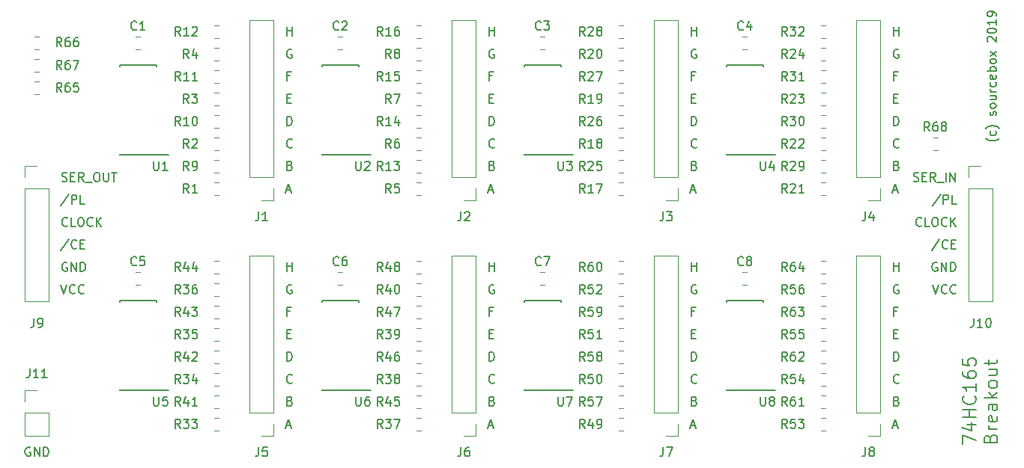
<source format=gbr>
G04 #@! TF.GenerationSoftware,KiCad,Pcbnew,5.1.0-060a0da~80~ubuntu16.04.1*
G04 #@! TF.CreationDate,2019-04-09T13:02:11+02:00*
G04 #@! TF.ProjectId,74HC165 Breakout,37344843-3136-4352-9042-7265616b6f75,rev?*
G04 #@! TF.SameCoordinates,Original*
G04 #@! TF.FileFunction,Legend,Top*
G04 #@! TF.FilePolarity,Positive*
%FSLAX46Y46*%
G04 Gerber Fmt 4.6, Leading zero omitted, Abs format (unit mm)*
G04 Created by KiCad (PCBNEW 5.1.0-060a0da~80~ubuntu16.04.1) date 2019-04-09 13:02:11*
%MOMM*%
%LPD*%
G04 APERTURE LIST*
%ADD10C,0.150000*%
%ADD11C,0.120000*%
%ADD12R,1.602000X0.702000*%
%ADD13C,0.100000*%
%ADD14C,1.077000*%
%ADD15O,1.802000X1.802000*%
%ADD16R,1.802000X1.802000*%
G04 APERTURE END LIST*
D10*
X212593333Y-95888690D02*
X212545714Y-95936309D01*
X212402857Y-96031547D01*
X212307619Y-96079166D01*
X212164761Y-96126785D01*
X211926666Y-96174404D01*
X211736190Y-96174404D01*
X211498095Y-96126785D01*
X211355238Y-96079166D01*
X211260000Y-96031547D01*
X211117142Y-95936309D01*
X211069523Y-95888690D01*
X212164761Y-95079166D02*
X212212380Y-95174404D01*
X212212380Y-95364880D01*
X212164761Y-95460119D01*
X212117142Y-95507738D01*
X212021904Y-95555357D01*
X211736190Y-95555357D01*
X211640952Y-95507738D01*
X211593333Y-95460119D01*
X211545714Y-95364880D01*
X211545714Y-95174404D01*
X211593333Y-95079166D01*
X212593333Y-94745833D02*
X212545714Y-94698214D01*
X212402857Y-94602976D01*
X212307619Y-94555357D01*
X212164761Y-94507738D01*
X211926666Y-94460119D01*
X211736190Y-94460119D01*
X211498095Y-94507738D01*
X211355238Y-94555357D01*
X211260000Y-94602976D01*
X211117142Y-94698214D01*
X211069523Y-94745833D01*
X212164761Y-93269642D02*
X212212380Y-93174404D01*
X212212380Y-92983928D01*
X212164761Y-92888690D01*
X212069523Y-92841071D01*
X212021904Y-92841071D01*
X211926666Y-92888690D01*
X211879047Y-92983928D01*
X211879047Y-93126785D01*
X211831428Y-93222023D01*
X211736190Y-93269642D01*
X211688571Y-93269642D01*
X211593333Y-93222023D01*
X211545714Y-93126785D01*
X211545714Y-92983928D01*
X211593333Y-92888690D01*
X212212380Y-92269642D02*
X212164761Y-92364880D01*
X212117142Y-92412500D01*
X212021904Y-92460119D01*
X211736190Y-92460119D01*
X211640952Y-92412500D01*
X211593333Y-92364880D01*
X211545714Y-92269642D01*
X211545714Y-92126785D01*
X211593333Y-92031547D01*
X211640952Y-91983928D01*
X211736190Y-91936309D01*
X212021904Y-91936309D01*
X212117142Y-91983928D01*
X212164761Y-92031547D01*
X212212380Y-92126785D01*
X212212380Y-92269642D01*
X211545714Y-91079166D02*
X212212380Y-91079166D01*
X211545714Y-91507738D02*
X212069523Y-91507738D01*
X212164761Y-91460119D01*
X212212380Y-91364880D01*
X212212380Y-91222023D01*
X212164761Y-91126785D01*
X212117142Y-91079166D01*
X212212380Y-90602976D02*
X211545714Y-90602976D01*
X211736190Y-90602976D02*
X211640952Y-90555357D01*
X211593333Y-90507738D01*
X211545714Y-90412500D01*
X211545714Y-90317261D01*
X212164761Y-89555357D02*
X212212380Y-89650595D01*
X212212380Y-89841071D01*
X212164761Y-89936309D01*
X212117142Y-89983928D01*
X212021904Y-90031547D01*
X211736190Y-90031547D01*
X211640952Y-89983928D01*
X211593333Y-89936309D01*
X211545714Y-89841071D01*
X211545714Y-89650595D01*
X211593333Y-89555357D01*
X212164761Y-88745833D02*
X212212380Y-88841071D01*
X212212380Y-89031547D01*
X212164761Y-89126785D01*
X212069523Y-89174404D01*
X211688571Y-89174404D01*
X211593333Y-89126785D01*
X211545714Y-89031547D01*
X211545714Y-88841071D01*
X211593333Y-88745833D01*
X211688571Y-88698214D01*
X211783809Y-88698214D01*
X211879047Y-89174404D01*
X212212380Y-88269642D02*
X211212380Y-88269642D01*
X211593333Y-88269642D02*
X211545714Y-88174404D01*
X211545714Y-87983928D01*
X211593333Y-87888690D01*
X211640952Y-87841071D01*
X211736190Y-87793452D01*
X212021904Y-87793452D01*
X212117142Y-87841071D01*
X212164761Y-87888690D01*
X212212380Y-87983928D01*
X212212380Y-88174404D01*
X212164761Y-88269642D01*
X212212380Y-87222023D02*
X212164761Y-87317261D01*
X212117142Y-87364880D01*
X212021904Y-87412500D01*
X211736190Y-87412500D01*
X211640952Y-87364880D01*
X211593333Y-87317261D01*
X211545714Y-87222023D01*
X211545714Y-87079166D01*
X211593333Y-86983928D01*
X211640952Y-86936309D01*
X211736190Y-86888690D01*
X212021904Y-86888690D01*
X212117142Y-86936309D01*
X212164761Y-86983928D01*
X212212380Y-87079166D01*
X212212380Y-87222023D01*
X212212380Y-86555357D02*
X211545714Y-86031547D01*
X211545714Y-86555357D02*
X212212380Y-86031547D01*
X211307619Y-84936309D02*
X211260000Y-84888690D01*
X211212380Y-84793452D01*
X211212380Y-84555357D01*
X211260000Y-84460119D01*
X211307619Y-84412500D01*
X211402857Y-84364880D01*
X211498095Y-84364880D01*
X211640952Y-84412500D01*
X212212380Y-84983928D01*
X212212380Y-84364880D01*
X211212380Y-83745833D02*
X211212380Y-83650595D01*
X211260000Y-83555357D01*
X211307619Y-83507738D01*
X211402857Y-83460119D01*
X211593333Y-83412500D01*
X211831428Y-83412500D01*
X212021904Y-83460119D01*
X212117142Y-83507738D01*
X212164761Y-83555357D01*
X212212380Y-83650595D01*
X212212380Y-83745833D01*
X212164761Y-83841071D01*
X212117142Y-83888690D01*
X212021904Y-83936309D01*
X211831428Y-83983928D01*
X211593333Y-83983928D01*
X211402857Y-83936309D01*
X211307619Y-83888690D01*
X211260000Y-83841071D01*
X211212380Y-83745833D01*
X212212380Y-82460119D02*
X212212380Y-83031547D01*
X212212380Y-82745833D02*
X211212380Y-82745833D01*
X211355238Y-82841071D01*
X211450476Y-82936309D01*
X211498095Y-83031547D01*
X212212380Y-81983928D02*
X212212380Y-81793452D01*
X212164761Y-81698214D01*
X212117142Y-81650595D01*
X211974285Y-81555357D01*
X211783809Y-81507738D01*
X211402857Y-81507738D01*
X211307619Y-81555357D01*
X211260000Y-81602976D01*
X211212380Y-81698214D01*
X211212380Y-81888690D01*
X211260000Y-81983928D01*
X211307619Y-82031547D01*
X211402857Y-82079166D01*
X211640952Y-82079166D01*
X211736190Y-82031547D01*
X211783809Y-81983928D01*
X211831428Y-81888690D01*
X211831428Y-81698214D01*
X211783809Y-81602976D01*
X211736190Y-81555357D01*
X211640952Y-81507738D01*
X208468571Y-130488214D02*
X208468571Y-129488214D01*
X209968571Y-130131071D01*
X208968571Y-128273928D02*
X209968571Y-128273928D01*
X208397142Y-128631071D02*
X209468571Y-128988214D01*
X209468571Y-128059642D01*
X209968571Y-127488214D02*
X208468571Y-127488214D01*
X209182857Y-127488214D02*
X209182857Y-126631071D01*
X209968571Y-126631071D02*
X208468571Y-126631071D01*
X209825714Y-125059642D02*
X209897142Y-125131071D01*
X209968571Y-125345357D01*
X209968571Y-125488214D01*
X209897142Y-125702500D01*
X209754285Y-125845357D01*
X209611428Y-125916785D01*
X209325714Y-125988214D01*
X209111428Y-125988214D01*
X208825714Y-125916785D01*
X208682857Y-125845357D01*
X208540000Y-125702500D01*
X208468571Y-125488214D01*
X208468571Y-125345357D01*
X208540000Y-125131071D01*
X208611428Y-125059642D01*
X209968571Y-123631071D02*
X209968571Y-124488214D01*
X209968571Y-124059642D02*
X208468571Y-124059642D01*
X208682857Y-124202500D01*
X208825714Y-124345357D01*
X208897142Y-124488214D01*
X208468571Y-122345357D02*
X208468571Y-122631071D01*
X208540000Y-122773928D01*
X208611428Y-122845357D01*
X208825714Y-122988214D01*
X209111428Y-123059642D01*
X209682857Y-123059642D01*
X209825714Y-122988214D01*
X209897142Y-122916785D01*
X209968571Y-122773928D01*
X209968571Y-122488214D01*
X209897142Y-122345357D01*
X209825714Y-122273928D01*
X209682857Y-122202500D01*
X209325714Y-122202500D01*
X209182857Y-122273928D01*
X209111428Y-122345357D01*
X209040000Y-122488214D01*
X209040000Y-122773928D01*
X209111428Y-122916785D01*
X209182857Y-122988214D01*
X209325714Y-123059642D01*
X208468571Y-120845357D02*
X208468571Y-121559642D01*
X209182857Y-121631071D01*
X209111428Y-121559642D01*
X209040000Y-121416785D01*
X209040000Y-121059642D01*
X209111428Y-120916785D01*
X209182857Y-120845357D01*
X209325714Y-120773928D01*
X209682857Y-120773928D01*
X209825714Y-120845357D01*
X209897142Y-120916785D01*
X209968571Y-121059642D01*
X209968571Y-121416785D01*
X209897142Y-121559642D01*
X209825714Y-121631071D01*
X211582857Y-129845357D02*
X211654285Y-129631071D01*
X211725714Y-129559642D01*
X211868571Y-129488214D01*
X212082857Y-129488214D01*
X212225714Y-129559642D01*
X212297142Y-129631071D01*
X212368571Y-129773928D01*
X212368571Y-130345357D01*
X210868571Y-130345357D01*
X210868571Y-129845357D01*
X210940000Y-129702500D01*
X211011428Y-129631071D01*
X211154285Y-129559642D01*
X211297142Y-129559642D01*
X211440000Y-129631071D01*
X211511428Y-129702500D01*
X211582857Y-129845357D01*
X211582857Y-130345357D01*
X212368571Y-128845357D02*
X211368571Y-128845357D01*
X211654285Y-128845357D02*
X211511428Y-128773928D01*
X211440000Y-128702500D01*
X211368571Y-128559642D01*
X211368571Y-128416785D01*
X212297142Y-127345357D02*
X212368571Y-127488214D01*
X212368571Y-127773928D01*
X212297142Y-127916785D01*
X212154285Y-127988214D01*
X211582857Y-127988214D01*
X211440000Y-127916785D01*
X211368571Y-127773928D01*
X211368571Y-127488214D01*
X211440000Y-127345357D01*
X211582857Y-127273928D01*
X211725714Y-127273928D01*
X211868571Y-127988214D01*
X212368571Y-125988214D02*
X211582857Y-125988214D01*
X211440000Y-126059642D01*
X211368571Y-126202500D01*
X211368571Y-126488214D01*
X211440000Y-126631071D01*
X212297142Y-125988214D02*
X212368571Y-126131071D01*
X212368571Y-126488214D01*
X212297142Y-126631071D01*
X212154285Y-126702500D01*
X212011428Y-126702500D01*
X211868571Y-126631071D01*
X211797142Y-126488214D01*
X211797142Y-126131071D01*
X211725714Y-125988214D01*
X212368571Y-125273928D02*
X210868571Y-125273928D01*
X211797142Y-125131071D02*
X212368571Y-124702500D01*
X211368571Y-124702500D02*
X211940000Y-125273928D01*
X212368571Y-123845357D02*
X212297142Y-123988214D01*
X212225714Y-124059642D01*
X212082857Y-124131071D01*
X211654285Y-124131071D01*
X211511428Y-124059642D01*
X211440000Y-123988214D01*
X211368571Y-123845357D01*
X211368571Y-123631071D01*
X211440000Y-123488214D01*
X211511428Y-123416785D01*
X211654285Y-123345357D01*
X212082857Y-123345357D01*
X212225714Y-123416785D01*
X212297142Y-123488214D01*
X212368571Y-123631071D01*
X212368571Y-123845357D01*
X211368571Y-122059642D02*
X212368571Y-122059642D01*
X211368571Y-122702500D02*
X212154285Y-122702500D01*
X212297142Y-122631071D01*
X212368571Y-122488214D01*
X212368571Y-122273928D01*
X212297142Y-122131071D01*
X212225714Y-122059642D01*
X211368571Y-121559642D02*
X211368571Y-120988214D01*
X210868571Y-121345357D02*
X212154285Y-121345357D01*
X212297142Y-121273928D01*
X212368571Y-121131071D01*
X212368571Y-120988214D01*
X202900119Y-100724761D02*
X203042976Y-100772380D01*
X203281071Y-100772380D01*
X203376309Y-100724761D01*
X203423928Y-100677142D01*
X203471547Y-100581904D01*
X203471547Y-100486666D01*
X203423928Y-100391428D01*
X203376309Y-100343809D01*
X203281071Y-100296190D01*
X203090595Y-100248571D01*
X202995357Y-100200952D01*
X202947738Y-100153333D01*
X202900119Y-100058095D01*
X202900119Y-99962857D01*
X202947738Y-99867619D01*
X202995357Y-99820000D01*
X203090595Y-99772380D01*
X203328690Y-99772380D01*
X203471547Y-99820000D01*
X203900119Y-100248571D02*
X204233452Y-100248571D01*
X204376309Y-100772380D02*
X203900119Y-100772380D01*
X203900119Y-99772380D01*
X204376309Y-99772380D01*
X205376309Y-100772380D02*
X205042976Y-100296190D01*
X204804880Y-100772380D02*
X204804880Y-99772380D01*
X205185833Y-99772380D01*
X205281071Y-99820000D01*
X205328690Y-99867619D01*
X205376309Y-99962857D01*
X205376309Y-100105714D01*
X205328690Y-100200952D01*
X205281071Y-100248571D01*
X205185833Y-100296190D01*
X204804880Y-100296190D01*
X205566785Y-100867619D02*
X206328690Y-100867619D01*
X206566785Y-100772380D02*
X206566785Y-99772380D01*
X207042976Y-100772380D02*
X207042976Y-99772380D01*
X207614404Y-100772380D01*
X207614404Y-99772380D01*
X205947738Y-102264761D02*
X205090595Y-103550476D01*
X206281071Y-103312380D02*
X206281071Y-102312380D01*
X206662023Y-102312380D01*
X206757261Y-102360000D01*
X206804880Y-102407619D01*
X206852500Y-102502857D01*
X206852500Y-102645714D01*
X206804880Y-102740952D01*
X206757261Y-102788571D01*
X206662023Y-102836190D01*
X206281071Y-102836190D01*
X207757261Y-103312380D02*
X207281071Y-103312380D01*
X207281071Y-102312380D01*
X203804880Y-105757142D02*
X203757261Y-105804761D01*
X203614404Y-105852380D01*
X203519166Y-105852380D01*
X203376309Y-105804761D01*
X203281071Y-105709523D01*
X203233452Y-105614285D01*
X203185833Y-105423809D01*
X203185833Y-105280952D01*
X203233452Y-105090476D01*
X203281071Y-104995238D01*
X203376309Y-104900000D01*
X203519166Y-104852380D01*
X203614404Y-104852380D01*
X203757261Y-104900000D01*
X203804880Y-104947619D01*
X204709642Y-105852380D02*
X204233452Y-105852380D01*
X204233452Y-104852380D01*
X205233452Y-104852380D02*
X205423928Y-104852380D01*
X205519166Y-104900000D01*
X205614404Y-104995238D01*
X205662023Y-105185714D01*
X205662023Y-105519047D01*
X205614404Y-105709523D01*
X205519166Y-105804761D01*
X205423928Y-105852380D01*
X205233452Y-105852380D01*
X205138214Y-105804761D01*
X205042976Y-105709523D01*
X204995357Y-105519047D01*
X204995357Y-105185714D01*
X205042976Y-104995238D01*
X205138214Y-104900000D01*
X205233452Y-104852380D01*
X206662023Y-105757142D02*
X206614404Y-105804761D01*
X206471547Y-105852380D01*
X206376309Y-105852380D01*
X206233452Y-105804761D01*
X206138214Y-105709523D01*
X206090595Y-105614285D01*
X206042976Y-105423809D01*
X206042976Y-105280952D01*
X206090595Y-105090476D01*
X206138214Y-104995238D01*
X206233452Y-104900000D01*
X206376309Y-104852380D01*
X206471547Y-104852380D01*
X206614404Y-104900000D01*
X206662023Y-104947619D01*
X207090595Y-105852380D02*
X207090595Y-104852380D01*
X207662023Y-105852380D02*
X207233452Y-105280952D01*
X207662023Y-104852380D02*
X207090595Y-105423809D01*
X205852500Y-107344761D02*
X204995357Y-108630476D01*
X206757261Y-108297142D02*
X206709642Y-108344761D01*
X206566785Y-108392380D01*
X206471547Y-108392380D01*
X206328690Y-108344761D01*
X206233452Y-108249523D01*
X206185833Y-108154285D01*
X206138214Y-107963809D01*
X206138214Y-107820952D01*
X206185833Y-107630476D01*
X206233452Y-107535238D01*
X206328690Y-107440000D01*
X206471547Y-107392380D01*
X206566785Y-107392380D01*
X206709642Y-107440000D01*
X206757261Y-107487619D01*
X207185833Y-107868571D02*
X207519166Y-107868571D01*
X207662023Y-108392380D02*
X207185833Y-108392380D01*
X207185833Y-107392380D01*
X207662023Y-107392380D01*
X205566785Y-109980000D02*
X205471547Y-109932380D01*
X205328690Y-109932380D01*
X205185833Y-109980000D01*
X205090595Y-110075238D01*
X205042976Y-110170476D01*
X204995357Y-110360952D01*
X204995357Y-110503809D01*
X205042976Y-110694285D01*
X205090595Y-110789523D01*
X205185833Y-110884761D01*
X205328690Y-110932380D01*
X205423928Y-110932380D01*
X205566785Y-110884761D01*
X205614404Y-110837142D01*
X205614404Y-110503809D01*
X205423928Y-110503809D01*
X206042976Y-110932380D02*
X206042976Y-109932380D01*
X206614404Y-110932380D01*
X206614404Y-109932380D01*
X207090595Y-110932380D02*
X207090595Y-109932380D01*
X207328690Y-109932380D01*
X207471547Y-109980000D01*
X207566785Y-110075238D01*
X207614404Y-110170476D01*
X207662023Y-110360952D01*
X207662023Y-110503809D01*
X207614404Y-110694285D01*
X207566785Y-110789523D01*
X207471547Y-110884761D01*
X207328690Y-110932380D01*
X207090595Y-110932380D01*
X205090595Y-112472380D02*
X205423928Y-113472380D01*
X205757261Y-112472380D01*
X206662023Y-113377142D02*
X206614404Y-113424761D01*
X206471547Y-113472380D01*
X206376309Y-113472380D01*
X206233452Y-113424761D01*
X206138214Y-113329523D01*
X206090595Y-113234285D01*
X206042976Y-113043809D01*
X206042976Y-112900952D01*
X206090595Y-112710476D01*
X206138214Y-112615238D01*
X206233452Y-112520000D01*
X206376309Y-112472380D01*
X206471547Y-112472380D01*
X206614404Y-112520000D01*
X206662023Y-112567619D01*
X207662023Y-113377142D02*
X207614404Y-113424761D01*
X207471547Y-113472380D01*
X207376309Y-113472380D01*
X207233452Y-113424761D01*
X207138214Y-113329523D01*
X207090595Y-113234285D01*
X207042976Y-113043809D01*
X207042976Y-112900952D01*
X207090595Y-112710476D01*
X207138214Y-112615238D01*
X207233452Y-112520000D01*
X207376309Y-112472380D01*
X207471547Y-112472380D01*
X207614404Y-112520000D01*
X207662023Y-112567619D01*
X106542738Y-112472380D02*
X106876071Y-113472380D01*
X107209404Y-112472380D01*
X108114166Y-113377142D02*
X108066547Y-113424761D01*
X107923690Y-113472380D01*
X107828452Y-113472380D01*
X107685595Y-113424761D01*
X107590357Y-113329523D01*
X107542738Y-113234285D01*
X107495119Y-113043809D01*
X107495119Y-112900952D01*
X107542738Y-112710476D01*
X107590357Y-112615238D01*
X107685595Y-112520000D01*
X107828452Y-112472380D01*
X107923690Y-112472380D01*
X108066547Y-112520000D01*
X108114166Y-112567619D01*
X109114166Y-113377142D02*
X109066547Y-113424761D01*
X108923690Y-113472380D01*
X108828452Y-113472380D01*
X108685595Y-113424761D01*
X108590357Y-113329523D01*
X108542738Y-113234285D01*
X108495119Y-113043809D01*
X108495119Y-112900952D01*
X108542738Y-112710476D01*
X108590357Y-112615238D01*
X108685595Y-112520000D01*
X108828452Y-112472380D01*
X108923690Y-112472380D01*
X109066547Y-112520000D01*
X109114166Y-112567619D01*
X107209404Y-109980000D02*
X107114166Y-109932380D01*
X106971309Y-109932380D01*
X106828452Y-109980000D01*
X106733214Y-110075238D01*
X106685595Y-110170476D01*
X106637976Y-110360952D01*
X106637976Y-110503809D01*
X106685595Y-110694285D01*
X106733214Y-110789523D01*
X106828452Y-110884761D01*
X106971309Y-110932380D01*
X107066547Y-110932380D01*
X107209404Y-110884761D01*
X107257023Y-110837142D01*
X107257023Y-110503809D01*
X107066547Y-110503809D01*
X107685595Y-110932380D02*
X107685595Y-109932380D01*
X108257023Y-110932380D01*
X108257023Y-109932380D01*
X108733214Y-110932380D02*
X108733214Y-109932380D01*
X108971309Y-109932380D01*
X109114166Y-109980000D01*
X109209404Y-110075238D01*
X109257023Y-110170476D01*
X109304642Y-110360952D01*
X109304642Y-110503809D01*
X109257023Y-110694285D01*
X109209404Y-110789523D01*
X109114166Y-110884761D01*
X108971309Y-110932380D01*
X108733214Y-110932380D01*
X107399880Y-107344761D02*
X106542738Y-108630476D01*
X108304642Y-108297142D02*
X108257023Y-108344761D01*
X108114166Y-108392380D01*
X108018928Y-108392380D01*
X107876071Y-108344761D01*
X107780833Y-108249523D01*
X107733214Y-108154285D01*
X107685595Y-107963809D01*
X107685595Y-107820952D01*
X107733214Y-107630476D01*
X107780833Y-107535238D01*
X107876071Y-107440000D01*
X108018928Y-107392380D01*
X108114166Y-107392380D01*
X108257023Y-107440000D01*
X108304642Y-107487619D01*
X108733214Y-107868571D02*
X109066547Y-107868571D01*
X109209404Y-108392380D02*
X108733214Y-108392380D01*
X108733214Y-107392380D01*
X109209404Y-107392380D01*
X107257023Y-105757142D02*
X107209404Y-105804761D01*
X107066547Y-105852380D01*
X106971309Y-105852380D01*
X106828452Y-105804761D01*
X106733214Y-105709523D01*
X106685595Y-105614285D01*
X106637976Y-105423809D01*
X106637976Y-105280952D01*
X106685595Y-105090476D01*
X106733214Y-104995238D01*
X106828452Y-104900000D01*
X106971309Y-104852380D01*
X107066547Y-104852380D01*
X107209404Y-104900000D01*
X107257023Y-104947619D01*
X108161785Y-105852380D02*
X107685595Y-105852380D01*
X107685595Y-104852380D01*
X108685595Y-104852380D02*
X108876071Y-104852380D01*
X108971309Y-104900000D01*
X109066547Y-104995238D01*
X109114166Y-105185714D01*
X109114166Y-105519047D01*
X109066547Y-105709523D01*
X108971309Y-105804761D01*
X108876071Y-105852380D01*
X108685595Y-105852380D01*
X108590357Y-105804761D01*
X108495119Y-105709523D01*
X108447500Y-105519047D01*
X108447500Y-105185714D01*
X108495119Y-104995238D01*
X108590357Y-104900000D01*
X108685595Y-104852380D01*
X110114166Y-105757142D02*
X110066547Y-105804761D01*
X109923690Y-105852380D01*
X109828452Y-105852380D01*
X109685595Y-105804761D01*
X109590357Y-105709523D01*
X109542738Y-105614285D01*
X109495119Y-105423809D01*
X109495119Y-105280952D01*
X109542738Y-105090476D01*
X109590357Y-104995238D01*
X109685595Y-104900000D01*
X109828452Y-104852380D01*
X109923690Y-104852380D01*
X110066547Y-104900000D01*
X110114166Y-104947619D01*
X110542738Y-105852380D02*
X110542738Y-104852380D01*
X111114166Y-105852380D02*
X110685595Y-105280952D01*
X111114166Y-104852380D02*
X110542738Y-105423809D01*
X107399880Y-102264761D02*
X106542738Y-103550476D01*
X107733214Y-103312380D02*
X107733214Y-102312380D01*
X108114166Y-102312380D01*
X108209404Y-102360000D01*
X108257023Y-102407619D01*
X108304642Y-102502857D01*
X108304642Y-102645714D01*
X108257023Y-102740952D01*
X108209404Y-102788571D01*
X108114166Y-102836190D01*
X107733214Y-102836190D01*
X109209404Y-103312380D02*
X108733214Y-103312380D01*
X108733214Y-102312380D01*
X106637976Y-100724761D02*
X106780833Y-100772380D01*
X107018928Y-100772380D01*
X107114166Y-100724761D01*
X107161785Y-100677142D01*
X107209404Y-100581904D01*
X107209404Y-100486666D01*
X107161785Y-100391428D01*
X107114166Y-100343809D01*
X107018928Y-100296190D01*
X106828452Y-100248571D01*
X106733214Y-100200952D01*
X106685595Y-100153333D01*
X106637976Y-100058095D01*
X106637976Y-99962857D01*
X106685595Y-99867619D01*
X106733214Y-99820000D01*
X106828452Y-99772380D01*
X107066547Y-99772380D01*
X107209404Y-99820000D01*
X107637976Y-100248571D02*
X107971309Y-100248571D01*
X108114166Y-100772380D02*
X107637976Y-100772380D01*
X107637976Y-99772380D01*
X108114166Y-99772380D01*
X109114166Y-100772380D02*
X108780833Y-100296190D01*
X108542738Y-100772380D02*
X108542738Y-99772380D01*
X108923690Y-99772380D01*
X109018928Y-99820000D01*
X109066547Y-99867619D01*
X109114166Y-99962857D01*
X109114166Y-100105714D01*
X109066547Y-100200952D01*
X109018928Y-100248571D01*
X108923690Y-100296190D01*
X108542738Y-100296190D01*
X109304642Y-100867619D02*
X110066547Y-100867619D01*
X110495119Y-99772380D02*
X110685595Y-99772380D01*
X110780833Y-99820000D01*
X110876071Y-99915238D01*
X110923690Y-100105714D01*
X110923690Y-100439047D01*
X110876071Y-100629523D01*
X110780833Y-100724761D01*
X110685595Y-100772380D01*
X110495119Y-100772380D01*
X110399880Y-100724761D01*
X110304642Y-100629523D01*
X110257023Y-100439047D01*
X110257023Y-100105714D01*
X110304642Y-99915238D01*
X110399880Y-99820000D01*
X110495119Y-99772380D01*
X111352261Y-99772380D02*
X111352261Y-100581904D01*
X111399880Y-100677142D01*
X111447500Y-100724761D01*
X111542738Y-100772380D01*
X111733214Y-100772380D01*
X111828452Y-100724761D01*
X111876071Y-100677142D01*
X111923690Y-100581904D01*
X111923690Y-99772380D01*
X112257023Y-99772380D02*
X112828452Y-99772380D01*
X112542738Y-100772380D02*
X112542738Y-99772380D01*
X103048095Y-130935000D02*
X102952857Y-130887380D01*
X102810000Y-130887380D01*
X102667142Y-130935000D01*
X102571904Y-131030238D01*
X102524285Y-131125476D01*
X102476666Y-131315952D01*
X102476666Y-131458809D01*
X102524285Y-131649285D01*
X102571904Y-131744523D01*
X102667142Y-131839761D01*
X102810000Y-131887380D01*
X102905238Y-131887380D01*
X103048095Y-131839761D01*
X103095714Y-131792142D01*
X103095714Y-131458809D01*
X102905238Y-131458809D01*
X103524285Y-131887380D02*
X103524285Y-130887380D01*
X104095714Y-131887380D01*
X104095714Y-130887380D01*
X104571904Y-131887380D02*
X104571904Y-130887380D01*
X104810000Y-130887380D01*
X104952857Y-130935000D01*
X105048095Y-131030238D01*
X105095714Y-131125476D01*
X105143333Y-131315952D01*
X105143333Y-131458809D01*
X105095714Y-131649285D01*
X105048095Y-131744523D01*
X104952857Y-131839761D01*
X104810000Y-131887380D01*
X104571904Y-131887380D01*
X200617976Y-128426666D02*
X201094166Y-128426666D01*
X200522738Y-128712380D02*
X200856071Y-127712380D01*
X201189404Y-128712380D01*
X200998928Y-125648571D02*
X201141785Y-125696190D01*
X201189404Y-125743809D01*
X201237023Y-125839047D01*
X201237023Y-125981904D01*
X201189404Y-126077142D01*
X201141785Y-126124761D01*
X201046547Y-126172380D01*
X200665595Y-126172380D01*
X200665595Y-125172380D01*
X200998928Y-125172380D01*
X201094166Y-125220000D01*
X201141785Y-125267619D01*
X201189404Y-125362857D01*
X201189404Y-125458095D01*
X201141785Y-125553333D01*
X201094166Y-125600952D01*
X200998928Y-125648571D01*
X200665595Y-125648571D01*
X200665595Y-110932380D02*
X200665595Y-109932380D01*
X200665595Y-110408571D02*
X201237023Y-110408571D01*
X201237023Y-110932380D02*
X201237023Y-109932380D01*
X201189404Y-112520000D02*
X201094166Y-112472380D01*
X200951309Y-112472380D01*
X200808452Y-112520000D01*
X200713214Y-112615238D01*
X200665595Y-112710476D01*
X200617976Y-112900952D01*
X200617976Y-113043809D01*
X200665595Y-113234285D01*
X200713214Y-113329523D01*
X200808452Y-113424761D01*
X200951309Y-113472380D01*
X201046547Y-113472380D01*
X201189404Y-113424761D01*
X201237023Y-113377142D01*
X201237023Y-113043809D01*
X201046547Y-113043809D01*
X200998928Y-115488571D02*
X200665595Y-115488571D01*
X200665595Y-116012380D02*
X200665595Y-115012380D01*
X201141785Y-115012380D01*
X200665595Y-118028571D02*
X200998928Y-118028571D01*
X201141785Y-118552380D02*
X200665595Y-118552380D01*
X200665595Y-117552380D01*
X201141785Y-117552380D01*
X201237023Y-123537142D02*
X201189404Y-123584761D01*
X201046547Y-123632380D01*
X200951309Y-123632380D01*
X200808452Y-123584761D01*
X200713214Y-123489523D01*
X200665595Y-123394285D01*
X200617976Y-123203809D01*
X200617976Y-123060952D01*
X200665595Y-122870476D01*
X200713214Y-122775238D01*
X200808452Y-122680000D01*
X200951309Y-122632380D01*
X201046547Y-122632380D01*
X201189404Y-122680000D01*
X201237023Y-122727619D01*
X200665595Y-121092380D02*
X200665595Y-120092380D01*
X200903690Y-120092380D01*
X201046547Y-120140000D01*
X201141785Y-120235238D01*
X201189404Y-120330476D01*
X201237023Y-120520952D01*
X201237023Y-120663809D01*
X201189404Y-120854285D01*
X201141785Y-120949523D01*
X201046547Y-121044761D01*
X200903690Y-121092380D01*
X200665595Y-121092380D01*
X177757976Y-128426666D02*
X178234166Y-128426666D01*
X177662738Y-128712380D02*
X177996071Y-127712380D01*
X178329404Y-128712380D01*
X178138928Y-125648571D02*
X178281785Y-125696190D01*
X178329404Y-125743809D01*
X178377023Y-125839047D01*
X178377023Y-125981904D01*
X178329404Y-126077142D01*
X178281785Y-126124761D01*
X178186547Y-126172380D01*
X177805595Y-126172380D01*
X177805595Y-125172380D01*
X178138928Y-125172380D01*
X178234166Y-125220000D01*
X178281785Y-125267619D01*
X178329404Y-125362857D01*
X178329404Y-125458095D01*
X178281785Y-125553333D01*
X178234166Y-125600952D01*
X178138928Y-125648571D01*
X177805595Y-125648571D01*
X177805595Y-110932380D02*
X177805595Y-109932380D01*
X177805595Y-110408571D02*
X178377023Y-110408571D01*
X178377023Y-110932380D02*
X178377023Y-109932380D01*
X178329404Y-112520000D02*
X178234166Y-112472380D01*
X178091309Y-112472380D01*
X177948452Y-112520000D01*
X177853214Y-112615238D01*
X177805595Y-112710476D01*
X177757976Y-112900952D01*
X177757976Y-113043809D01*
X177805595Y-113234285D01*
X177853214Y-113329523D01*
X177948452Y-113424761D01*
X178091309Y-113472380D01*
X178186547Y-113472380D01*
X178329404Y-113424761D01*
X178377023Y-113377142D01*
X178377023Y-113043809D01*
X178186547Y-113043809D01*
X178138928Y-115488571D02*
X177805595Y-115488571D01*
X177805595Y-116012380D02*
X177805595Y-115012380D01*
X178281785Y-115012380D01*
X177805595Y-118028571D02*
X178138928Y-118028571D01*
X178281785Y-118552380D02*
X177805595Y-118552380D01*
X177805595Y-117552380D01*
X178281785Y-117552380D01*
X178377023Y-123537142D02*
X178329404Y-123584761D01*
X178186547Y-123632380D01*
X178091309Y-123632380D01*
X177948452Y-123584761D01*
X177853214Y-123489523D01*
X177805595Y-123394285D01*
X177757976Y-123203809D01*
X177757976Y-123060952D01*
X177805595Y-122870476D01*
X177853214Y-122775238D01*
X177948452Y-122680000D01*
X178091309Y-122632380D01*
X178186547Y-122632380D01*
X178329404Y-122680000D01*
X178377023Y-122727619D01*
X177805595Y-121092380D02*
X177805595Y-120092380D01*
X178043690Y-120092380D01*
X178186547Y-120140000D01*
X178281785Y-120235238D01*
X178329404Y-120330476D01*
X178377023Y-120520952D01*
X178377023Y-120663809D01*
X178329404Y-120854285D01*
X178281785Y-120949523D01*
X178186547Y-121044761D01*
X178043690Y-121092380D01*
X177805595Y-121092380D01*
X154897976Y-128426666D02*
X155374166Y-128426666D01*
X154802738Y-128712380D02*
X155136071Y-127712380D01*
X155469404Y-128712380D01*
X155278928Y-125648571D02*
X155421785Y-125696190D01*
X155469404Y-125743809D01*
X155517023Y-125839047D01*
X155517023Y-125981904D01*
X155469404Y-126077142D01*
X155421785Y-126124761D01*
X155326547Y-126172380D01*
X154945595Y-126172380D01*
X154945595Y-125172380D01*
X155278928Y-125172380D01*
X155374166Y-125220000D01*
X155421785Y-125267619D01*
X155469404Y-125362857D01*
X155469404Y-125458095D01*
X155421785Y-125553333D01*
X155374166Y-125600952D01*
X155278928Y-125648571D01*
X154945595Y-125648571D01*
X154945595Y-110932380D02*
X154945595Y-109932380D01*
X154945595Y-110408571D02*
X155517023Y-110408571D01*
X155517023Y-110932380D02*
X155517023Y-109932380D01*
X155469404Y-112520000D02*
X155374166Y-112472380D01*
X155231309Y-112472380D01*
X155088452Y-112520000D01*
X154993214Y-112615238D01*
X154945595Y-112710476D01*
X154897976Y-112900952D01*
X154897976Y-113043809D01*
X154945595Y-113234285D01*
X154993214Y-113329523D01*
X155088452Y-113424761D01*
X155231309Y-113472380D01*
X155326547Y-113472380D01*
X155469404Y-113424761D01*
X155517023Y-113377142D01*
X155517023Y-113043809D01*
X155326547Y-113043809D01*
X155278928Y-115488571D02*
X154945595Y-115488571D01*
X154945595Y-116012380D02*
X154945595Y-115012380D01*
X155421785Y-115012380D01*
X154945595Y-118028571D02*
X155278928Y-118028571D01*
X155421785Y-118552380D02*
X154945595Y-118552380D01*
X154945595Y-117552380D01*
X155421785Y-117552380D01*
X155517023Y-123537142D02*
X155469404Y-123584761D01*
X155326547Y-123632380D01*
X155231309Y-123632380D01*
X155088452Y-123584761D01*
X154993214Y-123489523D01*
X154945595Y-123394285D01*
X154897976Y-123203809D01*
X154897976Y-123060952D01*
X154945595Y-122870476D01*
X154993214Y-122775238D01*
X155088452Y-122680000D01*
X155231309Y-122632380D01*
X155326547Y-122632380D01*
X155469404Y-122680000D01*
X155517023Y-122727619D01*
X154945595Y-121092380D02*
X154945595Y-120092380D01*
X155183690Y-120092380D01*
X155326547Y-120140000D01*
X155421785Y-120235238D01*
X155469404Y-120330476D01*
X155517023Y-120520952D01*
X155517023Y-120663809D01*
X155469404Y-120854285D01*
X155421785Y-120949523D01*
X155326547Y-121044761D01*
X155183690Y-121092380D01*
X154945595Y-121092380D01*
X132037976Y-128426666D02*
X132514166Y-128426666D01*
X131942738Y-128712380D02*
X132276071Y-127712380D01*
X132609404Y-128712380D01*
X132418928Y-125648571D02*
X132561785Y-125696190D01*
X132609404Y-125743809D01*
X132657023Y-125839047D01*
X132657023Y-125981904D01*
X132609404Y-126077142D01*
X132561785Y-126124761D01*
X132466547Y-126172380D01*
X132085595Y-126172380D01*
X132085595Y-125172380D01*
X132418928Y-125172380D01*
X132514166Y-125220000D01*
X132561785Y-125267619D01*
X132609404Y-125362857D01*
X132609404Y-125458095D01*
X132561785Y-125553333D01*
X132514166Y-125600952D01*
X132418928Y-125648571D01*
X132085595Y-125648571D01*
X132085595Y-110932380D02*
X132085595Y-109932380D01*
X132085595Y-110408571D02*
X132657023Y-110408571D01*
X132657023Y-110932380D02*
X132657023Y-109932380D01*
X132609404Y-112520000D02*
X132514166Y-112472380D01*
X132371309Y-112472380D01*
X132228452Y-112520000D01*
X132133214Y-112615238D01*
X132085595Y-112710476D01*
X132037976Y-112900952D01*
X132037976Y-113043809D01*
X132085595Y-113234285D01*
X132133214Y-113329523D01*
X132228452Y-113424761D01*
X132371309Y-113472380D01*
X132466547Y-113472380D01*
X132609404Y-113424761D01*
X132657023Y-113377142D01*
X132657023Y-113043809D01*
X132466547Y-113043809D01*
X132418928Y-115488571D02*
X132085595Y-115488571D01*
X132085595Y-116012380D02*
X132085595Y-115012380D01*
X132561785Y-115012380D01*
X132085595Y-118028571D02*
X132418928Y-118028571D01*
X132561785Y-118552380D02*
X132085595Y-118552380D01*
X132085595Y-117552380D01*
X132561785Y-117552380D01*
X132657023Y-123537142D02*
X132609404Y-123584761D01*
X132466547Y-123632380D01*
X132371309Y-123632380D01*
X132228452Y-123584761D01*
X132133214Y-123489523D01*
X132085595Y-123394285D01*
X132037976Y-123203809D01*
X132037976Y-123060952D01*
X132085595Y-122870476D01*
X132133214Y-122775238D01*
X132228452Y-122680000D01*
X132371309Y-122632380D01*
X132466547Y-122632380D01*
X132609404Y-122680000D01*
X132657023Y-122727619D01*
X132085595Y-121092380D02*
X132085595Y-120092380D01*
X132323690Y-120092380D01*
X132466547Y-120140000D01*
X132561785Y-120235238D01*
X132609404Y-120330476D01*
X132657023Y-120520952D01*
X132657023Y-120663809D01*
X132609404Y-120854285D01*
X132561785Y-120949523D01*
X132466547Y-121044761D01*
X132323690Y-121092380D01*
X132085595Y-121092380D01*
X200617976Y-101756666D02*
X201094166Y-101756666D01*
X200522738Y-102042380D02*
X200856071Y-101042380D01*
X201189404Y-102042380D01*
X200998928Y-98978571D02*
X201141785Y-99026190D01*
X201189404Y-99073809D01*
X201237023Y-99169047D01*
X201237023Y-99311904D01*
X201189404Y-99407142D01*
X201141785Y-99454761D01*
X201046547Y-99502380D01*
X200665595Y-99502380D01*
X200665595Y-98502380D01*
X200998928Y-98502380D01*
X201094166Y-98550000D01*
X201141785Y-98597619D01*
X201189404Y-98692857D01*
X201189404Y-98788095D01*
X201141785Y-98883333D01*
X201094166Y-98930952D01*
X200998928Y-98978571D01*
X200665595Y-98978571D01*
X200665595Y-84262380D02*
X200665595Y-83262380D01*
X200665595Y-83738571D02*
X201237023Y-83738571D01*
X201237023Y-84262380D02*
X201237023Y-83262380D01*
X201189404Y-85850000D02*
X201094166Y-85802380D01*
X200951309Y-85802380D01*
X200808452Y-85850000D01*
X200713214Y-85945238D01*
X200665595Y-86040476D01*
X200617976Y-86230952D01*
X200617976Y-86373809D01*
X200665595Y-86564285D01*
X200713214Y-86659523D01*
X200808452Y-86754761D01*
X200951309Y-86802380D01*
X201046547Y-86802380D01*
X201189404Y-86754761D01*
X201237023Y-86707142D01*
X201237023Y-86373809D01*
X201046547Y-86373809D01*
X200998928Y-88818571D02*
X200665595Y-88818571D01*
X200665595Y-89342380D02*
X200665595Y-88342380D01*
X201141785Y-88342380D01*
X200665595Y-91358571D02*
X200998928Y-91358571D01*
X201141785Y-91882380D02*
X200665595Y-91882380D01*
X200665595Y-90882380D01*
X201141785Y-90882380D01*
X201237023Y-96867142D02*
X201189404Y-96914761D01*
X201046547Y-96962380D01*
X200951309Y-96962380D01*
X200808452Y-96914761D01*
X200713214Y-96819523D01*
X200665595Y-96724285D01*
X200617976Y-96533809D01*
X200617976Y-96390952D01*
X200665595Y-96200476D01*
X200713214Y-96105238D01*
X200808452Y-96010000D01*
X200951309Y-95962380D01*
X201046547Y-95962380D01*
X201189404Y-96010000D01*
X201237023Y-96057619D01*
X200665595Y-94422380D02*
X200665595Y-93422380D01*
X200903690Y-93422380D01*
X201046547Y-93470000D01*
X201141785Y-93565238D01*
X201189404Y-93660476D01*
X201237023Y-93850952D01*
X201237023Y-93993809D01*
X201189404Y-94184285D01*
X201141785Y-94279523D01*
X201046547Y-94374761D01*
X200903690Y-94422380D01*
X200665595Y-94422380D01*
X177757976Y-101756666D02*
X178234166Y-101756666D01*
X177662738Y-102042380D02*
X177996071Y-101042380D01*
X178329404Y-102042380D01*
X178138928Y-98978571D02*
X178281785Y-99026190D01*
X178329404Y-99073809D01*
X178377023Y-99169047D01*
X178377023Y-99311904D01*
X178329404Y-99407142D01*
X178281785Y-99454761D01*
X178186547Y-99502380D01*
X177805595Y-99502380D01*
X177805595Y-98502380D01*
X178138928Y-98502380D01*
X178234166Y-98550000D01*
X178281785Y-98597619D01*
X178329404Y-98692857D01*
X178329404Y-98788095D01*
X178281785Y-98883333D01*
X178234166Y-98930952D01*
X178138928Y-98978571D01*
X177805595Y-98978571D01*
X177805595Y-84262380D02*
X177805595Y-83262380D01*
X177805595Y-83738571D02*
X178377023Y-83738571D01*
X178377023Y-84262380D02*
X178377023Y-83262380D01*
X178329404Y-85850000D02*
X178234166Y-85802380D01*
X178091309Y-85802380D01*
X177948452Y-85850000D01*
X177853214Y-85945238D01*
X177805595Y-86040476D01*
X177757976Y-86230952D01*
X177757976Y-86373809D01*
X177805595Y-86564285D01*
X177853214Y-86659523D01*
X177948452Y-86754761D01*
X178091309Y-86802380D01*
X178186547Y-86802380D01*
X178329404Y-86754761D01*
X178377023Y-86707142D01*
X178377023Y-86373809D01*
X178186547Y-86373809D01*
X178138928Y-88818571D02*
X177805595Y-88818571D01*
X177805595Y-89342380D02*
X177805595Y-88342380D01*
X178281785Y-88342380D01*
X177805595Y-91358571D02*
X178138928Y-91358571D01*
X178281785Y-91882380D02*
X177805595Y-91882380D01*
X177805595Y-90882380D01*
X178281785Y-90882380D01*
X178377023Y-96867142D02*
X178329404Y-96914761D01*
X178186547Y-96962380D01*
X178091309Y-96962380D01*
X177948452Y-96914761D01*
X177853214Y-96819523D01*
X177805595Y-96724285D01*
X177757976Y-96533809D01*
X177757976Y-96390952D01*
X177805595Y-96200476D01*
X177853214Y-96105238D01*
X177948452Y-96010000D01*
X178091309Y-95962380D01*
X178186547Y-95962380D01*
X178329404Y-96010000D01*
X178377023Y-96057619D01*
X177805595Y-94422380D02*
X177805595Y-93422380D01*
X178043690Y-93422380D01*
X178186547Y-93470000D01*
X178281785Y-93565238D01*
X178329404Y-93660476D01*
X178377023Y-93850952D01*
X178377023Y-93993809D01*
X178329404Y-94184285D01*
X178281785Y-94279523D01*
X178186547Y-94374761D01*
X178043690Y-94422380D01*
X177805595Y-94422380D01*
X154897976Y-101756666D02*
X155374166Y-101756666D01*
X154802738Y-102042380D02*
X155136071Y-101042380D01*
X155469404Y-102042380D01*
X155278928Y-98978571D02*
X155421785Y-99026190D01*
X155469404Y-99073809D01*
X155517023Y-99169047D01*
X155517023Y-99311904D01*
X155469404Y-99407142D01*
X155421785Y-99454761D01*
X155326547Y-99502380D01*
X154945595Y-99502380D01*
X154945595Y-98502380D01*
X155278928Y-98502380D01*
X155374166Y-98550000D01*
X155421785Y-98597619D01*
X155469404Y-98692857D01*
X155469404Y-98788095D01*
X155421785Y-98883333D01*
X155374166Y-98930952D01*
X155278928Y-98978571D01*
X154945595Y-98978571D01*
X154945595Y-84262380D02*
X154945595Y-83262380D01*
X154945595Y-83738571D02*
X155517023Y-83738571D01*
X155517023Y-84262380D02*
X155517023Y-83262380D01*
X155469404Y-85850000D02*
X155374166Y-85802380D01*
X155231309Y-85802380D01*
X155088452Y-85850000D01*
X154993214Y-85945238D01*
X154945595Y-86040476D01*
X154897976Y-86230952D01*
X154897976Y-86373809D01*
X154945595Y-86564285D01*
X154993214Y-86659523D01*
X155088452Y-86754761D01*
X155231309Y-86802380D01*
X155326547Y-86802380D01*
X155469404Y-86754761D01*
X155517023Y-86707142D01*
X155517023Y-86373809D01*
X155326547Y-86373809D01*
X155278928Y-88818571D02*
X154945595Y-88818571D01*
X154945595Y-89342380D02*
X154945595Y-88342380D01*
X155421785Y-88342380D01*
X154945595Y-91358571D02*
X155278928Y-91358571D01*
X155421785Y-91882380D02*
X154945595Y-91882380D01*
X154945595Y-90882380D01*
X155421785Y-90882380D01*
X155517023Y-96867142D02*
X155469404Y-96914761D01*
X155326547Y-96962380D01*
X155231309Y-96962380D01*
X155088452Y-96914761D01*
X154993214Y-96819523D01*
X154945595Y-96724285D01*
X154897976Y-96533809D01*
X154897976Y-96390952D01*
X154945595Y-96200476D01*
X154993214Y-96105238D01*
X155088452Y-96010000D01*
X155231309Y-95962380D01*
X155326547Y-95962380D01*
X155469404Y-96010000D01*
X155517023Y-96057619D01*
X154945595Y-94422380D02*
X154945595Y-93422380D01*
X155183690Y-93422380D01*
X155326547Y-93470000D01*
X155421785Y-93565238D01*
X155469404Y-93660476D01*
X155517023Y-93850952D01*
X155517023Y-93993809D01*
X155469404Y-94184285D01*
X155421785Y-94279523D01*
X155326547Y-94374761D01*
X155183690Y-94422380D01*
X154945595Y-94422380D01*
X132085595Y-84262380D02*
X132085595Y-83262380D01*
X132085595Y-83738571D02*
X132657023Y-83738571D01*
X132657023Y-84262380D02*
X132657023Y-83262380D01*
X132609404Y-85850000D02*
X132514166Y-85802380D01*
X132371309Y-85802380D01*
X132228452Y-85850000D01*
X132133214Y-85945238D01*
X132085595Y-86040476D01*
X132037976Y-86230952D01*
X132037976Y-86373809D01*
X132085595Y-86564285D01*
X132133214Y-86659523D01*
X132228452Y-86754761D01*
X132371309Y-86802380D01*
X132466547Y-86802380D01*
X132609404Y-86754761D01*
X132657023Y-86707142D01*
X132657023Y-86373809D01*
X132466547Y-86373809D01*
X132418928Y-88818571D02*
X132085595Y-88818571D01*
X132085595Y-89342380D02*
X132085595Y-88342380D01*
X132561785Y-88342380D01*
X132085595Y-91358571D02*
X132418928Y-91358571D01*
X132561785Y-91882380D02*
X132085595Y-91882380D01*
X132085595Y-90882380D01*
X132561785Y-90882380D01*
X132085595Y-94422380D02*
X132085595Y-93422380D01*
X132323690Y-93422380D01*
X132466547Y-93470000D01*
X132561785Y-93565238D01*
X132609404Y-93660476D01*
X132657023Y-93850952D01*
X132657023Y-93993809D01*
X132609404Y-94184285D01*
X132561785Y-94279523D01*
X132466547Y-94374761D01*
X132323690Y-94422380D01*
X132085595Y-94422380D01*
X132657023Y-96867142D02*
X132609404Y-96914761D01*
X132466547Y-96962380D01*
X132371309Y-96962380D01*
X132228452Y-96914761D01*
X132133214Y-96819523D01*
X132085595Y-96724285D01*
X132037976Y-96533809D01*
X132037976Y-96390952D01*
X132085595Y-96200476D01*
X132133214Y-96105238D01*
X132228452Y-96010000D01*
X132371309Y-95962380D01*
X132466547Y-95962380D01*
X132609404Y-96010000D01*
X132657023Y-96057619D01*
X132418928Y-98978571D02*
X132561785Y-99026190D01*
X132609404Y-99073809D01*
X132657023Y-99169047D01*
X132657023Y-99311904D01*
X132609404Y-99407142D01*
X132561785Y-99454761D01*
X132466547Y-99502380D01*
X132085595Y-99502380D01*
X132085595Y-98502380D01*
X132418928Y-98502380D01*
X132514166Y-98550000D01*
X132561785Y-98597619D01*
X132609404Y-98692857D01*
X132609404Y-98788095D01*
X132561785Y-98883333D01*
X132514166Y-98930952D01*
X132418928Y-98978571D01*
X132085595Y-98978571D01*
X132037976Y-101756666D02*
X132514166Y-101756666D01*
X131942738Y-102042380D02*
X132276071Y-101042380D01*
X132609404Y-102042380D01*
X185895000Y-124420000D02*
X187270000Y-124420000D01*
X185895000Y-114295000D02*
X181745000Y-114295000D01*
X185895000Y-124445000D02*
X181745000Y-124445000D01*
X185895000Y-114295000D02*
X185895000Y-114400000D01*
X181745000Y-114295000D02*
X181745000Y-114400000D01*
X181745000Y-124445000D02*
X181745000Y-124340000D01*
X185895000Y-124445000D02*
X185895000Y-124420000D01*
X163035000Y-124420000D02*
X164410000Y-124420000D01*
X163035000Y-114295000D02*
X158885000Y-114295000D01*
X163035000Y-124445000D02*
X158885000Y-124445000D01*
X163035000Y-114295000D02*
X163035000Y-114400000D01*
X158885000Y-114295000D02*
X158885000Y-114400000D01*
X158885000Y-124445000D02*
X158885000Y-124340000D01*
X163035000Y-124445000D02*
X163035000Y-124420000D01*
X140175000Y-124420000D02*
X141550000Y-124420000D01*
X140175000Y-114295000D02*
X136025000Y-114295000D01*
X140175000Y-124445000D02*
X136025000Y-124445000D01*
X140175000Y-114295000D02*
X140175000Y-114400000D01*
X136025000Y-114295000D02*
X136025000Y-114400000D01*
X136025000Y-124445000D02*
X136025000Y-124340000D01*
X140175000Y-124445000D02*
X140175000Y-124420000D01*
X117315000Y-124420000D02*
X118690000Y-124420000D01*
X117315000Y-114295000D02*
X113165000Y-114295000D01*
X117315000Y-124445000D02*
X113165000Y-124445000D01*
X117315000Y-114295000D02*
X117315000Y-114400000D01*
X113165000Y-114295000D02*
X113165000Y-114400000D01*
X113165000Y-124445000D02*
X113165000Y-124340000D01*
X117315000Y-124445000D02*
X117315000Y-124420000D01*
X185895000Y-97750000D02*
X187270000Y-97750000D01*
X185895000Y-87625000D02*
X181745000Y-87625000D01*
X185895000Y-97775000D02*
X181745000Y-97775000D01*
X185895000Y-87625000D02*
X185895000Y-87730000D01*
X181745000Y-87625000D02*
X181745000Y-87730000D01*
X181745000Y-97775000D02*
X181745000Y-97670000D01*
X185895000Y-97775000D02*
X185895000Y-97750000D01*
X163035000Y-97750000D02*
X164410000Y-97750000D01*
X163035000Y-87625000D02*
X158885000Y-87625000D01*
X163035000Y-97775000D02*
X158885000Y-97775000D01*
X163035000Y-87625000D02*
X163035000Y-87730000D01*
X158885000Y-87625000D02*
X158885000Y-87730000D01*
X158885000Y-97775000D02*
X158885000Y-97670000D01*
X163035000Y-97775000D02*
X163035000Y-97750000D01*
X140175000Y-97750000D02*
X141550000Y-97750000D01*
X140175000Y-87625000D02*
X136025000Y-87625000D01*
X140175000Y-97775000D02*
X136025000Y-97775000D01*
X140175000Y-87625000D02*
X140175000Y-87730000D01*
X136025000Y-87625000D02*
X136025000Y-87730000D01*
X136025000Y-97775000D02*
X136025000Y-97670000D01*
X140175000Y-97775000D02*
X140175000Y-97750000D01*
X117315000Y-97750000D02*
X118690000Y-97750000D01*
X117315000Y-87625000D02*
X113165000Y-87625000D01*
X117315000Y-97775000D02*
X113165000Y-97775000D01*
X117315000Y-87625000D02*
X117315000Y-87730000D01*
X113165000Y-87625000D02*
X113165000Y-87730000D01*
X113165000Y-97775000D02*
X113165000Y-97670000D01*
X117315000Y-97775000D02*
X117315000Y-97750000D01*
D11*
X205668578Y-95800000D02*
X205151422Y-95800000D01*
X205668578Y-97220000D02*
X205151422Y-97220000D01*
X103551422Y-88330000D02*
X104068578Y-88330000D01*
X103551422Y-86910000D02*
X104068578Y-86910000D01*
X103551422Y-85790000D02*
X104068578Y-85790000D01*
X103551422Y-84370000D02*
X104068578Y-84370000D01*
X103551422Y-90870000D02*
X104068578Y-90870000D01*
X103551422Y-89450000D02*
X104068578Y-89450000D01*
X192451422Y-111190000D02*
X192968578Y-111190000D01*
X192451422Y-109770000D02*
X192968578Y-109770000D01*
X192451422Y-116270000D02*
X192968578Y-116270000D01*
X192451422Y-114850000D02*
X192968578Y-114850000D01*
X192451422Y-121350000D02*
X192968578Y-121350000D01*
X192451422Y-119930000D02*
X192968578Y-119930000D01*
X192451422Y-126430000D02*
X192968578Y-126430000D01*
X192451422Y-125010000D02*
X192968578Y-125010000D01*
X169591422Y-111190000D02*
X170108578Y-111190000D01*
X169591422Y-109770000D02*
X170108578Y-109770000D01*
X169591422Y-116270000D02*
X170108578Y-116270000D01*
X169591422Y-114850000D02*
X170108578Y-114850000D01*
X169591422Y-121350000D02*
X170108578Y-121350000D01*
X169591422Y-119930000D02*
X170108578Y-119930000D01*
X169591422Y-126430000D02*
X170108578Y-126430000D01*
X169591422Y-125010000D02*
X170108578Y-125010000D01*
X192451422Y-113730000D02*
X192968578Y-113730000D01*
X192451422Y-112310000D02*
X192968578Y-112310000D01*
X192451422Y-118810000D02*
X192968578Y-118810000D01*
X192451422Y-117390000D02*
X192968578Y-117390000D01*
X192451422Y-123890000D02*
X192968578Y-123890000D01*
X192451422Y-122470000D02*
X192968578Y-122470000D01*
X192451422Y-128970000D02*
X192968578Y-128970000D01*
X192451422Y-127550000D02*
X192968578Y-127550000D01*
X169591422Y-113730000D02*
X170108578Y-113730000D01*
X169591422Y-112310000D02*
X170108578Y-112310000D01*
X169591422Y-118810000D02*
X170108578Y-118810000D01*
X169591422Y-117390000D02*
X170108578Y-117390000D01*
X169591422Y-123890000D02*
X170108578Y-123890000D01*
X169591422Y-122470000D02*
X170108578Y-122470000D01*
X169591422Y-128970000D02*
X170108578Y-128970000D01*
X169591422Y-127550000D02*
X170108578Y-127550000D01*
X146731422Y-111190000D02*
X147248578Y-111190000D01*
X146731422Y-109770000D02*
X147248578Y-109770000D01*
X146731422Y-116270000D02*
X147248578Y-116270000D01*
X146731422Y-114850000D02*
X147248578Y-114850000D01*
X146731422Y-121350000D02*
X147248578Y-121350000D01*
X146731422Y-119930000D02*
X147248578Y-119930000D01*
X146731422Y-126430000D02*
X147248578Y-126430000D01*
X146731422Y-125010000D02*
X147248578Y-125010000D01*
X123871422Y-111190000D02*
X124388578Y-111190000D01*
X123871422Y-109770000D02*
X124388578Y-109770000D01*
X123871422Y-116270000D02*
X124388578Y-116270000D01*
X123871422Y-114850000D02*
X124388578Y-114850000D01*
X123871422Y-121350000D02*
X124388578Y-121350000D01*
X123871422Y-119930000D02*
X124388578Y-119930000D01*
X123871422Y-126430000D02*
X124388578Y-126430000D01*
X123871422Y-125010000D02*
X124388578Y-125010000D01*
X146731422Y-113730000D02*
X147248578Y-113730000D01*
X146731422Y-112310000D02*
X147248578Y-112310000D01*
X146731422Y-118810000D02*
X147248578Y-118810000D01*
X146731422Y-117390000D02*
X147248578Y-117390000D01*
X146731422Y-123890000D02*
X147248578Y-123890000D01*
X146731422Y-122470000D02*
X147248578Y-122470000D01*
X146731422Y-128970000D02*
X147248578Y-128970000D01*
X146731422Y-127550000D02*
X147248578Y-127550000D01*
X123871422Y-113730000D02*
X124388578Y-113730000D01*
X123871422Y-112310000D02*
X124388578Y-112310000D01*
X123871422Y-118810000D02*
X124388578Y-118810000D01*
X123871422Y-117390000D02*
X124388578Y-117390000D01*
X123871422Y-123890000D02*
X124388578Y-123890000D01*
X123871422Y-122470000D02*
X124388578Y-122470000D01*
X123871422Y-128970000D02*
X124388578Y-128970000D01*
X123871422Y-127550000D02*
X124388578Y-127550000D01*
X192451422Y-84520000D02*
X192968578Y-84520000D01*
X192451422Y-83100000D02*
X192968578Y-83100000D01*
X192451422Y-89600000D02*
X192968578Y-89600000D01*
X192451422Y-88180000D02*
X192968578Y-88180000D01*
X192451422Y-94680000D02*
X192968578Y-94680000D01*
X192451422Y-93260000D02*
X192968578Y-93260000D01*
X192451422Y-99760000D02*
X192968578Y-99760000D01*
X192451422Y-98340000D02*
X192968578Y-98340000D01*
X169591422Y-84520000D02*
X170108578Y-84520000D01*
X169591422Y-83100000D02*
X170108578Y-83100000D01*
X169591422Y-89600000D02*
X170108578Y-89600000D01*
X169591422Y-88180000D02*
X170108578Y-88180000D01*
X169591422Y-94680000D02*
X170108578Y-94680000D01*
X169591422Y-93260000D02*
X170108578Y-93260000D01*
X169591422Y-99760000D02*
X170108578Y-99760000D01*
X169591422Y-98340000D02*
X170108578Y-98340000D01*
X192451422Y-87060000D02*
X192968578Y-87060000D01*
X192451422Y-85640000D02*
X192968578Y-85640000D01*
X192451422Y-92140000D02*
X192968578Y-92140000D01*
X192451422Y-90720000D02*
X192968578Y-90720000D01*
X192451422Y-97220000D02*
X192968578Y-97220000D01*
X192451422Y-95800000D02*
X192968578Y-95800000D01*
X192451422Y-102300000D02*
X192968578Y-102300000D01*
X192451422Y-100880000D02*
X192968578Y-100880000D01*
X169591422Y-87060000D02*
X170108578Y-87060000D01*
X169591422Y-85640000D02*
X170108578Y-85640000D01*
X169591422Y-92140000D02*
X170108578Y-92140000D01*
X169591422Y-90720000D02*
X170108578Y-90720000D01*
X169591422Y-97220000D02*
X170108578Y-97220000D01*
X169591422Y-95800000D02*
X170108578Y-95800000D01*
X169591422Y-102300000D02*
X170108578Y-102300000D01*
X169591422Y-100880000D02*
X170108578Y-100880000D01*
X146731422Y-84520000D02*
X147248578Y-84520000D01*
X146731422Y-83100000D02*
X147248578Y-83100000D01*
X146731422Y-89600000D02*
X147248578Y-89600000D01*
X146731422Y-88180000D02*
X147248578Y-88180000D01*
X146731422Y-94680000D02*
X147248578Y-94680000D01*
X146731422Y-93260000D02*
X147248578Y-93260000D01*
X146731422Y-99760000D02*
X147248578Y-99760000D01*
X146731422Y-98340000D02*
X147248578Y-98340000D01*
X123871422Y-84520000D02*
X124388578Y-84520000D01*
X123871422Y-83100000D02*
X124388578Y-83100000D01*
X123871422Y-89600000D02*
X124388578Y-89600000D01*
X123871422Y-88180000D02*
X124388578Y-88180000D01*
X123871422Y-94680000D02*
X124388578Y-94680000D01*
X123871422Y-93260000D02*
X124388578Y-93260000D01*
X123871422Y-99760000D02*
X124388578Y-99760000D01*
X123871422Y-98340000D02*
X124388578Y-98340000D01*
X146731422Y-87060000D02*
X147248578Y-87060000D01*
X146731422Y-85640000D02*
X147248578Y-85640000D01*
X146731422Y-92140000D02*
X147248578Y-92140000D01*
X146731422Y-90720000D02*
X147248578Y-90720000D01*
X146731422Y-97220000D02*
X147248578Y-97220000D01*
X146731422Y-95800000D02*
X147248578Y-95800000D01*
X146731422Y-102300000D02*
X147248578Y-102300000D01*
X146731422Y-100880000D02*
X147248578Y-100880000D01*
X123871422Y-87060000D02*
X124388578Y-87060000D01*
X123871422Y-85640000D02*
X124388578Y-85640000D01*
X123871422Y-92140000D02*
X124388578Y-92140000D01*
X123871422Y-90720000D02*
X124388578Y-90720000D01*
X123871422Y-97220000D02*
X124388578Y-97220000D01*
X123871422Y-95800000D02*
X124388578Y-95800000D01*
X123871422Y-102300000D02*
X124388578Y-102300000D01*
X123871422Y-100880000D02*
X124388578Y-100880000D01*
X102480000Y-124390000D02*
X103810000Y-124390000D01*
X102480000Y-125720000D02*
X102480000Y-124390000D01*
X102480000Y-126990000D02*
X105140000Y-126990000D01*
X105140000Y-126990000D02*
X105140000Y-129590000D01*
X102480000Y-126990000D02*
X102480000Y-129590000D01*
X102480000Y-129590000D02*
X105140000Y-129590000D01*
X209160000Y-98990000D02*
X210490000Y-98990000D01*
X209160000Y-100320000D02*
X209160000Y-98990000D01*
X209160000Y-101590000D02*
X211820000Y-101590000D01*
X211820000Y-101590000D02*
X211820000Y-114350000D01*
X209160000Y-101590000D02*
X209160000Y-114350000D01*
X209160000Y-114350000D02*
X211820000Y-114350000D01*
X102480000Y-98990000D02*
X103810000Y-98990000D01*
X102480000Y-100320000D02*
X102480000Y-98990000D01*
X102480000Y-101590000D02*
X105140000Y-101590000D01*
X105140000Y-101590000D02*
X105140000Y-114350000D01*
X102480000Y-101590000D02*
X102480000Y-114350000D01*
X102480000Y-114350000D02*
X105140000Y-114350000D01*
X199120000Y-129590000D02*
X197790000Y-129590000D01*
X199120000Y-128260000D02*
X199120000Y-129590000D01*
X199120000Y-126990000D02*
X196460000Y-126990000D01*
X196460000Y-126990000D02*
X196460000Y-109150000D01*
X199120000Y-126990000D02*
X199120000Y-109150000D01*
X199120000Y-109150000D02*
X196460000Y-109150000D01*
X176260000Y-129590000D02*
X174930000Y-129590000D01*
X176260000Y-128260000D02*
X176260000Y-129590000D01*
X176260000Y-126990000D02*
X173600000Y-126990000D01*
X173600000Y-126990000D02*
X173600000Y-109150000D01*
X176260000Y-126990000D02*
X176260000Y-109150000D01*
X176260000Y-109150000D02*
X173600000Y-109150000D01*
X153400000Y-129590000D02*
X152070000Y-129590000D01*
X153400000Y-128260000D02*
X153400000Y-129590000D01*
X153400000Y-126990000D02*
X150740000Y-126990000D01*
X150740000Y-126990000D02*
X150740000Y-109150000D01*
X153400000Y-126990000D02*
X153400000Y-109150000D01*
X153400000Y-109150000D02*
X150740000Y-109150000D01*
X130540000Y-129590000D02*
X129210000Y-129590000D01*
X130540000Y-128260000D02*
X130540000Y-129590000D01*
X130540000Y-126990000D02*
X127880000Y-126990000D01*
X127880000Y-126990000D02*
X127880000Y-109150000D01*
X130540000Y-126990000D02*
X130540000Y-109150000D01*
X130540000Y-109150000D02*
X127880000Y-109150000D01*
X199120000Y-102920000D02*
X197790000Y-102920000D01*
X199120000Y-101590000D02*
X199120000Y-102920000D01*
X199120000Y-100320000D02*
X196460000Y-100320000D01*
X196460000Y-100320000D02*
X196460000Y-82480000D01*
X199120000Y-100320000D02*
X199120000Y-82480000D01*
X199120000Y-82480000D02*
X196460000Y-82480000D01*
X176260000Y-102920000D02*
X174930000Y-102920000D01*
X176260000Y-101590000D02*
X176260000Y-102920000D01*
X176260000Y-100320000D02*
X173600000Y-100320000D01*
X173600000Y-100320000D02*
X173600000Y-82480000D01*
X176260000Y-100320000D02*
X176260000Y-82480000D01*
X176260000Y-82480000D02*
X173600000Y-82480000D01*
X153400000Y-102920000D02*
X152070000Y-102920000D01*
X153400000Y-101590000D02*
X153400000Y-102920000D01*
X153400000Y-100320000D02*
X150740000Y-100320000D01*
X150740000Y-100320000D02*
X150740000Y-82480000D01*
X153400000Y-100320000D02*
X153400000Y-82480000D01*
X153400000Y-82480000D02*
X150740000Y-82480000D01*
X130540000Y-102920000D02*
X129210000Y-102920000D01*
X130540000Y-101590000D02*
X130540000Y-102920000D01*
X130540000Y-100320000D02*
X127880000Y-100320000D01*
X127880000Y-100320000D02*
X127880000Y-82480000D01*
X130540000Y-100320000D02*
X130540000Y-82480000D01*
X130540000Y-82480000D02*
X127880000Y-82480000D01*
X184078578Y-111040000D02*
X183561422Y-111040000D01*
X184078578Y-112460000D02*
X183561422Y-112460000D01*
X161218578Y-111040000D02*
X160701422Y-111040000D01*
X161218578Y-112460000D02*
X160701422Y-112460000D01*
X138358578Y-111040000D02*
X137841422Y-111040000D01*
X138358578Y-112460000D02*
X137841422Y-112460000D01*
X115498578Y-111040000D02*
X114981422Y-111040000D01*
X115498578Y-112460000D02*
X114981422Y-112460000D01*
X184078578Y-84370000D02*
X183561422Y-84370000D01*
X184078578Y-85790000D02*
X183561422Y-85790000D01*
X161218578Y-84370000D02*
X160701422Y-84370000D01*
X161218578Y-85790000D02*
X160701422Y-85790000D01*
X138358578Y-84370000D02*
X137841422Y-84370000D01*
X138358578Y-85790000D02*
X137841422Y-85790000D01*
X115498578Y-84370000D02*
X114981422Y-84370000D01*
X115498578Y-85790000D02*
X114981422Y-85790000D01*
D10*
X185598095Y-125172380D02*
X185598095Y-125981904D01*
X185645714Y-126077142D01*
X185693333Y-126124761D01*
X185788571Y-126172380D01*
X185979047Y-126172380D01*
X186074285Y-126124761D01*
X186121904Y-126077142D01*
X186169523Y-125981904D01*
X186169523Y-125172380D01*
X186788571Y-125600952D02*
X186693333Y-125553333D01*
X186645714Y-125505714D01*
X186598095Y-125410476D01*
X186598095Y-125362857D01*
X186645714Y-125267619D01*
X186693333Y-125220000D01*
X186788571Y-125172380D01*
X186979047Y-125172380D01*
X187074285Y-125220000D01*
X187121904Y-125267619D01*
X187169523Y-125362857D01*
X187169523Y-125410476D01*
X187121904Y-125505714D01*
X187074285Y-125553333D01*
X186979047Y-125600952D01*
X186788571Y-125600952D01*
X186693333Y-125648571D01*
X186645714Y-125696190D01*
X186598095Y-125791428D01*
X186598095Y-125981904D01*
X186645714Y-126077142D01*
X186693333Y-126124761D01*
X186788571Y-126172380D01*
X186979047Y-126172380D01*
X187074285Y-126124761D01*
X187121904Y-126077142D01*
X187169523Y-125981904D01*
X187169523Y-125791428D01*
X187121904Y-125696190D01*
X187074285Y-125648571D01*
X186979047Y-125600952D01*
X162738095Y-125172380D02*
X162738095Y-125981904D01*
X162785714Y-126077142D01*
X162833333Y-126124761D01*
X162928571Y-126172380D01*
X163119047Y-126172380D01*
X163214285Y-126124761D01*
X163261904Y-126077142D01*
X163309523Y-125981904D01*
X163309523Y-125172380D01*
X163690476Y-125172380D02*
X164357142Y-125172380D01*
X163928571Y-126172380D01*
X139878095Y-125172380D02*
X139878095Y-125981904D01*
X139925714Y-126077142D01*
X139973333Y-126124761D01*
X140068571Y-126172380D01*
X140259047Y-126172380D01*
X140354285Y-126124761D01*
X140401904Y-126077142D01*
X140449523Y-125981904D01*
X140449523Y-125172380D01*
X141354285Y-125172380D02*
X141163809Y-125172380D01*
X141068571Y-125220000D01*
X141020952Y-125267619D01*
X140925714Y-125410476D01*
X140878095Y-125600952D01*
X140878095Y-125981904D01*
X140925714Y-126077142D01*
X140973333Y-126124761D01*
X141068571Y-126172380D01*
X141259047Y-126172380D01*
X141354285Y-126124761D01*
X141401904Y-126077142D01*
X141449523Y-125981904D01*
X141449523Y-125743809D01*
X141401904Y-125648571D01*
X141354285Y-125600952D01*
X141259047Y-125553333D01*
X141068571Y-125553333D01*
X140973333Y-125600952D01*
X140925714Y-125648571D01*
X140878095Y-125743809D01*
X117018095Y-125172380D02*
X117018095Y-125981904D01*
X117065714Y-126077142D01*
X117113333Y-126124761D01*
X117208571Y-126172380D01*
X117399047Y-126172380D01*
X117494285Y-126124761D01*
X117541904Y-126077142D01*
X117589523Y-125981904D01*
X117589523Y-125172380D01*
X118541904Y-125172380D02*
X118065714Y-125172380D01*
X118018095Y-125648571D01*
X118065714Y-125600952D01*
X118160952Y-125553333D01*
X118399047Y-125553333D01*
X118494285Y-125600952D01*
X118541904Y-125648571D01*
X118589523Y-125743809D01*
X118589523Y-125981904D01*
X118541904Y-126077142D01*
X118494285Y-126124761D01*
X118399047Y-126172380D01*
X118160952Y-126172380D01*
X118065714Y-126124761D01*
X118018095Y-126077142D01*
X185598095Y-98502380D02*
X185598095Y-99311904D01*
X185645714Y-99407142D01*
X185693333Y-99454761D01*
X185788571Y-99502380D01*
X185979047Y-99502380D01*
X186074285Y-99454761D01*
X186121904Y-99407142D01*
X186169523Y-99311904D01*
X186169523Y-98502380D01*
X187074285Y-98835714D02*
X187074285Y-99502380D01*
X186836190Y-98454761D02*
X186598095Y-99169047D01*
X187217142Y-99169047D01*
X162738095Y-98502380D02*
X162738095Y-99311904D01*
X162785714Y-99407142D01*
X162833333Y-99454761D01*
X162928571Y-99502380D01*
X163119047Y-99502380D01*
X163214285Y-99454761D01*
X163261904Y-99407142D01*
X163309523Y-99311904D01*
X163309523Y-98502380D01*
X163690476Y-98502380D02*
X164309523Y-98502380D01*
X163976190Y-98883333D01*
X164119047Y-98883333D01*
X164214285Y-98930952D01*
X164261904Y-98978571D01*
X164309523Y-99073809D01*
X164309523Y-99311904D01*
X164261904Y-99407142D01*
X164214285Y-99454761D01*
X164119047Y-99502380D01*
X163833333Y-99502380D01*
X163738095Y-99454761D01*
X163690476Y-99407142D01*
X139878095Y-98502380D02*
X139878095Y-99311904D01*
X139925714Y-99407142D01*
X139973333Y-99454761D01*
X140068571Y-99502380D01*
X140259047Y-99502380D01*
X140354285Y-99454761D01*
X140401904Y-99407142D01*
X140449523Y-99311904D01*
X140449523Y-98502380D01*
X140878095Y-98597619D02*
X140925714Y-98550000D01*
X141020952Y-98502380D01*
X141259047Y-98502380D01*
X141354285Y-98550000D01*
X141401904Y-98597619D01*
X141449523Y-98692857D01*
X141449523Y-98788095D01*
X141401904Y-98930952D01*
X140830476Y-99502380D01*
X141449523Y-99502380D01*
X117018095Y-98502380D02*
X117018095Y-99311904D01*
X117065714Y-99407142D01*
X117113333Y-99454761D01*
X117208571Y-99502380D01*
X117399047Y-99502380D01*
X117494285Y-99454761D01*
X117541904Y-99407142D01*
X117589523Y-99311904D01*
X117589523Y-98502380D01*
X118589523Y-99502380D02*
X118018095Y-99502380D01*
X118303809Y-99502380D02*
X118303809Y-98502380D01*
X118208571Y-98645238D01*
X118113333Y-98740476D01*
X118018095Y-98788095D01*
X204714523Y-95057380D02*
X204381190Y-94581190D01*
X204143095Y-95057380D02*
X204143095Y-94057380D01*
X204524047Y-94057380D01*
X204619285Y-94105000D01*
X204666904Y-94152619D01*
X204714523Y-94247857D01*
X204714523Y-94390714D01*
X204666904Y-94485952D01*
X204619285Y-94533571D01*
X204524047Y-94581190D01*
X204143095Y-94581190D01*
X205571666Y-94057380D02*
X205381190Y-94057380D01*
X205285952Y-94105000D01*
X205238333Y-94152619D01*
X205143095Y-94295476D01*
X205095476Y-94485952D01*
X205095476Y-94866904D01*
X205143095Y-94962142D01*
X205190714Y-95009761D01*
X205285952Y-95057380D01*
X205476428Y-95057380D01*
X205571666Y-95009761D01*
X205619285Y-94962142D01*
X205666904Y-94866904D01*
X205666904Y-94628809D01*
X205619285Y-94533571D01*
X205571666Y-94485952D01*
X205476428Y-94438333D01*
X205285952Y-94438333D01*
X205190714Y-94485952D01*
X205143095Y-94533571D01*
X205095476Y-94628809D01*
X206238333Y-94485952D02*
X206143095Y-94438333D01*
X206095476Y-94390714D01*
X206047857Y-94295476D01*
X206047857Y-94247857D01*
X206095476Y-94152619D01*
X206143095Y-94105000D01*
X206238333Y-94057380D01*
X206428809Y-94057380D01*
X206524047Y-94105000D01*
X206571666Y-94152619D01*
X206619285Y-94247857D01*
X206619285Y-94295476D01*
X206571666Y-94390714D01*
X206524047Y-94438333D01*
X206428809Y-94485952D01*
X206238333Y-94485952D01*
X206143095Y-94533571D01*
X206095476Y-94581190D01*
X206047857Y-94676428D01*
X206047857Y-94866904D01*
X206095476Y-94962142D01*
X206143095Y-95009761D01*
X206238333Y-95057380D01*
X206428809Y-95057380D01*
X206524047Y-95009761D01*
X206571666Y-94962142D01*
X206619285Y-94866904D01*
X206619285Y-94676428D01*
X206571666Y-94581190D01*
X206524047Y-94533571D01*
X206428809Y-94485952D01*
X106622023Y-88072380D02*
X106288690Y-87596190D01*
X106050595Y-88072380D02*
X106050595Y-87072380D01*
X106431547Y-87072380D01*
X106526785Y-87120000D01*
X106574404Y-87167619D01*
X106622023Y-87262857D01*
X106622023Y-87405714D01*
X106574404Y-87500952D01*
X106526785Y-87548571D01*
X106431547Y-87596190D01*
X106050595Y-87596190D01*
X107479166Y-87072380D02*
X107288690Y-87072380D01*
X107193452Y-87120000D01*
X107145833Y-87167619D01*
X107050595Y-87310476D01*
X107002976Y-87500952D01*
X107002976Y-87881904D01*
X107050595Y-87977142D01*
X107098214Y-88024761D01*
X107193452Y-88072380D01*
X107383928Y-88072380D01*
X107479166Y-88024761D01*
X107526785Y-87977142D01*
X107574404Y-87881904D01*
X107574404Y-87643809D01*
X107526785Y-87548571D01*
X107479166Y-87500952D01*
X107383928Y-87453333D01*
X107193452Y-87453333D01*
X107098214Y-87500952D01*
X107050595Y-87548571D01*
X107002976Y-87643809D01*
X107907738Y-87072380D02*
X108574404Y-87072380D01*
X108145833Y-88072380D01*
X106622023Y-85482380D02*
X106288690Y-85006190D01*
X106050595Y-85482380D02*
X106050595Y-84482380D01*
X106431547Y-84482380D01*
X106526785Y-84530000D01*
X106574404Y-84577619D01*
X106622023Y-84672857D01*
X106622023Y-84815714D01*
X106574404Y-84910952D01*
X106526785Y-84958571D01*
X106431547Y-85006190D01*
X106050595Y-85006190D01*
X107479166Y-84482380D02*
X107288690Y-84482380D01*
X107193452Y-84530000D01*
X107145833Y-84577619D01*
X107050595Y-84720476D01*
X107002976Y-84910952D01*
X107002976Y-85291904D01*
X107050595Y-85387142D01*
X107098214Y-85434761D01*
X107193452Y-85482380D01*
X107383928Y-85482380D01*
X107479166Y-85434761D01*
X107526785Y-85387142D01*
X107574404Y-85291904D01*
X107574404Y-85053809D01*
X107526785Y-84958571D01*
X107479166Y-84910952D01*
X107383928Y-84863333D01*
X107193452Y-84863333D01*
X107098214Y-84910952D01*
X107050595Y-84958571D01*
X107002976Y-85053809D01*
X108431547Y-84482380D02*
X108241071Y-84482380D01*
X108145833Y-84530000D01*
X108098214Y-84577619D01*
X108002976Y-84720476D01*
X107955357Y-84910952D01*
X107955357Y-85291904D01*
X108002976Y-85387142D01*
X108050595Y-85434761D01*
X108145833Y-85482380D01*
X108336309Y-85482380D01*
X108431547Y-85434761D01*
X108479166Y-85387142D01*
X108526785Y-85291904D01*
X108526785Y-85053809D01*
X108479166Y-84958571D01*
X108431547Y-84910952D01*
X108336309Y-84863333D01*
X108145833Y-84863333D01*
X108050595Y-84910952D01*
X108002976Y-84958571D01*
X107955357Y-85053809D01*
X106622023Y-90612380D02*
X106288690Y-90136190D01*
X106050595Y-90612380D02*
X106050595Y-89612380D01*
X106431547Y-89612380D01*
X106526785Y-89660000D01*
X106574404Y-89707619D01*
X106622023Y-89802857D01*
X106622023Y-89945714D01*
X106574404Y-90040952D01*
X106526785Y-90088571D01*
X106431547Y-90136190D01*
X106050595Y-90136190D01*
X107479166Y-89612380D02*
X107288690Y-89612380D01*
X107193452Y-89660000D01*
X107145833Y-89707619D01*
X107050595Y-89850476D01*
X107002976Y-90040952D01*
X107002976Y-90421904D01*
X107050595Y-90517142D01*
X107098214Y-90564761D01*
X107193452Y-90612380D01*
X107383928Y-90612380D01*
X107479166Y-90564761D01*
X107526785Y-90517142D01*
X107574404Y-90421904D01*
X107574404Y-90183809D01*
X107526785Y-90088571D01*
X107479166Y-90040952D01*
X107383928Y-89993333D01*
X107193452Y-89993333D01*
X107098214Y-90040952D01*
X107050595Y-90088571D01*
X107002976Y-90183809D01*
X108479166Y-89612380D02*
X108002976Y-89612380D01*
X107955357Y-90088571D01*
X108002976Y-90040952D01*
X108098214Y-89993333D01*
X108336309Y-89993333D01*
X108431547Y-90040952D01*
X108479166Y-90088571D01*
X108526785Y-90183809D01*
X108526785Y-90421904D01*
X108479166Y-90517142D01*
X108431547Y-90564761D01*
X108336309Y-90612380D01*
X108098214Y-90612380D01*
X108002976Y-90564761D01*
X107955357Y-90517142D01*
X188612261Y-110932380D02*
X188278928Y-110456190D01*
X188040833Y-110932380D02*
X188040833Y-109932380D01*
X188421785Y-109932380D01*
X188517023Y-109980000D01*
X188564642Y-110027619D01*
X188612261Y-110122857D01*
X188612261Y-110265714D01*
X188564642Y-110360952D01*
X188517023Y-110408571D01*
X188421785Y-110456190D01*
X188040833Y-110456190D01*
X189469404Y-109932380D02*
X189278928Y-109932380D01*
X189183690Y-109980000D01*
X189136071Y-110027619D01*
X189040833Y-110170476D01*
X188993214Y-110360952D01*
X188993214Y-110741904D01*
X189040833Y-110837142D01*
X189088452Y-110884761D01*
X189183690Y-110932380D01*
X189374166Y-110932380D01*
X189469404Y-110884761D01*
X189517023Y-110837142D01*
X189564642Y-110741904D01*
X189564642Y-110503809D01*
X189517023Y-110408571D01*
X189469404Y-110360952D01*
X189374166Y-110313333D01*
X189183690Y-110313333D01*
X189088452Y-110360952D01*
X189040833Y-110408571D01*
X188993214Y-110503809D01*
X190421785Y-110265714D02*
X190421785Y-110932380D01*
X190183690Y-109884761D02*
X189945595Y-110599047D01*
X190564642Y-110599047D01*
X188612261Y-116012380D02*
X188278928Y-115536190D01*
X188040833Y-116012380D02*
X188040833Y-115012380D01*
X188421785Y-115012380D01*
X188517023Y-115060000D01*
X188564642Y-115107619D01*
X188612261Y-115202857D01*
X188612261Y-115345714D01*
X188564642Y-115440952D01*
X188517023Y-115488571D01*
X188421785Y-115536190D01*
X188040833Y-115536190D01*
X189469404Y-115012380D02*
X189278928Y-115012380D01*
X189183690Y-115060000D01*
X189136071Y-115107619D01*
X189040833Y-115250476D01*
X188993214Y-115440952D01*
X188993214Y-115821904D01*
X189040833Y-115917142D01*
X189088452Y-115964761D01*
X189183690Y-116012380D01*
X189374166Y-116012380D01*
X189469404Y-115964761D01*
X189517023Y-115917142D01*
X189564642Y-115821904D01*
X189564642Y-115583809D01*
X189517023Y-115488571D01*
X189469404Y-115440952D01*
X189374166Y-115393333D01*
X189183690Y-115393333D01*
X189088452Y-115440952D01*
X189040833Y-115488571D01*
X188993214Y-115583809D01*
X189897976Y-115012380D02*
X190517023Y-115012380D01*
X190183690Y-115393333D01*
X190326547Y-115393333D01*
X190421785Y-115440952D01*
X190469404Y-115488571D01*
X190517023Y-115583809D01*
X190517023Y-115821904D01*
X190469404Y-115917142D01*
X190421785Y-115964761D01*
X190326547Y-116012380D01*
X190040833Y-116012380D01*
X189945595Y-115964761D01*
X189897976Y-115917142D01*
X188612261Y-121092380D02*
X188278928Y-120616190D01*
X188040833Y-121092380D02*
X188040833Y-120092380D01*
X188421785Y-120092380D01*
X188517023Y-120140000D01*
X188564642Y-120187619D01*
X188612261Y-120282857D01*
X188612261Y-120425714D01*
X188564642Y-120520952D01*
X188517023Y-120568571D01*
X188421785Y-120616190D01*
X188040833Y-120616190D01*
X189469404Y-120092380D02*
X189278928Y-120092380D01*
X189183690Y-120140000D01*
X189136071Y-120187619D01*
X189040833Y-120330476D01*
X188993214Y-120520952D01*
X188993214Y-120901904D01*
X189040833Y-120997142D01*
X189088452Y-121044761D01*
X189183690Y-121092380D01*
X189374166Y-121092380D01*
X189469404Y-121044761D01*
X189517023Y-120997142D01*
X189564642Y-120901904D01*
X189564642Y-120663809D01*
X189517023Y-120568571D01*
X189469404Y-120520952D01*
X189374166Y-120473333D01*
X189183690Y-120473333D01*
X189088452Y-120520952D01*
X189040833Y-120568571D01*
X188993214Y-120663809D01*
X189945595Y-120187619D02*
X189993214Y-120140000D01*
X190088452Y-120092380D01*
X190326547Y-120092380D01*
X190421785Y-120140000D01*
X190469404Y-120187619D01*
X190517023Y-120282857D01*
X190517023Y-120378095D01*
X190469404Y-120520952D01*
X189897976Y-121092380D01*
X190517023Y-121092380D01*
X188612261Y-126172380D02*
X188278928Y-125696190D01*
X188040833Y-126172380D02*
X188040833Y-125172380D01*
X188421785Y-125172380D01*
X188517023Y-125220000D01*
X188564642Y-125267619D01*
X188612261Y-125362857D01*
X188612261Y-125505714D01*
X188564642Y-125600952D01*
X188517023Y-125648571D01*
X188421785Y-125696190D01*
X188040833Y-125696190D01*
X189469404Y-125172380D02*
X189278928Y-125172380D01*
X189183690Y-125220000D01*
X189136071Y-125267619D01*
X189040833Y-125410476D01*
X188993214Y-125600952D01*
X188993214Y-125981904D01*
X189040833Y-126077142D01*
X189088452Y-126124761D01*
X189183690Y-126172380D01*
X189374166Y-126172380D01*
X189469404Y-126124761D01*
X189517023Y-126077142D01*
X189564642Y-125981904D01*
X189564642Y-125743809D01*
X189517023Y-125648571D01*
X189469404Y-125600952D01*
X189374166Y-125553333D01*
X189183690Y-125553333D01*
X189088452Y-125600952D01*
X189040833Y-125648571D01*
X188993214Y-125743809D01*
X190517023Y-126172380D02*
X189945595Y-126172380D01*
X190231309Y-126172380D02*
X190231309Y-125172380D01*
X190136071Y-125315238D01*
X190040833Y-125410476D01*
X189945595Y-125458095D01*
X165752261Y-110932380D02*
X165418928Y-110456190D01*
X165180833Y-110932380D02*
X165180833Y-109932380D01*
X165561785Y-109932380D01*
X165657023Y-109980000D01*
X165704642Y-110027619D01*
X165752261Y-110122857D01*
X165752261Y-110265714D01*
X165704642Y-110360952D01*
X165657023Y-110408571D01*
X165561785Y-110456190D01*
X165180833Y-110456190D01*
X166609404Y-109932380D02*
X166418928Y-109932380D01*
X166323690Y-109980000D01*
X166276071Y-110027619D01*
X166180833Y-110170476D01*
X166133214Y-110360952D01*
X166133214Y-110741904D01*
X166180833Y-110837142D01*
X166228452Y-110884761D01*
X166323690Y-110932380D01*
X166514166Y-110932380D01*
X166609404Y-110884761D01*
X166657023Y-110837142D01*
X166704642Y-110741904D01*
X166704642Y-110503809D01*
X166657023Y-110408571D01*
X166609404Y-110360952D01*
X166514166Y-110313333D01*
X166323690Y-110313333D01*
X166228452Y-110360952D01*
X166180833Y-110408571D01*
X166133214Y-110503809D01*
X167323690Y-109932380D02*
X167418928Y-109932380D01*
X167514166Y-109980000D01*
X167561785Y-110027619D01*
X167609404Y-110122857D01*
X167657023Y-110313333D01*
X167657023Y-110551428D01*
X167609404Y-110741904D01*
X167561785Y-110837142D01*
X167514166Y-110884761D01*
X167418928Y-110932380D01*
X167323690Y-110932380D01*
X167228452Y-110884761D01*
X167180833Y-110837142D01*
X167133214Y-110741904D01*
X167085595Y-110551428D01*
X167085595Y-110313333D01*
X167133214Y-110122857D01*
X167180833Y-110027619D01*
X167228452Y-109980000D01*
X167323690Y-109932380D01*
X165752261Y-116012380D02*
X165418928Y-115536190D01*
X165180833Y-116012380D02*
X165180833Y-115012380D01*
X165561785Y-115012380D01*
X165657023Y-115060000D01*
X165704642Y-115107619D01*
X165752261Y-115202857D01*
X165752261Y-115345714D01*
X165704642Y-115440952D01*
X165657023Y-115488571D01*
X165561785Y-115536190D01*
X165180833Y-115536190D01*
X166657023Y-115012380D02*
X166180833Y-115012380D01*
X166133214Y-115488571D01*
X166180833Y-115440952D01*
X166276071Y-115393333D01*
X166514166Y-115393333D01*
X166609404Y-115440952D01*
X166657023Y-115488571D01*
X166704642Y-115583809D01*
X166704642Y-115821904D01*
X166657023Y-115917142D01*
X166609404Y-115964761D01*
X166514166Y-116012380D01*
X166276071Y-116012380D01*
X166180833Y-115964761D01*
X166133214Y-115917142D01*
X167180833Y-116012380D02*
X167371309Y-116012380D01*
X167466547Y-115964761D01*
X167514166Y-115917142D01*
X167609404Y-115774285D01*
X167657023Y-115583809D01*
X167657023Y-115202857D01*
X167609404Y-115107619D01*
X167561785Y-115060000D01*
X167466547Y-115012380D01*
X167276071Y-115012380D01*
X167180833Y-115060000D01*
X167133214Y-115107619D01*
X167085595Y-115202857D01*
X167085595Y-115440952D01*
X167133214Y-115536190D01*
X167180833Y-115583809D01*
X167276071Y-115631428D01*
X167466547Y-115631428D01*
X167561785Y-115583809D01*
X167609404Y-115536190D01*
X167657023Y-115440952D01*
X165752261Y-121092380D02*
X165418928Y-120616190D01*
X165180833Y-121092380D02*
X165180833Y-120092380D01*
X165561785Y-120092380D01*
X165657023Y-120140000D01*
X165704642Y-120187619D01*
X165752261Y-120282857D01*
X165752261Y-120425714D01*
X165704642Y-120520952D01*
X165657023Y-120568571D01*
X165561785Y-120616190D01*
X165180833Y-120616190D01*
X166657023Y-120092380D02*
X166180833Y-120092380D01*
X166133214Y-120568571D01*
X166180833Y-120520952D01*
X166276071Y-120473333D01*
X166514166Y-120473333D01*
X166609404Y-120520952D01*
X166657023Y-120568571D01*
X166704642Y-120663809D01*
X166704642Y-120901904D01*
X166657023Y-120997142D01*
X166609404Y-121044761D01*
X166514166Y-121092380D01*
X166276071Y-121092380D01*
X166180833Y-121044761D01*
X166133214Y-120997142D01*
X167276071Y-120520952D02*
X167180833Y-120473333D01*
X167133214Y-120425714D01*
X167085595Y-120330476D01*
X167085595Y-120282857D01*
X167133214Y-120187619D01*
X167180833Y-120140000D01*
X167276071Y-120092380D01*
X167466547Y-120092380D01*
X167561785Y-120140000D01*
X167609404Y-120187619D01*
X167657023Y-120282857D01*
X167657023Y-120330476D01*
X167609404Y-120425714D01*
X167561785Y-120473333D01*
X167466547Y-120520952D01*
X167276071Y-120520952D01*
X167180833Y-120568571D01*
X167133214Y-120616190D01*
X167085595Y-120711428D01*
X167085595Y-120901904D01*
X167133214Y-120997142D01*
X167180833Y-121044761D01*
X167276071Y-121092380D01*
X167466547Y-121092380D01*
X167561785Y-121044761D01*
X167609404Y-120997142D01*
X167657023Y-120901904D01*
X167657023Y-120711428D01*
X167609404Y-120616190D01*
X167561785Y-120568571D01*
X167466547Y-120520952D01*
X165752261Y-126172380D02*
X165418928Y-125696190D01*
X165180833Y-126172380D02*
X165180833Y-125172380D01*
X165561785Y-125172380D01*
X165657023Y-125220000D01*
X165704642Y-125267619D01*
X165752261Y-125362857D01*
X165752261Y-125505714D01*
X165704642Y-125600952D01*
X165657023Y-125648571D01*
X165561785Y-125696190D01*
X165180833Y-125696190D01*
X166657023Y-125172380D02*
X166180833Y-125172380D01*
X166133214Y-125648571D01*
X166180833Y-125600952D01*
X166276071Y-125553333D01*
X166514166Y-125553333D01*
X166609404Y-125600952D01*
X166657023Y-125648571D01*
X166704642Y-125743809D01*
X166704642Y-125981904D01*
X166657023Y-126077142D01*
X166609404Y-126124761D01*
X166514166Y-126172380D01*
X166276071Y-126172380D01*
X166180833Y-126124761D01*
X166133214Y-126077142D01*
X167037976Y-125172380D02*
X167704642Y-125172380D01*
X167276071Y-126172380D01*
X188612261Y-113472380D02*
X188278928Y-112996190D01*
X188040833Y-113472380D02*
X188040833Y-112472380D01*
X188421785Y-112472380D01*
X188517023Y-112520000D01*
X188564642Y-112567619D01*
X188612261Y-112662857D01*
X188612261Y-112805714D01*
X188564642Y-112900952D01*
X188517023Y-112948571D01*
X188421785Y-112996190D01*
X188040833Y-112996190D01*
X189517023Y-112472380D02*
X189040833Y-112472380D01*
X188993214Y-112948571D01*
X189040833Y-112900952D01*
X189136071Y-112853333D01*
X189374166Y-112853333D01*
X189469404Y-112900952D01*
X189517023Y-112948571D01*
X189564642Y-113043809D01*
X189564642Y-113281904D01*
X189517023Y-113377142D01*
X189469404Y-113424761D01*
X189374166Y-113472380D01*
X189136071Y-113472380D01*
X189040833Y-113424761D01*
X188993214Y-113377142D01*
X190421785Y-112472380D02*
X190231309Y-112472380D01*
X190136071Y-112520000D01*
X190088452Y-112567619D01*
X189993214Y-112710476D01*
X189945595Y-112900952D01*
X189945595Y-113281904D01*
X189993214Y-113377142D01*
X190040833Y-113424761D01*
X190136071Y-113472380D01*
X190326547Y-113472380D01*
X190421785Y-113424761D01*
X190469404Y-113377142D01*
X190517023Y-113281904D01*
X190517023Y-113043809D01*
X190469404Y-112948571D01*
X190421785Y-112900952D01*
X190326547Y-112853333D01*
X190136071Y-112853333D01*
X190040833Y-112900952D01*
X189993214Y-112948571D01*
X189945595Y-113043809D01*
X188612261Y-118552380D02*
X188278928Y-118076190D01*
X188040833Y-118552380D02*
X188040833Y-117552380D01*
X188421785Y-117552380D01*
X188517023Y-117600000D01*
X188564642Y-117647619D01*
X188612261Y-117742857D01*
X188612261Y-117885714D01*
X188564642Y-117980952D01*
X188517023Y-118028571D01*
X188421785Y-118076190D01*
X188040833Y-118076190D01*
X189517023Y-117552380D02*
X189040833Y-117552380D01*
X188993214Y-118028571D01*
X189040833Y-117980952D01*
X189136071Y-117933333D01*
X189374166Y-117933333D01*
X189469404Y-117980952D01*
X189517023Y-118028571D01*
X189564642Y-118123809D01*
X189564642Y-118361904D01*
X189517023Y-118457142D01*
X189469404Y-118504761D01*
X189374166Y-118552380D01*
X189136071Y-118552380D01*
X189040833Y-118504761D01*
X188993214Y-118457142D01*
X190469404Y-117552380D02*
X189993214Y-117552380D01*
X189945595Y-118028571D01*
X189993214Y-117980952D01*
X190088452Y-117933333D01*
X190326547Y-117933333D01*
X190421785Y-117980952D01*
X190469404Y-118028571D01*
X190517023Y-118123809D01*
X190517023Y-118361904D01*
X190469404Y-118457142D01*
X190421785Y-118504761D01*
X190326547Y-118552380D01*
X190088452Y-118552380D01*
X189993214Y-118504761D01*
X189945595Y-118457142D01*
X188612261Y-123632380D02*
X188278928Y-123156190D01*
X188040833Y-123632380D02*
X188040833Y-122632380D01*
X188421785Y-122632380D01*
X188517023Y-122680000D01*
X188564642Y-122727619D01*
X188612261Y-122822857D01*
X188612261Y-122965714D01*
X188564642Y-123060952D01*
X188517023Y-123108571D01*
X188421785Y-123156190D01*
X188040833Y-123156190D01*
X189517023Y-122632380D02*
X189040833Y-122632380D01*
X188993214Y-123108571D01*
X189040833Y-123060952D01*
X189136071Y-123013333D01*
X189374166Y-123013333D01*
X189469404Y-123060952D01*
X189517023Y-123108571D01*
X189564642Y-123203809D01*
X189564642Y-123441904D01*
X189517023Y-123537142D01*
X189469404Y-123584761D01*
X189374166Y-123632380D01*
X189136071Y-123632380D01*
X189040833Y-123584761D01*
X188993214Y-123537142D01*
X190421785Y-122965714D02*
X190421785Y-123632380D01*
X190183690Y-122584761D02*
X189945595Y-123299047D01*
X190564642Y-123299047D01*
X188612261Y-128712380D02*
X188278928Y-128236190D01*
X188040833Y-128712380D02*
X188040833Y-127712380D01*
X188421785Y-127712380D01*
X188517023Y-127760000D01*
X188564642Y-127807619D01*
X188612261Y-127902857D01*
X188612261Y-128045714D01*
X188564642Y-128140952D01*
X188517023Y-128188571D01*
X188421785Y-128236190D01*
X188040833Y-128236190D01*
X189517023Y-127712380D02*
X189040833Y-127712380D01*
X188993214Y-128188571D01*
X189040833Y-128140952D01*
X189136071Y-128093333D01*
X189374166Y-128093333D01*
X189469404Y-128140952D01*
X189517023Y-128188571D01*
X189564642Y-128283809D01*
X189564642Y-128521904D01*
X189517023Y-128617142D01*
X189469404Y-128664761D01*
X189374166Y-128712380D01*
X189136071Y-128712380D01*
X189040833Y-128664761D01*
X188993214Y-128617142D01*
X189897976Y-127712380D02*
X190517023Y-127712380D01*
X190183690Y-128093333D01*
X190326547Y-128093333D01*
X190421785Y-128140952D01*
X190469404Y-128188571D01*
X190517023Y-128283809D01*
X190517023Y-128521904D01*
X190469404Y-128617142D01*
X190421785Y-128664761D01*
X190326547Y-128712380D01*
X190040833Y-128712380D01*
X189945595Y-128664761D01*
X189897976Y-128617142D01*
X165752261Y-113472380D02*
X165418928Y-112996190D01*
X165180833Y-113472380D02*
X165180833Y-112472380D01*
X165561785Y-112472380D01*
X165657023Y-112520000D01*
X165704642Y-112567619D01*
X165752261Y-112662857D01*
X165752261Y-112805714D01*
X165704642Y-112900952D01*
X165657023Y-112948571D01*
X165561785Y-112996190D01*
X165180833Y-112996190D01*
X166657023Y-112472380D02*
X166180833Y-112472380D01*
X166133214Y-112948571D01*
X166180833Y-112900952D01*
X166276071Y-112853333D01*
X166514166Y-112853333D01*
X166609404Y-112900952D01*
X166657023Y-112948571D01*
X166704642Y-113043809D01*
X166704642Y-113281904D01*
X166657023Y-113377142D01*
X166609404Y-113424761D01*
X166514166Y-113472380D01*
X166276071Y-113472380D01*
X166180833Y-113424761D01*
X166133214Y-113377142D01*
X167085595Y-112567619D02*
X167133214Y-112520000D01*
X167228452Y-112472380D01*
X167466547Y-112472380D01*
X167561785Y-112520000D01*
X167609404Y-112567619D01*
X167657023Y-112662857D01*
X167657023Y-112758095D01*
X167609404Y-112900952D01*
X167037976Y-113472380D01*
X167657023Y-113472380D01*
X165752261Y-118552380D02*
X165418928Y-118076190D01*
X165180833Y-118552380D02*
X165180833Y-117552380D01*
X165561785Y-117552380D01*
X165657023Y-117600000D01*
X165704642Y-117647619D01*
X165752261Y-117742857D01*
X165752261Y-117885714D01*
X165704642Y-117980952D01*
X165657023Y-118028571D01*
X165561785Y-118076190D01*
X165180833Y-118076190D01*
X166657023Y-117552380D02*
X166180833Y-117552380D01*
X166133214Y-118028571D01*
X166180833Y-117980952D01*
X166276071Y-117933333D01*
X166514166Y-117933333D01*
X166609404Y-117980952D01*
X166657023Y-118028571D01*
X166704642Y-118123809D01*
X166704642Y-118361904D01*
X166657023Y-118457142D01*
X166609404Y-118504761D01*
X166514166Y-118552380D01*
X166276071Y-118552380D01*
X166180833Y-118504761D01*
X166133214Y-118457142D01*
X167657023Y-118552380D02*
X167085595Y-118552380D01*
X167371309Y-118552380D02*
X167371309Y-117552380D01*
X167276071Y-117695238D01*
X167180833Y-117790476D01*
X167085595Y-117838095D01*
X165752261Y-123632380D02*
X165418928Y-123156190D01*
X165180833Y-123632380D02*
X165180833Y-122632380D01*
X165561785Y-122632380D01*
X165657023Y-122680000D01*
X165704642Y-122727619D01*
X165752261Y-122822857D01*
X165752261Y-122965714D01*
X165704642Y-123060952D01*
X165657023Y-123108571D01*
X165561785Y-123156190D01*
X165180833Y-123156190D01*
X166657023Y-122632380D02*
X166180833Y-122632380D01*
X166133214Y-123108571D01*
X166180833Y-123060952D01*
X166276071Y-123013333D01*
X166514166Y-123013333D01*
X166609404Y-123060952D01*
X166657023Y-123108571D01*
X166704642Y-123203809D01*
X166704642Y-123441904D01*
X166657023Y-123537142D01*
X166609404Y-123584761D01*
X166514166Y-123632380D01*
X166276071Y-123632380D01*
X166180833Y-123584761D01*
X166133214Y-123537142D01*
X167323690Y-122632380D02*
X167418928Y-122632380D01*
X167514166Y-122680000D01*
X167561785Y-122727619D01*
X167609404Y-122822857D01*
X167657023Y-123013333D01*
X167657023Y-123251428D01*
X167609404Y-123441904D01*
X167561785Y-123537142D01*
X167514166Y-123584761D01*
X167418928Y-123632380D01*
X167323690Y-123632380D01*
X167228452Y-123584761D01*
X167180833Y-123537142D01*
X167133214Y-123441904D01*
X167085595Y-123251428D01*
X167085595Y-123013333D01*
X167133214Y-122822857D01*
X167180833Y-122727619D01*
X167228452Y-122680000D01*
X167323690Y-122632380D01*
X165752261Y-128712380D02*
X165418928Y-128236190D01*
X165180833Y-128712380D02*
X165180833Y-127712380D01*
X165561785Y-127712380D01*
X165657023Y-127760000D01*
X165704642Y-127807619D01*
X165752261Y-127902857D01*
X165752261Y-128045714D01*
X165704642Y-128140952D01*
X165657023Y-128188571D01*
X165561785Y-128236190D01*
X165180833Y-128236190D01*
X166609404Y-128045714D02*
X166609404Y-128712380D01*
X166371309Y-127664761D02*
X166133214Y-128379047D01*
X166752261Y-128379047D01*
X167180833Y-128712380D02*
X167371309Y-128712380D01*
X167466547Y-128664761D01*
X167514166Y-128617142D01*
X167609404Y-128474285D01*
X167657023Y-128283809D01*
X167657023Y-127902857D01*
X167609404Y-127807619D01*
X167561785Y-127760000D01*
X167466547Y-127712380D01*
X167276071Y-127712380D01*
X167180833Y-127760000D01*
X167133214Y-127807619D01*
X167085595Y-127902857D01*
X167085595Y-128140952D01*
X167133214Y-128236190D01*
X167180833Y-128283809D01*
X167276071Y-128331428D01*
X167466547Y-128331428D01*
X167561785Y-128283809D01*
X167609404Y-128236190D01*
X167657023Y-128140952D01*
X142892261Y-110932380D02*
X142558928Y-110456190D01*
X142320833Y-110932380D02*
X142320833Y-109932380D01*
X142701785Y-109932380D01*
X142797023Y-109980000D01*
X142844642Y-110027619D01*
X142892261Y-110122857D01*
X142892261Y-110265714D01*
X142844642Y-110360952D01*
X142797023Y-110408571D01*
X142701785Y-110456190D01*
X142320833Y-110456190D01*
X143749404Y-110265714D02*
X143749404Y-110932380D01*
X143511309Y-109884761D02*
X143273214Y-110599047D01*
X143892261Y-110599047D01*
X144416071Y-110360952D02*
X144320833Y-110313333D01*
X144273214Y-110265714D01*
X144225595Y-110170476D01*
X144225595Y-110122857D01*
X144273214Y-110027619D01*
X144320833Y-109980000D01*
X144416071Y-109932380D01*
X144606547Y-109932380D01*
X144701785Y-109980000D01*
X144749404Y-110027619D01*
X144797023Y-110122857D01*
X144797023Y-110170476D01*
X144749404Y-110265714D01*
X144701785Y-110313333D01*
X144606547Y-110360952D01*
X144416071Y-110360952D01*
X144320833Y-110408571D01*
X144273214Y-110456190D01*
X144225595Y-110551428D01*
X144225595Y-110741904D01*
X144273214Y-110837142D01*
X144320833Y-110884761D01*
X144416071Y-110932380D01*
X144606547Y-110932380D01*
X144701785Y-110884761D01*
X144749404Y-110837142D01*
X144797023Y-110741904D01*
X144797023Y-110551428D01*
X144749404Y-110456190D01*
X144701785Y-110408571D01*
X144606547Y-110360952D01*
X142892261Y-116012380D02*
X142558928Y-115536190D01*
X142320833Y-116012380D02*
X142320833Y-115012380D01*
X142701785Y-115012380D01*
X142797023Y-115060000D01*
X142844642Y-115107619D01*
X142892261Y-115202857D01*
X142892261Y-115345714D01*
X142844642Y-115440952D01*
X142797023Y-115488571D01*
X142701785Y-115536190D01*
X142320833Y-115536190D01*
X143749404Y-115345714D02*
X143749404Y-116012380D01*
X143511309Y-114964761D02*
X143273214Y-115679047D01*
X143892261Y-115679047D01*
X144177976Y-115012380D02*
X144844642Y-115012380D01*
X144416071Y-116012380D01*
X142892261Y-121092380D02*
X142558928Y-120616190D01*
X142320833Y-121092380D02*
X142320833Y-120092380D01*
X142701785Y-120092380D01*
X142797023Y-120140000D01*
X142844642Y-120187619D01*
X142892261Y-120282857D01*
X142892261Y-120425714D01*
X142844642Y-120520952D01*
X142797023Y-120568571D01*
X142701785Y-120616190D01*
X142320833Y-120616190D01*
X143749404Y-120425714D02*
X143749404Y-121092380D01*
X143511309Y-120044761D02*
X143273214Y-120759047D01*
X143892261Y-120759047D01*
X144701785Y-120092380D02*
X144511309Y-120092380D01*
X144416071Y-120140000D01*
X144368452Y-120187619D01*
X144273214Y-120330476D01*
X144225595Y-120520952D01*
X144225595Y-120901904D01*
X144273214Y-120997142D01*
X144320833Y-121044761D01*
X144416071Y-121092380D01*
X144606547Y-121092380D01*
X144701785Y-121044761D01*
X144749404Y-120997142D01*
X144797023Y-120901904D01*
X144797023Y-120663809D01*
X144749404Y-120568571D01*
X144701785Y-120520952D01*
X144606547Y-120473333D01*
X144416071Y-120473333D01*
X144320833Y-120520952D01*
X144273214Y-120568571D01*
X144225595Y-120663809D01*
X142892261Y-126172380D02*
X142558928Y-125696190D01*
X142320833Y-126172380D02*
X142320833Y-125172380D01*
X142701785Y-125172380D01*
X142797023Y-125220000D01*
X142844642Y-125267619D01*
X142892261Y-125362857D01*
X142892261Y-125505714D01*
X142844642Y-125600952D01*
X142797023Y-125648571D01*
X142701785Y-125696190D01*
X142320833Y-125696190D01*
X143749404Y-125505714D02*
X143749404Y-126172380D01*
X143511309Y-125124761D02*
X143273214Y-125839047D01*
X143892261Y-125839047D01*
X144749404Y-125172380D02*
X144273214Y-125172380D01*
X144225595Y-125648571D01*
X144273214Y-125600952D01*
X144368452Y-125553333D01*
X144606547Y-125553333D01*
X144701785Y-125600952D01*
X144749404Y-125648571D01*
X144797023Y-125743809D01*
X144797023Y-125981904D01*
X144749404Y-126077142D01*
X144701785Y-126124761D01*
X144606547Y-126172380D01*
X144368452Y-126172380D01*
X144273214Y-126124761D01*
X144225595Y-126077142D01*
X120032261Y-110932380D02*
X119698928Y-110456190D01*
X119460833Y-110932380D02*
X119460833Y-109932380D01*
X119841785Y-109932380D01*
X119937023Y-109980000D01*
X119984642Y-110027619D01*
X120032261Y-110122857D01*
X120032261Y-110265714D01*
X119984642Y-110360952D01*
X119937023Y-110408571D01*
X119841785Y-110456190D01*
X119460833Y-110456190D01*
X120889404Y-110265714D02*
X120889404Y-110932380D01*
X120651309Y-109884761D02*
X120413214Y-110599047D01*
X121032261Y-110599047D01*
X121841785Y-110265714D02*
X121841785Y-110932380D01*
X121603690Y-109884761D02*
X121365595Y-110599047D01*
X121984642Y-110599047D01*
X120032261Y-116012380D02*
X119698928Y-115536190D01*
X119460833Y-116012380D02*
X119460833Y-115012380D01*
X119841785Y-115012380D01*
X119937023Y-115060000D01*
X119984642Y-115107619D01*
X120032261Y-115202857D01*
X120032261Y-115345714D01*
X119984642Y-115440952D01*
X119937023Y-115488571D01*
X119841785Y-115536190D01*
X119460833Y-115536190D01*
X120889404Y-115345714D02*
X120889404Y-116012380D01*
X120651309Y-114964761D02*
X120413214Y-115679047D01*
X121032261Y-115679047D01*
X121317976Y-115012380D02*
X121937023Y-115012380D01*
X121603690Y-115393333D01*
X121746547Y-115393333D01*
X121841785Y-115440952D01*
X121889404Y-115488571D01*
X121937023Y-115583809D01*
X121937023Y-115821904D01*
X121889404Y-115917142D01*
X121841785Y-115964761D01*
X121746547Y-116012380D01*
X121460833Y-116012380D01*
X121365595Y-115964761D01*
X121317976Y-115917142D01*
X120032261Y-121092380D02*
X119698928Y-120616190D01*
X119460833Y-121092380D02*
X119460833Y-120092380D01*
X119841785Y-120092380D01*
X119937023Y-120140000D01*
X119984642Y-120187619D01*
X120032261Y-120282857D01*
X120032261Y-120425714D01*
X119984642Y-120520952D01*
X119937023Y-120568571D01*
X119841785Y-120616190D01*
X119460833Y-120616190D01*
X120889404Y-120425714D02*
X120889404Y-121092380D01*
X120651309Y-120044761D02*
X120413214Y-120759047D01*
X121032261Y-120759047D01*
X121365595Y-120187619D02*
X121413214Y-120140000D01*
X121508452Y-120092380D01*
X121746547Y-120092380D01*
X121841785Y-120140000D01*
X121889404Y-120187619D01*
X121937023Y-120282857D01*
X121937023Y-120378095D01*
X121889404Y-120520952D01*
X121317976Y-121092380D01*
X121937023Y-121092380D01*
X120032261Y-126172380D02*
X119698928Y-125696190D01*
X119460833Y-126172380D02*
X119460833Y-125172380D01*
X119841785Y-125172380D01*
X119937023Y-125220000D01*
X119984642Y-125267619D01*
X120032261Y-125362857D01*
X120032261Y-125505714D01*
X119984642Y-125600952D01*
X119937023Y-125648571D01*
X119841785Y-125696190D01*
X119460833Y-125696190D01*
X120889404Y-125505714D02*
X120889404Y-126172380D01*
X120651309Y-125124761D02*
X120413214Y-125839047D01*
X121032261Y-125839047D01*
X121937023Y-126172380D02*
X121365595Y-126172380D01*
X121651309Y-126172380D02*
X121651309Y-125172380D01*
X121556071Y-125315238D01*
X121460833Y-125410476D01*
X121365595Y-125458095D01*
X142892261Y-113472380D02*
X142558928Y-112996190D01*
X142320833Y-113472380D02*
X142320833Y-112472380D01*
X142701785Y-112472380D01*
X142797023Y-112520000D01*
X142844642Y-112567619D01*
X142892261Y-112662857D01*
X142892261Y-112805714D01*
X142844642Y-112900952D01*
X142797023Y-112948571D01*
X142701785Y-112996190D01*
X142320833Y-112996190D01*
X143749404Y-112805714D02*
X143749404Y-113472380D01*
X143511309Y-112424761D02*
X143273214Y-113139047D01*
X143892261Y-113139047D01*
X144463690Y-112472380D02*
X144558928Y-112472380D01*
X144654166Y-112520000D01*
X144701785Y-112567619D01*
X144749404Y-112662857D01*
X144797023Y-112853333D01*
X144797023Y-113091428D01*
X144749404Y-113281904D01*
X144701785Y-113377142D01*
X144654166Y-113424761D01*
X144558928Y-113472380D01*
X144463690Y-113472380D01*
X144368452Y-113424761D01*
X144320833Y-113377142D01*
X144273214Y-113281904D01*
X144225595Y-113091428D01*
X144225595Y-112853333D01*
X144273214Y-112662857D01*
X144320833Y-112567619D01*
X144368452Y-112520000D01*
X144463690Y-112472380D01*
X142892261Y-118552380D02*
X142558928Y-118076190D01*
X142320833Y-118552380D02*
X142320833Y-117552380D01*
X142701785Y-117552380D01*
X142797023Y-117600000D01*
X142844642Y-117647619D01*
X142892261Y-117742857D01*
X142892261Y-117885714D01*
X142844642Y-117980952D01*
X142797023Y-118028571D01*
X142701785Y-118076190D01*
X142320833Y-118076190D01*
X143225595Y-117552380D02*
X143844642Y-117552380D01*
X143511309Y-117933333D01*
X143654166Y-117933333D01*
X143749404Y-117980952D01*
X143797023Y-118028571D01*
X143844642Y-118123809D01*
X143844642Y-118361904D01*
X143797023Y-118457142D01*
X143749404Y-118504761D01*
X143654166Y-118552380D01*
X143368452Y-118552380D01*
X143273214Y-118504761D01*
X143225595Y-118457142D01*
X144320833Y-118552380D02*
X144511309Y-118552380D01*
X144606547Y-118504761D01*
X144654166Y-118457142D01*
X144749404Y-118314285D01*
X144797023Y-118123809D01*
X144797023Y-117742857D01*
X144749404Y-117647619D01*
X144701785Y-117600000D01*
X144606547Y-117552380D01*
X144416071Y-117552380D01*
X144320833Y-117600000D01*
X144273214Y-117647619D01*
X144225595Y-117742857D01*
X144225595Y-117980952D01*
X144273214Y-118076190D01*
X144320833Y-118123809D01*
X144416071Y-118171428D01*
X144606547Y-118171428D01*
X144701785Y-118123809D01*
X144749404Y-118076190D01*
X144797023Y-117980952D01*
X142892261Y-123632380D02*
X142558928Y-123156190D01*
X142320833Y-123632380D02*
X142320833Y-122632380D01*
X142701785Y-122632380D01*
X142797023Y-122680000D01*
X142844642Y-122727619D01*
X142892261Y-122822857D01*
X142892261Y-122965714D01*
X142844642Y-123060952D01*
X142797023Y-123108571D01*
X142701785Y-123156190D01*
X142320833Y-123156190D01*
X143225595Y-122632380D02*
X143844642Y-122632380D01*
X143511309Y-123013333D01*
X143654166Y-123013333D01*
X143749404Y-123060952D01*
X143797023Y-123108571D01*
X143844642Y-123203809D01*
X143844642Y-123441904D01*
X143797023Y-123537142D01*
X143749404Y-123584761D01*
X143654166Y-123632380D01*
X143368452Y-123632380D01*
X143273214Y-123584761D01*
X143225595Y-123537142D01*
X144416071Y-123060952D02*
X144320833Y-123013333D01*
X144273214Y-122965714D01*
X144225595Y-122870476D01*
X144225595Y-122822857D01*
X144273214Y-122727619D01*
X144320833Y-122680000D01*
X144416071Y-122632380D01*
X144606547Y-122632380D01*
X144701785Y-122680000D01*
X144749404Y-122727619D01*
X144797023Y-122822857D01*
X144797023Y-122870476D01*
X144749404Y-122965714D01*
X144701785Y-123013333D01*
X144606547Y-123060952D01*
X144416071Y-123060952D01*
X144320833Y-123108571D01*
X144273214Y-123156190D01*
X144225595Y-123251428D01*
X144225595Y-123441904D01*
X144273214Y-123537142D01*
X144320833Y-123584761D01*
X144416071Y-123632380D01*
X144606547Y-123632380D01*
X144701785Y-123584761D01*
X144749404Y-123537142D01*
X144797023Y-123441904D01*
X144797023Y-123251428D01*
X144749404Y-123156190D01*
X144701785Y-123108571D01*
X144606547Y-123060952D01*
X142892261Y-128712380D02*
X142558928Y-128236190D01*
X142320833Y-128712380D02*
X142320833Y-127712380D01*
X142701785Y-127712380D01*
X142797023Y-127760000D01*
X142844642Y-127807619D01*
X142892261Y-127902857D01*
X142892261Y-128045714D01*
X142844642Y-128140952D01*
X142797023Y-128188571D01*
X142701785Y-128236190D01*
X142320833Y-128236190D01*
X143225595Y-127712380D02*
X143844642Y-127712380D01*
X143511309Y-128093333D01*
X143654166Y-128093333D01*
X143749404Y-128140952D01*
X143797023Y-128188571D01*
X143844642Y-128283809D01*
X143844642Y-128521904D01*
X143797023Y-128617142D01*
X143749404Y-128664761D01*
X143654166Y-128712380D01*
X143368452Y-128712380D01*
X143273214Y-128664761D01*
X143225595Y-128617142D01*
X144177976Y-127712380D02*
X144844642Y-127712380D01*
X144416071Y-128712380D01*
X120032261Y-113472380D02*
X119698928Y-112996190D01*
X119460833Y-113472380D02*
X119460833Y-112472380D01*
X119841785Y-112472380D01*
X119937023Y-112520000D01*
X119984642Y-112567619D01*
X120032261Y-112662857D01*
X120032261Y-112805714D01*
X119984642Y-112900952D01*
X119937023Y-112948571D01*
X119841785Y-112996190D01*
X119460833Y-112996190D01*
X120365595Y-112472380D02*
X120984642Y-112472380D01*
X120651309Y-112853333D01*
X120794166Y-112853333D01*
X120889404Y-112900952D01*
X120937023Y-112948571D01*
X120984642Y-113043809D01*
X120984642Y-113281904D01*
X120937023Y-113377142D01*
X120889404Y-113424761D01*
X120794166Y-113472380D01*
X120508452Y-113472380D01*
X120413214Y-113424761D01*
X120365595Y-113377142D01*
X121841785Y-112472380D02*
X121651309Y-112472380D01*
X121556071Y-112520000D01*
X121508452Y-112567619D01*
X121413214Y-112710476D01*
X121365595Y-112900952D01*
X121365595Y-113281904D01*
X121413214Y-113377142D01*
X121460833Y-113424761D01*
X121556071Y-113472380D01*
X121746547Y-113472380D01*
X121841785Y-113424761D01*
X121889404Y-113377142D01*
X121937023Y-113281904D01*
X121937023Y-113043809D01*
X121889404Y-112948571D01*
X121841785Y-112900952D01*
X121746547Y-112853333D01*
X121556071Y-112853333D01*
X121460833Y-112900952D01*
X121413214Y-112948571D01*
X121365595Y-113043809D01*
X120032261Y-118552380D02*
X119698928Y-118076190D01*
X119460833Y-118552380D02*
X119460833Y-117552380D01*
X119841785Y-117552380D01*
X119937023Y-117600000D01*
X119984642Y-117647619D01*
X120032261Y-117742857D01*
X120032261Y-117885714D01*
X119984642Y-117980952D01*
X119937023Y-118028571D01*
X119841785Y-118076190D01*
X119460833Y-118076190D01*
X120365595Y-117552380D02*
X120984642Y-117552380D01*
X120651309Y-117933333D01*
X120794166Y-117933333D01*
X120889404Y-117980952D01*
X120937023Y-118028571D01*
X120984642Y-118123809D01*
X120984642Y-118361904D01*
X120937023Y-118457142D01*
X120889404Y-118504761D01*
X120794166Y-118552380D01*
X120508452Y-118552380D01*
X120413214Y-118504761D01*
X120365595Y-118457142D01*
X121889404Y-117552380D02*
X121413214Y-117552380D01*
X121365595Y-118028571D01*
X121413214Y-117980952D01*
X121508452Y-117933333D01*
X121746547Y-117933333D01*
X121841785Y-117980952D01*
X121889404Y-118028571D01*
X121937023Y-118123809D01*
X121937023Y-118361904D01*
X121889404Y-118457142D01*
X121841785Y-118504761D01*
X121746547Y-118552380D01*
X121508452Y-118552380D01*
X121413214Y-118504761D01*
X121365595Y-118457142D01*
X120032261Y-123632380D02*
X119698928Y-123156190D01*
X119460833Y-123632380D02*
X119460833Y-122632380D01*
X119841785Y-122632380D01*
X119937023Y-122680000D01*
X119984642Y-122727619D01*
X120032261Y-122822857D01*
X120032261Y-122965714D01*
X119984642Y-123060952D01*
X119937023Y-123108571D01*
X119841785Y-123156190D01*
X119460833Y-123156190D01*
X120365595Y-122632380D02*
X120984642Y-122632380D01*
X120651309Y-123013333D01*
X120794166Y-123013333D01*
X120889404Y-123060952D01*
X120937023Y-123108571D01*
X120984642Y-123203809D01*
X120984642Y-123441904D01*
X120937023Y-123537142D01*
X120889404Y-123584761D01*
X120794166Y-123632380D01*
X120508452Y-123632380D01*
X120413214Y-123584761D01*
X120365595Y-123537142D01*
X121841785Y-122965714D02*
X121841785Y-123632380D01*
X121603690Y-122584761D02*
X121365595Y-123299047D01*
X121984642Y-123299047D01*
X120032261Y-128712380D02*
X119698928Y-128236190D01*
X119460833Y-128712380D02*
X119460833Y-127712380D01*
X119841785Y-127712380D01*
X119937023Y-127760000D01*
X119984642Y-127807619D01*
X120032261Y-127902857D01*
X120032261Y-128045714D01*
X119984642Y-128140952D01*
X119937023Y-128188571D01*
X119841785Y-128236190D01*
X119460833Y-128236190D01*
X120365595Y-127712380D02*
X120984642Y-127712380D01*
X120651309Y-128093333D01*
X120794166Y-128093333D01*
X120889404Y-128140952D01*
X120937023Y-128188571D01*
X120984642Y-128283809D01*
X120984642Y-128521904D01*
X120937023Y-128617142D01*
X120889404Y-128664761D01*
X120794166Y-128712380D01*
X120508452Y-128712380D01*
X120413214Y-128664761D01*
X120365595Y-128617142D01*
X121317976Y-127712380D02*
X121937023Y-127712380D01*
X121603690Y-128093333D01*
X121746547Y-128093333D01*
X121841785Y-128140952D01*
X121889404Y-128188571D01*
X121937023Y-128283809D01*
X121937023Y-128521904D01*
X121889404Y-128617142D01*
X121841785Y-128664761D01*
X121746547Y-128712380D01*
X121460833Y-128712380D01*
X121365595Y-128664761D01*
X121317976Y-128617142D01*
X188612261Y-84262380D02*
X188278928Y-83786190D01*
X188040833Y-84262380D02*
X188040833Y-83262380D01*
X188421785Y-83262380D01*
X188517023Y-83310000D01*
X188564642Y-83357619D01*
X188612261Y-83452857D01*
X188612261Y-83595714D01*
X188564642Y-83690952D01*
X188517023Y-83738571D01*
X188421785Y-83786190D01*
X188040833Y-83786190D01*
X188945595Y-83262380D02*
X189564642Y-83262380D01*
X189231309Y-83643333D01*
X189374166Y-83643333D01*
X189469404Y-83690952D01*
X189517023Y-83738571D01*
X189564642Y-83833809D01*
X189564642Y-84071904D01*
X189517023Y-84167142D01*
X189469404Y-84214761D01*
X189374166Y-84262380D01*
X189088452Y-84262380D01*
X188993214Y-84214761D01*
X188945595Y-84167142D01*
X189945595Y-83357619D02*
X189993214Y-83310000D01*
X190088452Y-83262380D01*
X190326547Y-83262380D01*
X190421785Y-83310000D01*
X190469404Y-83357619D01*
X190517023Y-83452857D01*
X190517023Y-83548095D01*
X190469404Y-83690952D01*
X189897976Y-84262380D01*
X190517023Y-84262380D01*
X188612261Y-89342380D02*
X188278928Y-88866190D01*
X188040833Y-89342380D02*
X188040833Y-88342380D01*
X188421785Y-88342380D01*
X188517023Y-88390000D01*
X188564642Y-88437619D01*
X188612261Y-88532857D01*
X188612261Y-88675714D01*
X188564642Y-88770952D01*
X188517023Y-88818571D01*
X188421785Y-88866190D01*
X188040833Y-88866190D01*
X188945595Y-88342380D02*
X189564642Y-88342380D01*
X189231309Y-88723333D01*
X189374166Y-88723333D01*
X189469404Y-88770952D01*
X189517023Y-88818571D01*
X189564642Y-88913809D01*
X189564642Y-89151904D01*
X189517023Y-89247142D01*
X189469404Y-89294761D01*
X189374166Y-89342380D01*
X189088452Y-89342380D01*
X188993214Y-89294761D01*
X188945595Y-89247142D01*
X190517023Y-89342380D02*
X189945595Y-89342380D01*
X190231309Y-89342380D02*
X190231309Y-88342380D01*
X190136071Y-88485238D01*
X190040833Y-88580476D01*
X189945595Y-88628095D01*
X188612261Y-94422380D02*
X188278928Y-93946190D01*
X188040833Y-94422380D02*
X188040833Y-93422380D01*
X188421785Y-93422380D01*
X188517023Y-93470000D01*
X188564642Y-93517619D01*
X188612261Y-93612857D01*
X188612261Y-93755714D01*
X188564642Y-93850952D01*
X188517023Y-93898571D01*
X188421785Y-93946190D01*
X188040833Y-93946190D01*
X188945595Y-93422380D02*
X189564642Y-93422380D01*
X189231309Y-93803333D01*
X189374166Y-93803333D01*
X189469404Y-93850952D01*
X189517023Y-93898571D01*
X189564642Y-93993809D01*
X189564642Y-94231904D01*
X189517023Y-94327142D01*
X189469404Y-94374761D01*
X189374166Y-94422380D01*
X189088452Y-94422380D01*
X188993214Y-94374761D01*
X188945595Y-94327142D01*
X190183690Y-93422380D02*
X190278928Y-93422380D01*
X190374166Y-93470000D01*
X190421785Y-93517619D01*
X190469404Y-93612857D01*
X190517023Y-93803333D01*
X190517023Y-94041428D01*
X190469404Y-94231904D01*
X190421785Y-94327142D01*
X190374166Y-94374761D01*
X190278928Y-94422380D01*
X190183690Y-94422380D01*
X190088452Y-94374761D01*
X190040833Y-94327142D01*
X189993214Y-94231904D01*
X189945595Y-94041428D01*
X189945595Y-93803333D01*
X189993214Y-93612857D01*
X190040833Y-93517619D01*
X190088452Y-93470000D01*
X190183690Y-93422380D01*
X188612261Y-99502380D02*
X188278928Y-99026190D01*
X188040833Y-99502380D02*
X188040833Y-98502380D01*
X188421785Y-98502380D01*
X188517023Y-98550000D01*
X188564642Y-98597619D01*
X188612261Y-98692857D01*
X188612261Y-98835714D01*
X188564642Y-98930952D01*
X188517023Y-98978571D01*
X188421785Y-99026190D01*
X188040833Y-99026190D01*
X188993214Y-98597619D02*
X189040833Y-98550000D01*
X189136071Y-98502380D01*
X189374166Y-98502380D01*
X189469404Y-98550000D01*
X189517023Y-98597619D01*
X189564642Y-98692857D01*
X189564642Y-98788095D01*
X189517023Y-98930952D01*
X188945595Y-99502380D01*
X189564642Y-99502380D01*
X190040833Y-99502380D02*
X190231309Y-99502380D01*
X190326547Y-99454761D01*
X190374166Y-99407142D01*
X190469404Y-99264285D01*
X190517023Y-99073809D01*
X190517023Y-98692857D01*
X190469404Y-98597619D01*
X190421785Y-98550000D01*
X190326547Y-98502380D01*
X190136071Y-98502380D01*
X190040833Y-98550000D01*
X189993214Y-98597619D01*
X189945595Y-98692857D01*
X189945595Y-98930952D01*
X189993214Y-99026190D01*
X190040833Y-99073809D01*
X190136071Y-99121428D01*
X190326547Y-99121428D01*
X190421785Y-99073809D01*
X190469404Y-99026190D01*
X190517023Y-98930952D01*
X165752261Y-84262380D02*
X165418928Y-83786190D01*
X165180833Y-84262380D02*
X165180833Y-83262380D01*
X165561785Y-83262380D01*
X165657023Y-83310000D01*
X165704642Y-83357619D01*
X165752261Y-83452857D01*
X165752261Y-83595714D01*
X165704642Y-83690952D01*
X165657023Y-83738571D01*
X165561785Y-83786190D01*
X165180833Y-83786190D01*
X166133214Y-83357619D02*
X166180833Y-83310000D01*
X166276071Y-83262380D01*
X166514166Y-83262380D01*
X166609404Y-83310000D01*
X166657023Y-83357619D01*
X166704642Y-83452857D01*
X166704642Y-83548095D01*
X166657023Y-83690952D01*
X166085595Y-84262380D01*
X166704642Y-84262380D01*
X167276071Y-83690952D02*
X167180833Y-83643333D01*
X167133214Y-83595714D01*
X167085595Y-83500476D01*
X167085595Y-83452857D01*
X167133214Y-83357619D01*
X167180833Y-83310000D01*
X167276071Y-83262380D01*
X167466547Y-83262380D01*
X167561785Y-83310000D01*
X167609404Y-83357619D01*
X167657023Y-83452857D01*
X167657023Y-83500476D01*
X167609404Y-83595714D01*
X167561785Y-83643333D01*
X167466547Y-83690952D01*
X167276071Y-83690952D01*
X167180833Y-83738571D01*
X167133214Y-83786190D01*
X167085595Y-83881428D01*
X167085595Y-84071904D01*
X167133214Y-84167142D01*
X167180833Y-84214761D01*
X167276071Y-84262380D01*
X167466547Y-84262380D01*
X167561785Y-84214761D01*
X167609404Y-84167142D01*
X167657023Y-84071904D01*
X167657023Y-83881428D01*
X167609404Y-83786190D01*
X167561785Y-83738571D01*
X167466547Y-83690952D01*
X165752261Y-89342380D02*
X165418928Y-88866190D01*
X165180833Y-89342380D02*
X165180833Y-88342380D01*
X165561785Y-88342380D01*
X165657023Y-88390000D01*
X165704642Y-88437619D01*
X165752261Y-88532857D01*
X165752261Y-88675714D01*
X165704642Y-88770952D01*
X165657023Y-88818571D01*
X165561785Y-88866190D01*
X165180833Y-88866190D01*
X166133214Y-88437619D02*
X166180833Y-88390000D01*
X166276071Y-88342380D01*
X166514166Y-88342380D01*
X166609404Y-88390000D01*
X166657023Y-88437619D01*
X166704642Y-88532857D01*
X166704642Y-88628095D01*
X166657023Y-88770952D01*
X166085595Y-89342380D01*
X166704642Y-89342380D01*
X167037976Y-88342380D02*
X167704642Y-88342380D01*
X167276071Y-89342380D01*
X165752261Y-94422380D02*
X165418928Y-93946190D01*
X165180833Y-94422380D02*
X165180833Y-93422380D01*
X165561785Y-93422380D01*
X165657023Y-93470000D01*
X165704642Y-93517619D01*
X165752261Y-93612857D01*
X165752261Y-93755714D01*
X165704642Y-93850952D01*
X165657023Y-93898571D01*
X165561785Y-93946190D01*
X165180833Y-93946190D01*
X166133214Y-93517619D02*
X166180833Y-93470000D01*
X166276071Y-93422380D01*
X166514166Y-93422380D01*
X166609404Y-93470000D01*
X166657023Y-93517619D01*
X166704642Y-93612857D01*
X166704642Y-93708095D01*
X166657023Y-93850952D01*
X166085595Y-94422380D01*
X166704642Y-94422380D01*
X167561785Y-93422380D02*
X167371309Y-93422380D01*
X167276071Y-93470000D01*
X167228452Y-93517619D01*
X167133214Y-93660476D01*
X167085595Y-93850952D01*
X167085595Y-94231904D01*
X167133214Y-94327142D01*
X167180833Y-94374761D01*
X167276071Y-94422380D01*
X167466547Y-94422380D01*
X167561785Y-94374761D01*
X167609404Y-94327142D01*
X167657023Y-94231904D01*
X167657023Y-93993809D01*
X167609404Y-93898571D01*
X167561785Y-93850952D01*
X167466547Y-93803333D01*
X167276071Y-93803333D01*
X167180833Y-93850952D01*
X167133214Y-93898571D01*
X167085595Y-93993809D01*
X165752261Y-99502380D02*
X165418928Y-99026190D01*
X165180833Y-99502380D02*
X165180833Y-98502380D01*
X165561785Y-98502380D01*
X165657023Y-98550000D01*
X165704642Y-98597619D01*
X165752261Y-98692857D01*
X165752261Y-98835714D01*
X165704642Y-98930952D01*
X165657023Y-98978571D01*
X165561785Y-99026190D01*
X165180833Y-99026190D01*
X166133214Y-98597619D02*
X166180833Y-98550000D01*
X166276071Y-98502380D01*
X166514166Y-98502380D01*
X166609404Y-98550000D01*
X166657023Y-98597619D01*
X166704642Y-98692857D01*
X166704642Y-98788095D01*
X166657023Y-98930952D01*
X166085595Y-99502380D01*
X166704642Y-99502380D01*
X167609404Y-98502380D02*
X167133214Y-98502380D01*
X167085595Y-98978571D01*
X167133214Y-98930952D01*
X167228452Y-98883333D01*
X167466547Y-98883333D01*
X167561785Y-98930952D01*
X167609404Y-98978571D01*
X167657023Y-99073809D01*
X167657023Y-99311904D01*
X167609404Y-99407142D01*
X167561785Y-99454761D01*
X167466547Y-99502380D01*
X167228452Y-99502380D01*
X167133214Y-99454761D01*
X167085595Y-99407142D01*
X188612261Y-86802380D02*
X188278928Y-86326190D01*
X188040833Y-86802380D02*
X188040833Y-85802380D01*
X188421785Y-85802380D01*
X188517023Y-85850000D01*
X188564642Y-85897619D01*
X188612261Y-85992857D01*
X188612261Y-86135714D01*
X188564642Y-86230952D01*
X188517023Y-86278571D01*
X188421785Y-86326190D01*
X188040833Y-86326190D01*
X188993214Y-85897619D02*
X189040833Y-85850000D01*
X189136071Y-85802380D01*
X189374166Y-85802380D01*
X189469404Y-85850000D01*
X189517023Y-85897619D01*
X189564642Y-85992857D01*
X189564642Y-86088095D01*
X189517023Y-86230952D01*
X188945595Y-86802380D01*
X189564642Y-86802380D01*
X190421785Y-86135714D02*
X190421785Y-86802380D01*
X190183690Y-85754761D02*
X189945595Y-86469047D01*
X190564642Y-86469047D01*
X188612261Y-91882380D02*
X188278928Y-91406190D01*
X188040833Y-91882380D02*
X188040833Y-90882380D01*
X188421785Y-90882380D01*
X188517023Y-90930000D01*
X188564642Y-90977619D01*
X188612261Y-91072857D01*
X188612261Y-91215714D01*
X188564642Y-91310952D01*
X188517023Y-91358571D01*
X188421785Y-91406190D01*
X188040833Y-91406190D01*
X188993214Y-90977619D02*
X189040833Y-90930000D01*
X189136071Y-90882380D01*
X189374166Y-90882380D01*
X189469404Y-90930000D01*
X189517023Y-90977619D01*
X189564642Y-91072857D01*
X189564642Y-91168095D01*
X189517023Y-91310952D01*
X188945595Y-91882380D01*
X189564642Y-91882380D01*
X189897976Y-90882380D02*
X190517023Y-90882380D01*
X190183690Y-91263333D01*
X190326547Y-91263333D01*
X190421785Y-91310952D01*
X190469404Y-91358571D01*
X190517023Y-91453809D01*
X190517023Y-91691904D01*
X190469404Y-91787142D01*
X190421785Y-91834761D01*
X190326547Y-91882380D01*
X190040833Y-91882380D01*
X189945595Y-91834761D01*
X189897976Y-91787142D01*
X188612261Y-96962380D02*
X188278928Y-96486190D01*
X188040833Y-96962380D02*
X188040833Y-95962380D01*
X188421785Y-95962380D01*
X188517023Y-96010000D01*
X188564642Y-96057619D01*
X188612261Y-96152857D01*
X188612261Y-96295714D01*
X188564642Y-96390952D01*
X188517023Y-96438571D01*
X188421785Y-96486190D01*
X188040833Y-96486190D01*
X188993214Y-96057619D02*
X189040833Y-96010000D01*
X189136071Y-95962380D01*
X189374166Y-95962380D01*
X189469404Y-96010000D01*
X189517023Y-96057619D01*
X189564642Y-96152857D01*
X189564642Y-96248095D01*
X189517023Y-96390952D01*
X188945595Y-96962380D01*
X189564642Y-96962380D01*
X189945595Y-96057619D02*
X189993214Y-96010000D01*
X190088452Y-95962380D01*
X190326547Y-95962380D01*
X190421785Y-96010000D01*
X190469404Y-96057619D01*
X190517023Y-96152857D01*
X190517023Y-96248095D01*
X190469404Y-96390952D01*
X189897976Y-96962380D01*
X190517023Y-96962380D01*
X188612261Y-102042380D02*
X188278928Y-101566190D01*
X188040833Y-102042380D02*
X188040833Y-101042380D01*
X188421785Y-101042380D01*
X188517023Y-101090000D01*
X188564642Y-101137619D01*
X188612261Y-101232857D01*
X188612261Y-101375714D01*
X188564642Y-101470952D01*
X188517023Y-101518571D01*
X188421785Y-101566190D01*
X188040833Y-101566190D01*
X188993214Y-101137619D02*
X189040833Y-101090000D01*
X189136071Y-101042380D01*
X189374166Y-101042380D01*
X189469404Y-101090000D01*
X189517023Y-101137619D01*
X189564642Y-101232857D01*
X189564642Y-101328095D01*
X189517023Y-101470952D01*
X188945595Y-102042380D01*
X189564642Y-102042380D01*
X190517023Y-102042380D02*
X189945595Y-102042380D01*
X190231309Y-102042380D02*
X190231309Y-101042380D01*
X190136071Y-101185238D01*
X190040833Y-101280476D01*
X189945595Y-101328095D01*
X165752261Y-86802380D02*
X165418928Y-86326190D01*
X165180833Y-86802380D02*
X165180833Y-85802380D01*
X165561785Y-85802380D01*
X165657023Y-85850000D01*
X165704642Y-85897619D01*
X165752261Y-85992857D01*
X165752261Y-86135714D01*
X165704642Y-86230952D01*
X165657023Y-86278571D01*
X165561785Y-86326190D01*
X165180833Y-86326190D01*
X166133214Y-85897619D02*
X166180833Y-85850000D01*
X166276071Y-85802380D01*
X166514166Y-85802380D01*
X166609404Y-85850000D01*
X166657023Y-85897619D01*
X166704642Y-85992857D01*
X166704642Y-86088095D01*
X166657023Y-86230952D01*
X166085595Y-86802380D01*
X166704642Y-86802380D01*
X167323690Y-85802380D02*
X167418928Y-85802380D01*
X167514166Y-85850000D01*
X167561785Y-85897619D01*
X167609404Y-85992857D01*
X167657023Y-86183333D01*
X167657023Y-86421428D01*
X167609404Y-86611904D01*
X167561785Y-86707142D01*
X167514166Y-86754761D01*
X167418928Y-86802380D01*
X167323690Y-86802380D01*
X167228452Y-86754761D01*
X167180833Y-86707142D01*
X167133214Y-86611904D01*
X167085595Y-86421428D01*
X167085595Y-86183333D01*
X167133214Y-85992857D01*
X167180833Y-85897619D01*
X167228452Y-85850000D01*
X167323690Y-85802380D01*
X165752261Y-91882380D02*
X165418928Y-91406190D01*
X165180833Y-91882380D02*
X165180833Y-90882380D01*
X165561785Y-90882380D01*
X165657023Y-90930000D01*
X165704642Y-90977619D01*
X165752261Y-91072857D01*
X165752261Y-91215714D01*
X165704642Y-91310952D01*
X165657023Y-91358571D01*
X165561785Y-91406190D01*
X165180833Y-91406190D01*
X166704642Y-91882380D02*
X166133214Y-91882380D01*
X166418928Y-91882380D02*
X166418928Y-90882380D01*
X166323690Y-91025238D01*
X166228452Y-91120476D01*
X166133214Y-91168095D01*
X167180833Y-91882380D02*
X167371309Y-91882380D01*
X167466547Y-91834761D01*
X167514166Y-91787142D01*
X167609404Y-91644285D01*
X167657023Y-91453809D01*
X167657023Y-91072857D01*
X167609404Y-90977619D01*
X167561785Y-90930000D01*
X167466547Y-90882380D01*
X167276071Y-90882380D01*
X167180833Y-90930000D01*
X167133214Y-90977619D01*
X167085595Y-91072857D01*
X167085595Y-91310952D01*
X167133214Y-91406190D01*
X167180833Y-91453809D01*
X167276071Y-91501428D01*
X167466547Y-91501428D01*
X167561785Y-91453809D01*
X167609404Y-91406190D01*
X167657023Y-91310952D01*
X165752261Y-96962380D02*
X165418928Y-96486190D01*
X165180833Y-96962380D02*
X165180833Y-95962380D01*
X165561785Y-95962380D01*
X165657023Y-96010000D01*
X165704642Y-96057619D01*
X165752261Y-96152857D01*
X165752261Y-96295714D01*
X165704642Y-96390952D01*
X165657023Y-96438571D01*
X165561785Y-96486190D01*
X165180833Y-96486190D01*
X166704642Y-96962380D02*
X166133214Y-96962380D01*
X166418928Y-96962380D02*
X166418928Y-95962380D01*
X166323690Y-96105238D01*
X166228452Y-96200476D01*
X166133214Y-96248095D01*
X167276071Y-96390952D02*
X167180833Y-96343333D01*
X167133214Y-96295714D01*
X167085595Y-96200476D01*
X167085595Y-96152857D01*
X167133214Y-96057619D01*
X167180833Y-96010000D01*
X167276071Y-95962380D01*
X167466547Y-95962380D01*
X167561785Y-96010000D01*
X167609404Y-96057619D01*
X167657023Y-96152857D01*
X167657023Y-96200476D01*
X167609404Y-96295714D01*
X167561785Y-96343333D01*
X167466547Y-96390952D01*
X167276071Y-96390952D01*
X167180833Y-96438571D01*
X167133214Y-96486190D01*
X167085595Y-96581428D01*
X167085595Y-96771904D01*
X167133214Y-96867142D01*
X167180833Y-96914761D01*
X167276071Y-96962380D01*
X167466547Y-96962380D01*
X167561785Y-96914761D01*
X167609404Y-96867142D01*
X167657023Y-96771904D01*
X167657023Y-96581428D01*
X167609404Y-96486190D01*
X167561785Y-96438571D01*
X167466547Y-96390952D01*
X165752261Y-102042380D02*
X165418928Y-101566190D01*
X165180833Y-102042380D02*
X165180833Y-101042380D01*
X165561785Y-101042380D01*
X165657023Y-101090000D01*
X165704642Y-101137619D01*
X165752261Y-101232857D01*
X165752261Y-101375714D01*
X165704642Y-101470952D01*
X165657023Y-101518571D01*
X165561785Y-101566190D01*
X165180833Y-101566190D01*
X166704642Y-102042380D02*
X166133214Y-102042380D01*
X166418928Y-102042380D02*
X166418928Y-101042380D01*
X166323690Y-101185238D01*
X166228452Y-101280476D01*
X166133214Y-101328095D01*
X167037976Y-101042380D02*
X167704642Y-101042380D01*
X167276071Y-102042380D01*
X142892261Y-84262380D02*
X142558928Y-83786190D01*
X142320833Y-84262380D02*
X142320833Y-83262380D01*
X142701785Y-83262380D01*
X142797023Y-83310000D01*
X142844642Y-83357619D01*
X142892261Y-83452857D01*
X142892261Y-83595714D01*
X142844642Y-83690952D01*
X142797023Y-83738571D01*
X142701785Y-83786190D01*
X142320833Y-83786190D01*
X143844642Y-84262380D02*
X143273214Y-84262380D01*
X143558928Y-84262380D02*
X143558928Y-83262380D01*
X143463690Y-83405238D01*
X143368452Y-83500476D01*
X143273214Y-83548095D01*
X144701785Y-83262380D02*
X144511309Y-83262380D01*
X144416071Y-83310000D01*
X144368452Y-83357619D01*
X144273214Y-83500476D01*
X144225595Y-83690952D01*
X144225595Y-84071904D01*
X144273214Y-84167142D01*
X144320833Y-84214761D01*
X144416071Y-84262380D01*
X144606547Y-84262380D01*
X144701785Y-84214761D01*
X144749404Y-84167142D01*
X144797023Y-84071904D01*
X144797023Y-83833809D01*
X144749404Y-83738571D01*
X144701785Y-83690952D01*
X144606547Y-83643333D01*
X144416071Y-83643333D01*
X144320833Y-83690952D01*
X144273214Y-83738571D01*
X144225595Y-83833809D01*
X142892261Y-89342380D02*
X142558928Y-88866190D01*
X142320833Y-89342380D02*
X142320833Y-88342380D01*
X142701785Y-88342380D01*
X142797023Y-88390000D01*
X142844642Y-88437619D01*
X142892261Y-88532857D01*
X142892261Y-88675714D01*
X142844642Y-88770952D01*
X142797023Y-88818571D01*
X142701785Y-88866190D01*
X142320833Y-88866190D01*
X143844642Y-89342380D02*
X143273214Y-89342380D01*
X143558928Y-89342380D02*
X143558928Y-88342380D01*
X143463690Y-88485238D01*
X143368452Y-88580476D01*
X143273214Y-88628095D01*
X144749404Y-88342380D02*
X144273214Y-88342380D01*
X144225595Y-88818571D01*
X144273214Y-88770952D01*
X144368452Y-88723333D01*
X144606547Y-88723333D01*
X144701785Y-88770952D01*
X144749404Y-88818571D01*
X144797023Y-88913809D01*
X144797023Y-89151904D01*
X144749404Y-89247142D01*
X144701785Y-89294761D01*
X144606547Y-89342380D01*
X144368452Y-89342380D01*
X144273214Y-89294761D01*
X144225595Y-89247142D01*
X142892261Y-94422380D02*
X142558928Y-93946190D01*
X142320833Y-94422380D02*
X142320833Y-93422380D01*
X142701785Y-93422380D01*
X142797023Y-93470000D01*
X142844642Y-93517619D01*
X142892261Y-93612857D01*
X142892261Y-93755714D01*
X142844642Y-93850952D01*
X142797023Y-93898571D01*
X142701785Y-93946190D01*
X142320833Y-93946190D01*
X143844642Y-94422380D02*
X143273214Y-94422380D01*
X143558928Y-94422380D02*
X143558928Y-93422380D01*
X143463690Y-93565238D01*
X143368452Y-93660476D01*
X143273214Y-93708095D01*
X144701785Y-93755714D02*
X144701785Y-94422380D01*
X144463690Y-93374761D02*
X144225595Y-94089047D01*
X144844642Y-94089047D01*
X142892261Y-99502380D02*
X142558928Y-99026190D01*
X142320833Y-99502380D02*
X142320833Y-98502380D01*
X142701785Y-98502380D01*
X142797023Y-98550000D01*
X142844642Y-98597619D01*
X142892261Y-98692857D01*
X142892261Y-98835714D01*
X142844642Y-98930952D01*
X142797023Y-98978571D01*
X142701785Y-99026190D01*
X142320833Y-99026190D01*
X143844642Y-99502380D02*
X143273214Y-99502380D01*
X143558928Y-99502380D02*
X143558928Y-98502380D01*
X143463690Y-98645238D01*
X143368452Y-98740476D01*
X143273214Y-98788095D01*
X144177976Y-98502380D02*
X144797023Y-98502380D01*
X144463690Y-98883333D01*
X144606547Y-98883333D01*
X144701785Y-98930952D01*
X144749404Y-98978571D01*
X144797023Y-99073809D01*
X144797023Y-99311904D01*
X144749404Y-99407142D01*
X144701785Y-99454761D01*
X144606547Y-99502380D01*
X144320833Y-99502380D01*
X144225595Y-99454761D01*
X144177976Y-99407142D01*
X120032261Y-84262380D02*
X119698928Y-83786190D01*
X119460833Y-84262380D02*
X119460833Y-83262380D01*
X119841785Y-83262380D01*
X119937023Y-83310000D01*
X119984642Y-83357619D01*
X120032261Y-83452857D01*
X120032261Y-83595714D01*
X119984642Y-83690952D01*
X119937023Y-83738571D01*
X119841785Y-83786190D01*
X119460833Y-83786190D01*
X120984642Y-84262380D02*
X120413214Y-84262380D01*
X120698928Y-84262380D02*
X120698928Y-83262380D01*
X120603690Y-83405238D01*
X120508452Y-83500476D01*
X120413214Y-83548095D01*
X121365595Y-83357619D02*
X121413214Y-83310000D01*
X121508452Y-83262380D01*
X121746547Y-83262380D01*
X121841785Y-83310000D01*
X121889404Y-83357619D01*
X121937023Y-83452857D01*
X121937023Y-83548095D01*
X121889404Y-83690952D01*
X121317976Y-84262380D01*
X121937023Y-84262380D01*
X120032261Y-89342380D02*
X119698928Y-88866190D01*
X119460833Y-89342380D02*
X119460833Y-88342380D01*
X119841785Y-88342380D01*
X119937023Y-88390000D01*
X119984642Y-88437619D01*
X120032261Y-88532857D01*
X120032261Y-88675714D01*
X119984642Y-88770952D01*
X119937023Y-88818571D01*
X119841785Y-88866190D01*
X119460833Y-88866190D01*
X120984642Y-89342380D02*
X120413214Y-89342380D01*
X120698928Y-89342380D02*
X120698928Y-88342380D01*
X120603690Y-88485238D01*
X120508452Y-88580476D01*
X120413214Y-88628095D01*
X121937023Y-89342380D02*
X121365595Y-89342380D01*
X121651309Y-89342380D02*
X121651309Y-88342380D01*
X121556071Y-88485238D01*
X121460833Y-88580476D01*
X121365595Y-88628095D01*
X120032261Y-94422380D02*
X119698928Y-93946190D01*
X119460833Y-94422380D02*
X119460833Y-93422380D01*
X119841785Y-93422380D01*
X119937023Y-93470000D01*
X119984642Y-93517619D01*
X120032261Y-93612857D01*
X120032261Y-93755714D01*
X119984642Y-93850952D01*
X119937023Y-93898571D01*
X119841785Y-93946190D01*
X119460833Y-93946190D01*
X120984642Y-94422380D02*
X120413214Y-94422380D01*
X120698928Y-94422380D02*
X120698928Y-93422380D01*
X120603690Y-93565238D01*
X120508452Y-93660476D01*
X120413214Y-93708095D01*
X121603690Y-93422380D02*
X121698928Y-93422380D01*
X121794166Y-93470000D01*
X121841785Y-93517619D01*
X121889404Y-93612857D01*
X121937023Y-93803333D01*
X121937023Y-94041428D01*
X121889404Y-94231904D01*
X121841785Y-94327142D01*
X121794166Y-94374761D01*
X121698928Y-94422380D01*
X121603690Y-94422380D01*
X121508452Y-94374761D01*
X121460833Y-94327142D01*
X121413214Y-94231904D01*
X121365595Y-94041428D01*
X121365595Y-93803333D01*
X121413214Y-93612857D01*
X121460833Y-93517619D01*
X121508452Y-93470000D01*
X121603690Y-93422380D01*
X120984642Y-99502380D02*
X120651309Y-99026190D01*
X120413214Y-99502380D02*
X120413214Y-98502380D01*
X120794166Y-98502380D01*
X120889404Y-98550000D01*
X120937023Y-98597619D01*
X120984642Y-98692857D01*
X120984642Y-98835714D01*
X120937023Y-98930952D01*
X120889404Y-98978571D01*
X120794166Y-99026190D01*
X120413214Y-99026190D01*
X121460833Y-99502380D02*
X121651309Y-99502380D01*
X121746547Y-99454761D01*
X121794166Y-99407142D01*
X121889404Y-99264285D01*
X121937023Y-99073809D01*
X121937023Y-98692857D01*
X121889404Y-98597619D01*
X121841785Y-98550000D01*
X121746547Y-98502380D01*
X121556071Y-98502380D01*
X121460833Y-98550000D01*
X121413214Y-98597619D01*
X121365595Y-98692857D01*
X121365595Y-98930952D01*
X121413214Y-99026190D01*
X121460833Y-99073809D01*
X121556071Y-99121428D01*
X121746547Y-99121428D01*
X121841785Y-99073809D01*
X121889404Y-99026190D01*
X121937023Y-98930952D01*
X143844642Y-86802380D02*
X143511309Y-86326190D01*
X143273214Y-86802380D02*
X143273214Y-85802380D01*
X143654166Y-85802380D01*
X143749404Y-85850000D01*
X143797023Y-85897619D01*
X143844642Y-85992857D01*
X143844642Y-86135714D01*
X143797023Y-86230952D01*
X143749404Y-86278571D01*
X143654166Y-86326190D01*
X143273214Y-86326190D01*
X144416071Y-86230952D02*
X144320833Y-86183333D01*
X144273214Y-86135714D01*
X144225595Y-86040476D01*
X144225595Y-85992857D01*
X144273214Y-85897619D01*
X144320833Y-85850000D01*
X144416071Y-85802380D01*
X144606547Y-85802380D01*
X144701785Y-85850000D01*
X144749404Y-85897619D01*
X144797023Y-85992857D01*
X144797023Y-86040476D01*
X144749404Y-86135714D01*
X144701785Y-86183333D01*
X144606547Y-86230952D01*
X144416071Y-86230952D01*
X144320833Y-86278571D01*
X144273214Y-86326190D01*
X144225595Y-86421428D01*
X144225595Y-86611904D01*
X144273214Y-86707142D01*
X144320833Y-86754761D01*
X144416071Y-86802380D01*
X144606547Y-86802380D01*
X144701785Y-86754761D01*
X144749404Y-86707142D01*
X144797023Y-86611904D01*
X144797023Y-86421428D01*
X144749404Y-86326190D01*
X144701785Y-86278571D01*
X144606547Y-86230952D01*
X143844642Y-91882380D02*
X143511309Y-91406190D01*
X143273214Y-91882380D02*
X143273214Y-90882380D01*
X143654166Y-90882380D01*
X143749404Y-90930000D01*
X143797023Y-90977619D01*
X143844642Y-91072857D01*
X143844642Y-91215714D01*
X143797023Y-91310952D01*
X143749404Y-91358571D01*
X143654166Y-91406190D01*
X143273214Y-91406190D01*
X144177976Y-90882380D02*
X144844642Y-90882380D01*
X144416071Y-91882380D01*
X143844642Y-96962380D02*
X143511309Y-96486190D01*
X143273214Y-96962380D02*
X143273214Y-95962380D01*
X143654166Y-95962380D01*
X143749404Y-96010000D01*
X143797023Y-96057619D01*
X143844642Y-96152857D01*
X143844642Y-96295714D01*
X143797023Y-96390952D01*
X143749404Y-96438571D01*
X143654166Y-96486190D01*
X143273214Y-96486190D01*
X144701785Y-95962380D02*
X144511309Y-95962380D01*
X144416071Y-96010000D01*
X144368452Y-96057619D01*
X144273214Y-96200476D01*
X144225595Y-96390952D01*
X144225595Y-96771904D01*
X144273214Y-96867142D01*
X144320833Y-96914761D01*
X144416071Y-96962380D01*
X144606547Y-96962380D01*
X144701785Y-96914761D01*
X144749404Y-96867142D01*
X144797023Y-96771904D01*
X144797023Y-96533809D01*
X144749404Y-96438571D01*
X144701785Y-96390952D01*
X144606547Y-96343333D01*
X144416071Y-96343333D01*
X144320833Y-96390952D01*
X144273214Y-96438571D01*
X144225595Y-96533809D01*
X143844642Y-102042380D02*
X143511309Y-101566190D01*
X143273214Y-102042380D02*
X143273214Y-101042380D01*
X143654166Y-101042380D01*
X143749404Y-101090000D01*
X143797023Y-101137619D01*
X143844642Y-101232857D01*
X143844642Y-101375714D01*
X143797023Y-101470952D01*
X143749404Y-101518571D01*
X143654166Y-101566190D01*
X143273214Y-101566190D01*
X144749404Y-101042380D02*
X144273214Y-101042380D01*
X144225595Y-101518571D01*
X144273214Y-101470952D01*
X144368452Y-101423333D01*
X144606547Y-101423333D01*
X144701785Y-101470952D01*
X144749404Y-101518571D01*
X144797023Y-101613809D01*
X144797023Y-101851904D01*
X144749404Y-101947142D01*
X144701785Y-101994761D01*
X144606547Y-102042380D01*
X144368452Y-102042380D01*
X144273214Y-101994761D01*
X144225595Y-101947142D01*
X120984642Y-86802380D02*
X120651309Y-86326190D01*
X120413214Y-86802380D02*
X120413214Y-85802380D01*
X120794166Y-85802380D01*
X120889404Y-85850000D01*
X120937023Y-85897619D01*
X120984642Y-85992857D01*
X120984642Y-86135714D01*
X120937023Y-86230952D01*
X120889404Y-86278571D01*
X120794166Y-86326190D01*
X120413214Y-86326190D01*
X121841785Y-86135714D02*
X121841785Y-86802380D01*
X121603690Y-85754761D02*
X121365595Y-86469047D01*
X121984642Y-86469047D01*
X120984642Y-91882380D02*
X120651309Y-91406190D01*
X120413214Y-91882380D02*
X120413214Y-90882380D01*
X120794166Y-90882380D01*
X120889404Y-90930000D01*
X120937023Y-90977619D01*
X120984642Y-91072857D01*
X120984642Y-91215714D01*
X120937023Y-91310952D01*
X120889404Y-91358571D01*
X120794166Y-91406190D01*
X120413214Y-91406190D01*
X121317976Y-90882380D02*
X121937023Y-90882380D01*
X121603690Y-91263333D01*
X121746547Y-91263333D01*
X121841785Y-91310952D01*
X121889404Y-91358571D01*
X121937023Y-91453809D01*
X121937023Y-91691904D01*
X121889404Y-91787142D01*
X121841785Y-91834761D01*
X121746547Y-91882380D01*
X121460833Y-91882380D01*
X121365595Y-91834761D01*
X121317976Y-91787142D01*
X120984642Y-96962380D02*
X120651309Y-96486190D01*
X120413214Y-96962380D02*
X120413214Y-95962380D01*
X120794166Y-95962380D01*
X120889404Y-96010000D01*
X120937023Y-96057619D01*
X120984642Y-96152857D01*
X120984642Y-96295714D01*
X120937023Y-96390952D01*
X120889404Y-96438571D01*
X120794166Y-96486190D01*
X120413214Y-96486190D01*
X121365595Y-96057619D02*
X121413214Y-96010000D01*
X121508452Y-95962380D01*
X121746547Y-95962380D01*
X121841785Y-96010000D01*
X121889404Y-96057619D01*
X121937023Y-96152857D01*
X121937023Y-96248095D01*
X121889404Y-96390952D01*
X121317976Y-96962380D01*
X121937023Y-96962380D01*
X120984642Y-102042380D02*
X120651309Y-101566190D01*
X120413214Y-102042380D02*
X120413214Y-101042380D01*
X120794166Y-101042380D01*
X120889404Y-101090000D01*
X120937023Y-101137619D01*
X120984642Y-101232857D01*
X120984642Y-101375714D01*
X120937023Y-101470952D01*
X120889404Y-101518571D01*
X120794166Y-101566190D01*
X120413214Y-101566190D01*
X121937023Y-102042380D02*
X121365595Y-102042380D01*
X121651309Y-102042380D02*
X121651309Y-101042380D01*
X121556071Y-101185238D01*
X121460833Y-101280476D01*
X121365595Y-101328095D01*
X103000476Y-121997380D02*
X103000476Y-122711666D01*
X102952857Y-122854523D01*
X102857619Y-122949761D01*
X102714761Y-122997380D01*
X102619523Y-122997380D01*
X104000476Y-122997380D02*
X103429047Y-122997380D01*
X103714761Y-122997380D02*
X103714761Y-121997380D01*
X103619523Y-122140238D01*
X103524285Y-122235476D01*
X103429047Y-122283095D01*
X104952857Y-122997380D02*
X104381428Y-122997380D01*
X104667142Y-122997380D02*
X104667142Y-121997380D01*
X104571904Y-122140238D01*
X104476666Y-122235476D01*
X104381428Y-122283095D01*
X209680476Y-116282380D02*
X209680476Y-116996666D01*
X209632857Y-117139523D01*
X209537619Y-117234761D01*
X209394761Y-117282380D01*
X209299523Y-117282380D01*
X210680476Y-117282380D02*
X210109047Y-117282380D01*
X210394761Y-117282380D02*
X210394761Y-116282380D01*
X210299523Y-116425238D01*
X210204285Y-116520476D01*
X210109047Y-116568095D01*
X211299523Y-116282380D02*
X211394761Y-116282380D01*
X211490000Y-116330000D01*
X211537619Y-116377619D01*
X211585238Y-116472857D01*
X211632857Y-116663333D01*
X211632857Y-116901428D01*
X211585238Y-117091904D01*
X211537619Y-117187142D01*
X211490000Y-117234761D01*
X211394761Y-117282380D01*
X211299523Y-117282380D01*
X211204285Y-117234761D01*
X211156666Y-117187142D01*
X211109047Y-117091904D01*
X211061428Y-116901428D01*
X211061428Y-116663333D01*
X211109047Y-116472857D01*
X211156666Y-116377619D01*
X211204285Y-116330000D01*
X211299523Y-116282380D01*
X103476666Y-116282380D02*
X103476666Y-116996666D01*
X103429047Y-117139523D01*
X103333809Y-117234761D01*
X103190952Y-117282380D01*
X103095714Y-117282380D01*
X104000476Y-117282380D02*
X104190952Y-117282380D01*
X104286190Y-117234761D01*
X104333809Y-117187142D01*
X104429047Y-117044285D01*
X104476666Y-116853809D01*
X104476666Y-116472857D01*
X104429047Y-116377619D01*
X104381428Y-116330000D01*
X104286190Y-116282380D01*
X104095714Y-116282380D01*
X104000476Y-116330000D01*
X103952857Y-116377619D01*
X103905238Y-116472857D01*
X103905238Y-116710952D01*
X103952857Y-116806190D01*
X104000476Y-116853809D01*
X104095714Y-116901428D01*
X104286190Y-116901428D01*
X104381428Y-116853809D01*
X104429047Y-116806190D01*
X104476666Y-116710952D01*
X197456666Y-130887380D02*
X197456666Y-131601666D01*
X197409047Y-131744523D01*
X197313809Y-131839761D01*
X197170952Y-131887380D01*
X197075714Y-131887380D01*
X198075714Y-131315952D02*
X197980476Y-131268333D01*
X197932857Y-131220714D01*
X197885238Y-131125476D01*
X197885238Y-131077857D01*
X197932857Y-130982619D01*
X197980476Y-130935000D01*
X198075714Y-130887380D01*
X198266190Y-130887380D01*
X198361428Y-130935000D01*
X198409047Y-130982619D01*
X198456666Y-131077857D01*
X198456666Y-131125476D01*
X198409047Y-131220714D01*
X198361428Y-131268333D01*
X198266190Y-131315952D01*
X198075714Y-131315952D01*
X197980476Y-131363571D01*
X197932857Y-131411190D01*
X197885238Y-131506428D01*
X197885238Y-131696904D01*
X197932857Y-131792142D01*
X197980476Y-131839761D01*
X198075714Y-131887380D01*
X198266190Y-131887380D01*
X198361428Y-131839761D01*
X198409047Y-131792142D01*
X198456666Y-131696904D01*
X198456666Y-131506428D01*
X198409047Y-131411190D01*
X198361428Y-131363571D01*
X198266190Y-131315952D01*
X174596666Y-130887380D02*
X174596666Y-131601666D01*
X174549047Y-131744523D01*
X174453809Y-131839761D01*
X174310952Y-131887380D01*
X174215714Y-131887380D01*
X174977619Y-130887380D02*
X175644285Y-130887380D01*
X175215714Y-131887380D01*
X151736666Y-130887380D02*
X151736666Y-131601666D01*
X151689047Y-131744523D01*
X151593809Y-131839761D01*
X151450952Y-131887380D01*
X151355714Y-131887380D01*
X152641428Y-130887380D02*
X152450952Y-130887380D01*
X152355714Y-130935000D01*
X152308095Y-130982619D01*
X152212857Y-131125476D01*
X152165238Y-131315952D01*
X152165238Y-131696904D01*
X152212857Y-131792142D01*
X152260476Y-131839761D01*
X152355714Y-131887380D01*
X152546190Y-131887380D01*
X152641428Y-131839761D01*
X152689047Y-131792142D01*
X152736666Y-131696904D01*
X152736666Y-131458809D01*
X152689047Y-131363571D01*
X152641428Y-131315952D01*
X152546190Y-131268333D01*
X152355714Y-131268333D01*
X152260476Y-131315952D01*
X152212857Y-131363571D01*
X152165238Y-131458809D01*
X128876666Y-130887380D02*
X128876666Y-131601666D01*
X128829047Y-131744523D01*
X128733809Y-131839761D01*
X128590952Y-131887380D01*
X128495714Y-131887380D01*
X129829047Y-130887380D02*
X129352857Y-130887380D01*
X129305238Y-131363571D01*
X129352857Y-131315952D01*
X129448095Y-131268333D01*
X129686190Y-131268333D01*
X129781428Y-131315952D01*
X129829047Y-131363571D01*
X129876666Y-131458809D01*
X129876666Y-131696904D01*
X129829047Y-131792142D01*
X129781428Y-131839761D01*
X129686190Y-131887380D01*
X129448095Y-131887380D01*
X129352857Y-131839761D01*
X129305238Y-131792142D01*
X197456666Y-104217380D02*
X197456666Y-104931666D01*
X197409047Y-105074523D01*
X197313809Y-105169761D01*
X197170952Y-105217380D01*
X197075714Y-105217380D01*
X198361428Y-104550714D02*
X198361428Y-105217380D01*
X198123333Y-104169761D02*
X197885238Y-104884047D01*
X198504285Y-104884047D01*
X174596666Y-104217380D02*
X174596666Y-104931666D01*
X174549047Y-105074523D01*
X174453809Y-105169761D01*
X174310952Y-105217380D01*
X174215714Y-105217380D01*
X174977619Y-104217380D02*
X175596666Y-104217380D01*
X175263333Y-104598333D01*
X175406190Y-104598333D01*
X175501428Y-104645952D01*
X175549047Y-104693571D01*
X175596666Y-104788809D01*
X175596666Y-105026904D01*
X175549047Y-105122142D01*
X175501428Y-105169761D01*
X175406190Y-105217380D01*
X175120476Y-105217380D01*
X175025238Y-105169761D01*
X174977619Y-105122142D01*
X151736666Y-104217380D02*
X151736666Y-104931666D01*
X151689047Y-105074523D01*
X151593809Y-105169761D01*
X151450952Y-105217380D01*
X151355714Y-105217380D01*
X152165238Y-104312619D02*
X152212857Y-104265000D01*
X152308095Y-104217380D01*
X152546190Y-104217380D01*
X152641428Y-104265000D01*
X152689047Y-104312619D01*
X152736666Y-104407857D01*
X152736666Y-104503095D01*
X152689047Y-104645952D01*
X152117619Y-105217380D01*
X152736666Y-105217380D01*
X128876666Y-104217380D02*
X128876666Y-104931666D01*
X128829047Y-105074523D01*
X128733809Y-105169761D01*
X128590952Y-105217380D01*
X128495714Y-105217380D01*
X129876666Y-105217380D02*
X129305238Y-105217380D01*
X129590952Y-105217380D02*
X129590952Y-104217380D01*
X129495714Y-104360238D01*
X129400476Y-104455476D01*
X129305238Y-104503095D01*
X183653333Y-110202142D02*
X183605714Y-110249761D01*
X183462857Y-110297380D01*
X183367619Y-110297380D01*
X183224761Y-110249761D01*
X183129523Y-110154523D01*
X183081904Y-110059285D01*
X183034285Y-109868809D01*
X183034285Y-109725952D01*
X183081904Y-109535476D01*
X183129523Y-109440238D01*
X183224761Y-109345000D01*
X183367619Y-109297380D01*
X183462857Y-109297380D01*
X183605714Y-109345000D01*
X183653333Y-109392619D01*
X184224761Y-109725952D02*
X184129523Y-109678333D01*
X184081904Y-109630714D01*
X184034285Y-109535476D01*
X184034285Y-109487857D01*
X184081904Y-109392619D01*
X184129523Y-109345000D01*
X184224761Y-109297380D01*
X184415238Y-109297380D01*
X184510476Y-109345000D01*
X184558095Y-109392619D01*
X184605714Y-109487857D01*
X184605714Y-109535476D01*
X184558095Y-109630714D01*
X184510476Y-109678333D01*
X184415238Y-109725952D01*
X184224761Y-109725952D01*
X184129523Y-109773571D01*
X184081904Y-109821190D01*
X184034285Y-109916428D01*
X184034285Y-110106904D01*
X184081904Y-110202142D01*
X184129523Y-110249761D01*
X184224761Y-110297380D01*
X184415238Y-110297380D01*
X184510476Y-110249761D01*
X184558095Y-110202142D01*
X184605714Y-110106904D01*
X184605714Y-109916428D01*
X184558095Y-109821190D01*
X184510476Y-109773571D01*
X184415238Y-109725952D01*
X160793333Y-110202142D02*
X160745714Y-110249761D01*
X160602857Y-110297380D01*
X160507619Y-110297380D01*
X160364761Y-110249761D01*
X160269523Y-110154523D01*
X160221904Y-110059285D01*
X160174285Y-109868809D01*
X160174285Y-109725952D01*
X160221904Y-109535476D01*
X160269523Y-109440238D01*
X160364761Y-109345000D01*
X160507619Y-109297380D01*
X160602857Y-109297380D01*
X160745714Y-109345000D01*
X160793333Y-109392619D01*
X161126666Y-109297380D02*
X161793333Y-109297380D01*
X161364761Y-110297380D01*
X137933333Y-110202142D02*
X137885714Y-110249761D01*
X137742857Y-110297380D01*
X137647619Y-110297380D01*
X137504761Y-110249761D01*
X137409523Y-110154523D01*
X137361904Y-110059285D01*
X137314285Y-109868809D01*
X137314285Y-109725952D01*
X137361904Y-109535476D01*
X137409523Y-109440238D01*
X137504761Y-109345000D01*
X137647619Y-109297380D01*
X137742857Y-109297380D01*
X137885714Y-109345000D01*
X137933333Y-109392619D01*
X138790476Y-109297380D02*
X138600000Y-109297380D01*
X138504761Y-109345000D01*
X138457142Y-109392619D01*
X138361904Y-109535476D01*
X138314285Y-109725952D01*
X138314285Y-110106904D01*
X138361904Y-110202142D01*
X138409523Y-110249761D01*
X138504761Y-110297380D01*
X138695238Y-110297380D01*
X138790476Y-110249761D01*
X138838095Y-110202142D01*
X138885714Y-110106904D01*
X138885714Y-109868809D01*
X138838095Y-109773571D01*
X138790476Y-109725952D01*
X138695238Y-109678333D01*
X138504761Y-109678333D01*
X138409523Y-109725952D01*
X138361904Y-109773571D01*
X138314285Y-109868809D01*
X115073333Y-110202142D02*
X115025714Y-110249761D01*
X114882857Y-110297380D01*
X114787619Y-110297380D01*
X114644761Y-110249761D01*
X114549523Y-110154523D01*
X114501904Y-110059285D01*
X114454285Y-109868809D01*
X114454285Y-109725952D01*
X114501904Y-109535476D01*
X114549523Y-109440238D01*
X114644761Y-109345000D01*
X114787619Y-109297380D01*
X114882857Y-109297380D01*
X115025714Y-109345000D01*
X115073333Y-109392619D01*
X115978095Y-109297380D02*
X115501904Y-109297380D01*
X115454285Y-109773571D01*
X115501904Y-109725952D01*
X115597142Y-109678333D01*
X115835238Y-109678333D01*
X115930476Y-109725952D01*
X115978095Y-109773571D01*
X116025714Y-109868809D01*
X116025714Y-110106904D01*
X115978095Y-110202142D01*
X115930476Y-110249761D01*
X115835238Y-110297380D01*
X115597142Y-110297380D01*
X115501904Y-110249761D01*
X115454285Y-110202142D01*
X183653333Y-83532142D02*
X183605714Y-83579761D01*
X183462857Y-83627380D01*
X183367619Y-83627380D01*
X183224761Y-83579761D01*
X183129523Y-83484523D01*
X183081904Y-83389285D01*
X183034285Y-83198809D01*
X183034285Y-83055952D01*
X183081904Y-82865476D01*
X183129523Y-82770238D01*
X183224761Y-82675000D01*
X183367619Y-82627380D01*
X183462857Y-82627380D01*
X183605714Y-82675000D01*
X183653333Y-82722619D01*
X184510476Y-82960714D02*
X184510476Y-83627380D01*
X184272380Y-82579761D02*
X184034285Y-83294047D01*
X184653333Y-83294047D01*
X160793333Y-83532142D02*
X160745714Y-83579761D01*
X160602857Y-83627380D01*
X160507619Y-83627380D01*
X160364761Y-83579761D01*
X160269523Y-83484523D01*
X160221904Y-83389285D01*
X160174285Y-83198809D01*
X160174285Y-83055952D01*
X160221904Y-82865476D01*
X160269523Y-82770238D01*
X160364761Y-82675000D01*
X160507619Y-82627380D01*
X160602857Y-82627380D01*
X160745714Y-82675000D01*
X160793333Y-82722619D01*
X161126666Y-82627380D02*
X161745714Y-82627380D01*
X161412380Y-83008333D01*
X161555238Y-83008333D01*
X161650476Y-83055952D01*
X161698095Y-83103571D01*
X161745714Y-83198809D01*
X161745714Y-83436904D01*
X161698095Y-83532142D01*
X161650476Y-83579761D01*
X161555238Y-83627380D01*
X161269523Y-83627380D01*
X161174285Y-83579761D01*
X161126666Y-83532142D01*
X137933333Y-83532142D02*
X137885714Y-83579761D01*
X137742857Y-83627380D01*
X137647619Y-83627380D01*
X137504761Y-83579761D01*
X137409523Y-83484523D01*
X137361904Y-83389285D01*
X137314285Y-83198809D01*
X137314285Y-83055952D01*
X137361904Y-82865476D01*
X137409523Y-82770238D01*
X137504761Y-82675000D01*
X137647619Y-82627380D01*
X137742857Y-82627380D01*
X137885714Y-82675000D01*
X137933333Y-82722619D01*
X138314285Y-82722619D02*
X138361904Y-82675000D01*
X138457142Y-82627380D01*
X138695238Y-82627380D01*
X138790476Y-82675000D01*
X138838095Y-82722619D01*
X138885714Y-82817857D01*
X138885714Y-82913095D01*
X138838095Y-83055952D01*
X138266666Y-83627380D01*
X138885714Y-83627380D01*
X115073333Y-83532142D02*
X115025714Y-83579761D01*
X114882857Y-83627380D01*
X114787619Y-83627380D01*
X114644761Y-83579761D01*
X114549523Y-83484523D01*
X114501904Y-83389285D01*
X114454285Y-83198809D01*
X114454285Y-83055952D01*
X114501904Y-82865476D01*
X114549523Y-82770238D01*
X114644761Y-82675000D01*
X114787619Y-82627380D01*
X114882857Y-82627380D01*
X115025714Y-82675000D01*
X115073333Y-82722619D01*
X116025714Y-83627380D02*
X115454285Y-83627380D01*
X115740000Y-83627380D02*
X115740000Y-82627380D01*
X115644761Y-82770238D01*
X115549523Y-82865476D01*
X115454285Y-82913095D01*
%LPC*%
D12*
X181120000Y-123815000D03*
X181120000Y-122545000D03*
X181120000Y-121275000D03*
X181120000Y-120005000D03*
X181120000Y-118735000D03*
X181120000Y-117465000D03*
X181120000Y-116195000D03*
X181120000Y-114925000D03*
X186520000Y-114925000D03*
X186520000Y-116195000D03*
X186520000Y-117465000D03*
X186520000Y-118735000D03*
X186520000Y-120005000D03*
X186520000Y-121275000D03*
X186520000Y-122545000D03*
X186520000Y-123815000D03*
X158260000Y-123815000D03*
X158260000Y-122545000D03*
X158260000Y-121275000D03*
X158260000Y-120005000D03*
X158260000Y-118735000D03*
X158260000Y-117465000D03*
X158260000Y-116195000D03*
X158260000Y-114925000D03*
X163660000Y-114925000D03*
X163660000Y-116195000D03*
X163660000Y-117465000D03*
X163660000Y-118735000D03*
X163660000Y-120005000D03*
X163660000Y-121275000D03*
X163660000Y-122545000D03*
X163660000Y-123815000D03*
X135400000Y-123815000D03*
X135400000Y-122545000D03*
X135400000Y-121275000D03*
X135400000Y-120005000D03*
X135400000Y-118735000D03*
X135400000Y-117465000D03*
X135400000Y-116195000D03*
X135400000Y-114925000D03*
X140800000Y-114925000D03*
X140800000Y-116195000D03*
X140800000Y-117465000D03*
X140800000Y-118735000D03*
X140800000Y-120005000D03*
X140800000Y-121275000D03*
X140800000Y-122545000D03*
X140800000Y-123815000D03*
X112540000Y-123815000D03*
X112540000Y-122545000D03*
X112540000Y-121275000D03*
X112540000Y-120005000D03*
X112540000Y-118735000D03*
X112540000Y-117465000D03*
X112540000Y-116195000D03*
X112540000Y-114925000D03*
X117940000Y-114925000D03*
X117940000Y-116195000D03*
X117940000Y-117465000D03*
X117940000Y-118735000D03*
X117940000Y-120005000D03*
X117940000Y-121275000D03*
X117940000Y-122545000D03*
X117940000Y-123815000D03*
X181120000Y-97145000D03*
X181120000Y-95875000D03*
X181120000Y-94605000D03*
X181120000Y-93335000D03*
X181120000Y-92065000D03*
X181120000Y-90795000D03*
X181120000Y-89525000D03*
X181120000Y-88255000D03*
X186520000Y-88255000D03*
X186520000Y-89525000D03*
X186520000Y-90795000D03*
X186520000Y-92065000D03*
X186520000Y-93335000D03*
X186520000Y-94605000D03*
X186520000Y-95875000D03*
X186520000Y-97145000D03*
X158260000Y-97145000D03*
X158260000Y-95875000D03*
X158260000Y-94605000D03*
X158260000Y-93335000D03*
X158260000Y-92065000D03*
X158260000Y-90795000D03*
X158260000Y-89525000D03*
X158260000Y-88255000D03*
X163660000Y-88255000D03*
X163660000Y-89525000D03*
X163660000Y-90795000D03*
X163660000Y-92065000D03*
X163660000Y-93335000D03*
X163660000Y-94605000D03*
X163660000Y-95875000D03*
X163660000Y-97145000D03*
X135400000Y-97145000D03*
X135400000Y-95875000D03*
X135400000Y-94605000D03*
X135400000Y-93335000D03*
X135400000Y-92065000D03*
X135400000Y-90795000D03*
X135400000Y-89525000D03*
X135400000Y-88255000D03*
X140800000Y-88255000D03*
X140800000Y-89525000D03*
X140800000Y-90795000D03*
X140800000Y-92065000D03*
X140800000Y-93335000D03*
X140800000Y-94605000D03*
X140800000Y-95875000D03*
X140800000Y-97145000D03*
X112540000Y-97145000D03*
X112540000Y-95875000D03*
X112540000Y-94605000D03*
X112540000Y-93335000D03*
X112540000Y-92065000D03*
X112540000Y-90795000D03*
X112540000Y-89525000D03*
X112540000Y-88255000D03*
X117940000Y-88255000D03*
X117940000Y-89525000D03*
X117940000Y-90795000D03*
X117940000Y-92065000D03*
X117940000Y-93335000D03*
X117940000Y-94605000D03*
X117940000Y-95875000D03*
X117940000Y-97145000D03*
D13*
G36*
X204768141Y-95760297D02*
G01*
X204794278Y-95764174D01*
X204819909Y-95770594D01*
X204844788Y-95779495D01*
X204868674Y-95790793D01*
X204891337Y-95804377D01*
X204912560Y-95820117D01*
X204932139Y-95837861D01*
X204949883Y-95857440D01*
X204965623Y-95878663D01*
X204979207Y-95901326D01*
X204990505Y-95925212D01*
X204999406Y-95950091D01*
X205005826Y-95975722D01*
X205009703Y-96001859D01*
X205011000Y-96028250D01*
X205011000Y-96991750D01*
X205009703Y-97018141D01*
X205005826Y-97044278D01*
X204999406Y-97069909D01*
X204990505Y-97094788D01*
X204979207Y-97118674D01*
X204965623Y-97141337D01*
X204949883Y-97162560D01*
X204932139Y-97182139D01*
X204912560Y-97199883D01*
X204891337Y-97215623D01*
X204868674Y-97229207D01*
X204844788Y-97240505D01*
X204819909Y-97249406D01*
X204794278Y-97255826D01*
X204768141Y-97259703D01*
X204741750Y-97261000D01*
X204203250Y-97261000D01*
X204176859Y-97259703D01*
X204150722Y-97255826D01*
X204125091Y-97249406D01*
X204100212Y-97240505D01*
X204076326Y-97229207D01*
X204053663Y-97215623D01*
X204032440Y-97199883D01*
X204012861Y-97182139D01*
X203995117Y-97162560D01*
X203979377Y-97141337D01*
X203965793Y-97118674D01*
X203954495Y-97094788D01*
X203945594Y-97069909D01*
X203939174Y-97044278D01*
X203935297Y-97018141D01*
X203934000Y-96991750D01*
X203934000Y-96028250D01*
X203935297Y-96001859D01*
X203939174Y-95975722D01*
X203945594Y-95950091D01*
X203954495Y-95925212D01*
X203965793Y-95901326D01*
X203979377Y-95878663D01*
X203995117Y-95857440D01*
X204012861Y-95837861D01*
X204032440Y-95820117D01*
X204053663Y-95804377D01*
X204076326Y-95790793D01*
X204100212Y-95779495D01*
X204125091Y-95770594D01*
X204150722Y-95764174D01*
X204176859Y-95760297D01*
X204203250Y-95759000D01*
X204741750Y-95759000D01*
X204768141Y-95760297D01*
X204768141Y-95760297D01*
G37*
D14*
X204472500Y-96510000D03*
D13*
G36*
X206643141Y-95760297D02*
G01*
X206669278Y-95764174D01*
X206694909Y-95770594D01*
X206719788Y-95779495D01*
X206743674Y-95790793D01*
X206766337Y-95804377D01*
X206787560Y-95820117D01*
X206807139Y-95837861D01*
X206824883Y-95857440D01*
X206840623Y-95878663D01*
X206854207Y-95901326D01*
X206865505Y-95925212D01*
X206874406Y-95950091D01*
X206880826Y-95975722D01*
X206884703Y-96001859D01*
X206886000Y-96028250D01*
X206886000Y-96991750D01*
X206884703Y-97018141D01*
X206880826Y-97044278D01*
X206874406Y-97069909D01*
X206865505Y-97094788D01*
X206854207Y-97118674D01*
X206840623Y-97141337D01*
X206824883Y-97162560D01*
X206807139Y-97182139D01*
X206787560Y-97199883D01*
X206766337Y-97215623D01*
X206743674Y-97229207D01*
X206719788Y-97240505D01*
X206694909Y-97249406D01*
X206669278Y-97255826D01*
X206643141Y-97259703D01*
X206616750Y-97261000D01*
X206078250Y-97261000D01*
X206051859Y-97259703D01*
X206025722Y-97255826D01*
X206000091Y-97249406D01*
X205975212Y-97240505D01*
X205951326Y-97229207D01*
X205928663Y-97215623D01*
X205907440Y-97199883D01*
X205887861Y-97182139D01*
X205870117Y-97162560D01*
X205854377Y-97141337D01*
X205840793Y-97118674D01*
X205829495Y-97094788D01*
X205820594Y-97069909D01*
X205814174Y-97044278D01*
X205810297Y-97018141D01*
X205809000Y-96991750D01*
X205809000Y-96028250D01*
X205810297Y-96001859D01*
X205814174Y-95975722D01*
X205820594Y-95950091D01*
X205829495Y-95925212D01*
X205840793Y-95901326D01*
X205854377Y-95878663D01*
X205870117Y-95857440D01*
X205887861Y-95837861D01*
X205907440Y-95820117D01*
X205928663Y-95804377D01*
X205951326Y-95790793D01*
X205975212Y-95779495D01*
X206000091Y-95770594D01*
X206025722Y-95764174D01*
X206051859Y-95760297D01*
X206078250Y-95759000D01*
X206616750Y-95759000D01*
X206643141Y-95760297D01*
X206643141Y-95760297D01*
G37*
D14*
X206347500Y-96510000D03*
D13*
G36*
X105043141Y-86870297D02*
G01*
X105069278Y-86874174D01*
X105094909Y-86880594D01*
X105119788Y-86889495D01*
X105143674Y-86900793D01*
X105166337Y-86914377D01*
X105187560Y-86930117D01*
X105207139Y-86947861D01*
X105224883Y-86967440D01*
X105240623Y-86988663D01*
X105254207Y-87011326D01*
X105265505Y-87035212D01*
X105274406Y-87060091D01*
X105280826Y-87085722D01*
X105284703Y-87111859D01*
X105286000Y-87138250D01*
X105286000Y-88101750D01*
X105284703Y-88128141D01*
X105280826Y-88154278D01*
X105274406Y-88179909D01*
X105265505Y-88204788D01*
X105254207Y-88228674D01*
X105240623Y-88251337D01*
X105224883Y-88272560D01*
X105207139Y-88292139D01*
X105187560Y-88309883D01*
X105166337Y-88325623D01*
X105143674Y-88339207D01*
X105119788Y-88350505D01*
X105094909Y-88359406D01*
X105069278Y-88365826D01*
X105043141Y-88369703D01*
X105016750Y-88371000D01*
X104478250Y-88371000D01*
X104451859Y-88369703D01*
X104425722Y-88365826D01*
X104400091Y-88359406D01*
X104375212Y-88350505D01*
X104351326Y-88339207D01*
X104328663Y-88325623D01*
X104307440Y-88309883D01*
X104287861Y-88292139D01*
X104270117Y-88272560D01*
X104254377Y-88251337D01*
X104240793Y-88228674D01*
X104229495Y-88204788D01*
X104220594Y-88179909D01*
X104214174Y-88154278D01*
X104210297Y-88128141D01*
X104209000Y-88101750D01*
X104209000Y-87138250D01*
X104210297Y-87111859D01*
X104214174Y-87085722D01*
X104220594Y-87060091D01*
X104229495Y-87035212D01*
X104240793Y-87011326D01*
X104254377Y-86988663D01*
X104270117Y-86967440D01*
X104287861Y-86947861D01*
X104307440Y-86930117D01*
X104328663Y-86914377D01*
X104351326Y-86900793D01*
X104375212Y-86889495D01*
X104400091Y-86880594D01*
X104425722Y-86874174D01*
X104451859Y-86870297D01*
X104478250Y-86869000D01*
X105016750Y-86869000D01*
X105043141Y-86870297D01*
X105043141Y-86870297D01*
G37*
D14*
X104747500Y-87620000D03*
D13*
G36*
X103168141Y-86870297D02*
G01*
X103194278Y-86874174D01*
X103219909Y-86880594D01*
X103244788Y-86889495D01*
X103268674Y-86900793D01*
X103291337Y-86914377D01*
X103312560Y-86930117D01*
X103332139Y-86947861D01*
X103349883Y-86967440D01*
X103365623Y-86988663D01*
X103379207Y-87011326D01*
X103390505Y-87035212D01*
X103399406Y-87060091D01*
X103405826Y-87085722D01*
X103409703Y-87111859D01*
X103411000Y-87138250D01*
X103411000Y-88101750D01*
X103409703Y-88128141D01*
X103405826Y-88154278D01*
X103399406Y-88179909D01*
X103390505Y-88204788D01*
X103379207Y-88228674D01*
X103365623Y-88251337D01*
X103349883Y-88272560D01*
X103332139Y-88292139D01*
X103312560Y-88309883D01*
X103291337Y-88325623D01*
X103268674Y-88339207D01*
X103244788Y-88350505D01*
X103219909Y-88359406D01*
X103194278Y-88365826D01*
X103168141Y-88369703D01*
X103141750Y-88371000D01*
X102603250Y-88371000D01*
X102576859Y-88369703D01*
X102550722Y-88365826D01*
X102525091Y-88359406D01*
X102500212Y-88350505D01*
X102476326Y-88339207D01*
X102453663Y-88325623D01*
X102432440Y-88309883D01*
X102412861Y-88292139D01*
X102395117Y-88272560D01*
X102379377Y-88251337D01*
X102365793Y-88228674D01*
X102354495Y-88204788D01*
X102345594Y-88179909D01*
X102339174Y-88154278D01*
X102335297Y-88128141D01*
X102334000Y-88101750D01*
X102334000Y-87138250D01*
X102335297Y-87111859D01*
X102339174Y-87085722D01*
X102345594Y-87060091D01*
X102354495Y-87035212D01*
X102365793Y-87011326D01*
X102379377Y-86988663D01*
X102395117Y-86967440D01*
X102412861Y-86947861D01*
X102432440Y-86930117D01*
X102453663Y-86914377D01*
X102476326Y-86900793D01*
X102500212Y-86889495D01*
X102525091Y-86880594D01*
X102550722Y-86874174D01*
X102576859Y-86870297D01*
X102603250Y-86869000D01*
X103141750Y-86869000D01*
X103168141Y-86870297D01*
X103168141Y-86870297D01*
G37*
D14*
X102872500Y-87620000D03*
D13*
G36*
X105043141Y-84330297D02*
G01*
X105069278Y-84334174D01*
X105094909Y-84340594D01*
X105119788Y-84349495D01*
X105143674Y-84360793D01*
X105166337Y-84374377D01*
X105187560Y-84390117D01*
X105207139Y-84407861D01*
X105224883Y-84427440D01*
X105240623Y-84448663D01*
X105254207Y-84471326D01*
X105265505Y-84495212D01*
X105274406Y-84520091D01*
X105280826Y-84545722D01*
X105284703Y-84571859D01*
X105286000Y-84598250D01*
X105286000Y-85561750D01*
X105284703Y-85588141D01*
X105280826Y-85614278D01*
X105274406Y-85639909D01*
X105265505Y-85664788D01*
X105254207Y-85688674D01*
X105240623Y-85711337D01*
X105224883Y-85732560D01*
X105207139Y-85752139D01*
X105187560Y-85769883D01*
X105166337Y-85785623D01*
X105143674Y-85799207D01*
X105119788Y-85810505D01*
X105094909Y-85819406D01*
X105069278Y-85825826D01*
X105043141Y-85829703D01*
X105016750Y-85831000D01*
X104478250Y-85831000D01*
X104451859Y-85829703D01*
X104425722Y-85825826D01*
X104400091Y-85819406D01*
X104375212Y-85810505D01*
X104351326Y-85799207D01*
X104328663Y-85785623D01*
X104307440Y-85769883D01*
X104287861Y-85752139D01*
X104270117Y-85732560D01*
X104254377Y-85711337D01*
X104240793Y-85688674D01*
X104229495Y-85664788D01*
X104220594Y-85639909D01*
X104214174Y-85614278D01*
X104210297Y-85588141D01*
X104209000Y-85561750D01*
X104209000Y-84598250D01*
X104210297Y-84571859D01*
X104214174Y-84545722D01*
X104220594Y-84520091D01*
X104229495Y-84495212D01*
X104240793Y-84471326D01*
X104254377Y-84448663D01*
X104270117Y-84427440D01*
X104287861Y-84407861D01*
X104307440Y-84390117D01*
X104328663Y-84374377D01*
X104351326Y-84360793D01*
X104375212Y-84349495D01*
X104400091Y-84340594D01*
X104425722Y-84334174D01*
X104451859Y-84330297D01*
X104478250Y-84329000D01*
X105016750Y-84329000D01*
X105043141Y-84330297D01*
X105043141Y-84330297D01*
G37*
D14*
X104747500Y-85080000D03*
D13*
G36*
X103168141Y-84330297D02*
G01*
X103194278Y-84334174D01*
X103219909Y-84340594D01*
X103244788Y-84349495D01*
X103268674Y-84360793D01*
X103291337Y-84374377D01*
X103312560Y-84390117D01*
X103332139Y-84407861D01*
X103349883Y-84427440D01*
X103365623Y-84448663D01*
X103379207Y-84471326D01*
X103390505Y-84495212D01*
X103399406Y-84520091D01*
X103405826Y-84545722D01*
X103409703Y-84571859D01*
X103411000Y-84598250D01*
X103411000Y-85561750D01*
X103409703Y-85588141D01*
X103405826Y-85614278D01*
X103399406Y-85639909D01*
X103390505Y-85664788D01*
X103379207Y-85688674D01*
X103365623Y-85711337D01*
X103349883Y-85732560D01*
X103332139Y-85752139D01*
X103312560Y-85769883D01*
X103291337Y-85785623D01*
X103268674Y-85799207D01*
X103244788Y-85810505D01*
X103219909Y-85819406D01*
X103194278Y-85825826D01*
X103168141Y-85829703D01*
X103141750Y-85831000D01*
X102603250Y-85831000D01*
X102576859Y-85829703D01*
X102550722Y-85825826D01*
X102525091Y-85819406D01*
X102500212Y-85810505D01*
X102476326Y-85799207D01*
X102453663Y-85785623D01*
X102432440Y-85769883D01*
X102412861Y-85752139D01*
X102395117Y-85732560D01*
X102379377Y-85711337D01*
X102365793Y-85688674D01*
X102354495Y-85664788D01*
X102345594Y-85639909D01*
X102339174Y-85614278D01*
X102335297Y-85588141D01*
X102334000Y-85561750D01*
X102334000Y-84598250D01*
X102335297Y-84571859D01*
X102339174Y-84545722D01*
X102345594Y-84520091D01*
X102354495Y-84495212D01*
X102365793Y-84471326D01*
X102379377Y-84448663D01*
X102395117Y-84427440D01*
X102412861Y-84407861D01*
X102432440Y-84390117D01*
X102453663Y-84374377D01*
X102476326Y-84360793D01*
X102500212Y-84349495D01*
X102525091Y-84340594D01*
X102550722Y-84334174D01*
X102576859Y-84330297D01*
X102603250Y-84329000D01*
X103141750Y-84329000D01*
X103168141Y-84330297D01*
X103168141Y-84330297D01*
G37*
D14*
X102872500Y-85080000D03*
D13*
G36*
X105043141Y-89410297D02*
G01*
X105069278Y-89414174D01*
X105094909Y-89420594D01*
X105119788Y-89429495D01*
X105143674Y-89440793D01*
X105166337Y-89454377D01*
X105187560Y-89470117D01*
X105207139Y-89487861D01*
X105224883Y-89507440D01*
X105240623Y-89528663D01*
X105254207Y-89551326D01*
X105265505Y-89575212D01*
X105274406Y-89600091D01*
X105280826Y-89625722D01*
X105284703Y-89651859D01*
X105286000Y-89678250D01*
X105286000Y-90641750D01*
X105284703Y-90668141D01*
X105280826Y-90694278D01*
X105274406Y-90719909D01*
X105265505Y-90744788D01*
X105254207Y-90768674D01*
X105240623Y-90791337D01*
X105224883Y-90812560D01*
X105207139Y-90832139D01*
X105187560Y-90849883D01*
X105166337Y-90865623D01*
X105143674Y-90879207D01*
X105119788Y-90890505D01*
X105094909Y-90899406D01*
X105069278Y-90905826D01*
X105043141Y-90909703D01*
X105016750Y-90911000D01*
X104478250Y-90911000D01*
X104451859Y-90909703D01*
X104425722Y-90905826D01*
X104400091Y-90899406D01*
X104375212Y-90890505D01*
X104351326Y-90879207D01*
X104328663Y-90865623D01*
X104307440Y-90849883D01*
X104287861Y-90832139D01*
X104270117Y-90812560D01*
X104254377Y-90791337D01*
X104240793Y-90768674D01*
X104229495Y-90744788D01*
X104220594Y-90719909D01*
X104214174Y-90694278D01*
X104210297Y-90668141D01*
X104209000Y-90641750D01*
X104209000Y-89678250D01*
X104210297Y-89651859D01*
X104214174Y-89625722D01*
X104220594Y-89600091D01*
X104229495Y-89575212D01*
X104240793Y-89551326D01*
X104254377Y-89528663D01*
X104270117Y-89507440D01*
X104287861Y-89487861D01*
X104307440Y-89470117D01*
X104328663Y-89454377D01*
X104351326Y-89440793D01*
X104375212Y-89429495D01*
X104400091Y-89420594D01*
X104425722Y-89414174D01*
X104451859Y-89410297D01*
X104478250Y-89409000D01*
X105016750Y-89409000D01*
X105043141Y-89410297D01*
X105043141Y-89410297D01*
G37*
D14*
X104747500Y-90160000D03*
D13*
G36*
X103168141Y-89410297D02*
G01*
X103194278Y-89414174D01*
X103219909Y-89420594D01*
X103244788Y-89429495D01*
X103268674Y-89440793D01*
X103291337Y-89454377D01*
X103312560Y-89470117D01*
X103332139Y-89487861D01*
X103349883Y-89507440D01*
X103365623Y-89528663D01*
X103379207Y-89551326D01*
X103390505Y-89575212D01*
X103399406Y-89600091D01*
X103405826Y-89625722D01*
X103409703Y-89651859D01*
X103411000Y-89678250D01*
X103411000Y-90641750D01*
X103409703Y-90668141D01*
X103405826Y-90694278D01*
X103399406Y-90719909D01*
X103390505Y-90744788D01*
X103379207Y-90768674D01*
X103365623Y-90791337D01*
X103349883Y-90812560D01*
X103332139Y-90832139D01*
X103312560Y-90849883D01*
X103291337Y-90865623D01*
X103268674Y-90879207D01*
X103244788Y-90890505D01*
X103219909Y-90899406D01*
X103194278Y-90905826D01*
X103168141Y-90909703D01*
X103141750Y-90911000D01*
X102603250Y-90911000D01*
X102576859Y-90909703D01*
X102550722Y-90905826D01*
X102525091Y-90899406D01*
X102500212Y-90890505D01*
X102476326Y-90879207D01*
X102453663Y-90865623D01*
X102432440Y-90849883D01*
X102412861Y-90832139D01*
X102395117Y-90812560D01*
X102379377Y-90791337D01*
X102365793Y-90768674D01*
X102354495Y-90744788D01*
X102345594Y-90719909D01*
X102339174Y-90694278D01*
X102335297Y-90668141D01*
X102334000Y-90641750D01*
X102334000Y-89678250D01*
X102335297Y-89651859D01*
X102339174Y-89625722D01*
X102345594Y-89600091D01*
X102354495Y-89575212D01*
X102365793Y-89551326D01*
X102379377Y-89528663D01*
X102395117Y-89507440D01*
X102412861Y-89487861D01*
X102432440Y-89470117D01*
X102453663Y-89454377D01*
X102476326Y-89440793D01*
X102500212Y-89429495D01*
X102525091Y-89420594D01*
X102550722Y-89414174D01*
X102576859Y-89410297D01*
X102603250Y-89409000D01*
X103141750Y-89409000D01*
X103168141Y-89410297D01*
X103168141Y-89410297D01*
G37*
D14*
X102872500Y-90160000D03*
D13*
G36*
X193943141Y-109730297D02*
G01*
X193969278Y-109734174D01*
X193994909Y-109740594D01*
X194019788Y-109749495D01*
X194043674Y-109760793D01*
X194066337Y-109774377D01*
X194087560Y-109790117D01*
X194107139Y-109807861D01*
X194124883Y-109827440D01*
X194140623Y-109848663D01*
X194154207Y-109871326D01*
X194165505Y-109895212D01*
X194174406Y-109920091D01*
X194180826Y-109945722D01*
X194184703Y-109971859D01*
X194186000Y-109998250D01*
X194186000Y-110961750D01*
X194184703Y-110988141D01*
X194180826Y-111014278D01*
X194174406Y-111039909D01*
X194165505Y-111064788D01*
X194154207Y-111088674D01*
X194140623Y-111111337D01*
X194124883Y-111132560D01*
X194107139Y-111152139D01*
X194087560Y-111169883D01*
X194066337Y-111185623D01*
X194043674Y-111199207D01*
X194019788Y-111210505D01*
X193994909Y-111219406D01*
X193969278Y-111225826D01*
X193943141Y-111229703D01*
X193916750Y-111231000D01*
X193378250Y-111231000D01*
X193351859Y-111229703D01*
X193325722Y-111225826D01*
X193300091Y-111219406D01*
X193275212Y-111210505D01*
X193251326Y-111199207D01*
X193228663Y-111185623D01*
X193207440Y-111169883D01*
X193187861Y-111152139D01*
X193170117Y-111132560D01*
X193154377Y-111111337D01*
X193140793Y-111088674D01*
X193129495Y-111064788D01*
X193120594Y-111039909D01*
X193114174Y-111014278D01*
X193110297Y-110988141D01*
X193109000Y-110961750D01*
X193109000Y-109998250D01*
X193110297Y-109971859D01*
X193114174Y-109945722D01*
X193120594Y-109920091D01*
X193129495Y-109895212D01*
X193140793Y-109871326D01*
X193154377Y-109848663D01*
X193170117Y-109827440D01*
X193187861Y-109807861D01*
X193207440Y-109790117D01*
X193228663Y-109774377D01*
X193251326Y-109760793D01*
X193275212Y-109749495D01*
X193300091Y-109740594D01*
X193325722Y-109734174D01*
X193351859Y-109730297D01*
X193378250Y-109729000D01*
X193916750Y-109729000D01*
X193943141Y-109730297D01*
X193943141Y-109730297D01*
G37*
D14*
X193647500Y-110480000D03*
D13*
G36*
X192068141Y-109730297D02*
G01*
X192094278Y-109734174D01*
X192119909Y-109740594D01*
X192144788Y-109749495D01*
X192168674Y-109760793D01*
X192191337Y-109774377D01*
X192212560Y-109790117D01*
X192232139Y-109807861D01*
X192249883Y-109827440D01*
X192265623Y-109848663D01*
X192279207Y-109871326D01*
X192290505Y-109895212D01*
X192299406Y-109920091D01*
X192305826Y-109945722D01*
X192309703Y-109971859D01*
X192311000Y-109998250D01*
X192311000Y-110961750D01*
X192309703Y-110988141D01*
X192305826Y-111014278D01*
X192299406Y-111039909D01*
X192290505Y-111064788D01*
X192279207Y-111088674D01*
X192265623Y-111111337D01*
X192249883Y-111132560D01*
X192232139Y-111152139D01*
X192212560Y-111169883D01*
X192191337Y-111185623D01*
X192168674Y-111199207D01*
X192144788Y-111210505D01*
X192119909Y-111219406D01*
X192094278Y-111225826D01*
X192068141Y-111229703D01*
X192041750Y-111231000D01*
X191503250Y-111231000D01*
X191476859Y-111229703D01*
X191450722Y-111225826D01*
X191425091Y-111219406D01*
X191400212Y-111210505D01*
X191376326Y-111199207D01*
X191353663Y-111185623D01*
X191332440Y-111169883D01*
X191312861Y-111152139D01*
X191295117Y-111132560D01*
X191279377Y-111111337D01*
X191265793Y-111088674D01*
X191254495Y-111064788D01*
X191245594Y-111039909D01*
X191239174Y-111014278D01*
X191235297Y-110988141D01*
X191234000Y-110961750D01*
X191234000Y-109998250D01*
X191235297Y-109971859D01*
X191239174Y-109945722D01*
X191245594Y-109920091D01*
X191254495Y-109895212D01*
X191265793Y-109871326D01*
X191279377Y-109848663D01*
X191295117Y-109827440D01*
X191312861Y-109807861D01*
X191332440Y-109790117D01*
X191353663Y-109774377D01*
X191376326Y-109760793D01*
X191400212Y-109749495D01*
X191425091Y-109740594D01*
X191450722Y-109734174D01*
X191476859Y-109730297D01*
X191503250Y-109729000D01*
X192041750Y-109729000D01*
X192068141Y-109730297D01*
X192068141Y-109730297D01*
G37*
D14*
X191772500Y-110480000D03*
D13*
G36*
X193943141Y-114810297D02*
G01*
X193969278Y-114814174D01*
X193994909Y-114820594D01*
X194019788Y-114829495D01*
X194043674Y-114840793D01*
X194066337Y-114854377D01*
X194087560Y-114870117D01*
X194107139Y-114887861D01*
X194124883Y-114907440D01*
X194140623Y-114928663D01*
X194154207Y-114951326D01*
X194165505Y-114975212D01*
X194174406Y-115000091D01*
X194180826Y-115025722D01*
X194184703Y-115051859D01*
X194186000Y-115078250D01*
X194186000Y-116041750D01*
X194184703Y-116068141D01*
X194180826Y-116094278D01*
X194174406Y-116119909D01*
X194165505Y-116144788D01*
X194154207Y-116168674D01*
X194140623Y-116191337D01*
X194124883Y-116212560D01*
X194107139Y-116232139D01*
X194087560Y-116249883D01*
X194066337Y-116265623D01*
X194043674Y-116279207D01*
X194019788Y-116290505D01*
X193994909Y-116299406D01*
X193969278Y-116305826D01*
X193943141Y-116309703D01*
X193916750Y-116311000D01*
X193378250Y-116311000D01*
X193351859Y-116309703D01*
X193325722Y-116305826D01*
X193300091Y-116299406D01*
X193275212Y-116290505D01*
X193251326Y-116279207D01*
X193228663Y-116265623D01*
X193207440Y-116249883D01*
X193187861Y-116232139D01*
X193170117Y-116212560D01*
X193154377Y-116191337D01*
X193140793Y-116168674D01*
X193129495Y-116144788D01*
X193120594Y-116119909D01*
X193114174Y-116094278D01*
X193110297Y-116068141D01*
X193109000Y-116041750D01*
X193109000Y-115078250D01*
X193110297Y-115051859D01*
X193114174Y-115025722D01*
X193120594Y-115000091D01*
X193129495Y-114975212D01*
X193140793Y-114951326D01*
X193154377Y-114928663D01*
X193170117Y-114907440D01*
X193187861Y-114887861D01*
X193207440Y-114870117D01*
X193228663Y-114854377D01*
X193251326Y-114840793D01*
X193275212Y-114829495D01*
X193300091Y-114820594D01*
X193325722Y-114814174D01*
X193351859Y-114810297D01*
X193378250Y-114809000D01*
X193916750Y-114809000D01*
X193943141Y-114810297D01*
X193943141Y-114810297D01*
G37*
D14*
X193647500Y-115560000D03*
D13*
G36*
X192068141Y-114810297D02*
G01*
X192094278Y-114814174D01*
X192119909Y-114820594D01*
X192144788Y-114829495D01*
X192168674Y-114840793D01*
X192191337Y-114854377D01*
X192212560Y-114870117D01*
X192232139Y-114887861D01*
X192249883Y-114907440D01*
X192265623Y-114928663D01*
X192279207Y-114951326D01*
X192290505Y-114975212D01*
X192299406Y-115000091D01*
X192305826Y-115025722D01*
X192309703Y-115051859D01*
X192311000Y-115078250D01*
X192311000Y-116041750D01*
X192309703Y-116068141D01*
X192305826Y-116094278D01*
X192299406Y-116119909D01*
X192290505Y-116144788D01*
X192279207Y-116168674D01*
X192265623Y-116191337D01*
X192249883Y-116212560D01*
X192232139Y-116232139D01*
X192212560Y-116249883D01*
X192191337Y-116265623D01*
X192168674Y-116279207D01*
X192144788Y-116290505D01*
X192119909Y-116299406D01*
X192094278Y-116305826D01*
X192068141Y-116309703D01*
X192041750Y-116311000D01*
X191503250Y-116311000D01*
X191476859Y-116309703D01*
X191450722Y-116305826D01*
X191425091Y-116299406D01*
X191400212Y-116290505D01*
X191376326Y-116279207D01*
X191353663Y-116265623D01*
X191332440Y-116249883D01*
X191312861Y-116232139D01*
X191295117Y-116212560D01*
X191279377Y-116191337D01*
X191265793Y-116168674D01*
X191254495Y-116144788D01*
X191245594Y-116119909D01*
X191239174Y-116094278D01*
X191235297Y-116068141D01*
X191234000Y-116041750D01*
X191234000Y-115078250D01*
X191235297Y-115051859D01*
X191239174Y-115025722D01*
X191245594Y-115000091D01*
X191254495Y-114975212D01*
X191265793Y-114951326D01*
X191279377Y-114928663D01*
X191295117Y-114907440D01*
X191312861Y-114887861D01*
X191332440Y-114870117D01*
X191353663Y-114854377D01*
X191376326Y-114840793D01*
X191400212Y-114829495D01*
X191425091Y-114820594D01*
X191450722Y-114814174D01*
X191476859Y-114810297D01*
X191503250Y-114809000D01*
X192041750Y-114809000D01*
X192068141Y-114810297D01*
X192068141Y-114810297D01*
G37*
D14*
X191772500Y-115560000D03*
D13*
G36*
X193943141Y-119890297D02*
G01*
X193969278Y-119894174D01*
X193994909Y-119900594D01*
X194019788Y-119909495D01*
X194043674Y-119920793D01*
X194066337Y-119934377D01*
X194087560Y-119950117D01*
X194107139Y-119967861D01*
X194124883Y-119987440D01*
X194140623Y-120008663D01*
X194154207Y-120031326D01*
X194165505Y-120055212D01*
X194174406Y-120080091D01*
X194180826Y-120105722D01*
X194184703Y-120131859D01*
X194186000Y-120158250D01*
X194186000Y-121121750D01*
X194184703Y-121148141D01*
X194180826Y-121174278D01*
X194174406Y-121199909D01*
X194165505Y-121224788D01*
X194154207Y-121248674D01*
X194140623Y-121271337D01*
X194124883Y-121292560D01*
X194107139Y-121312139D01*
X194087560Y-121329883D01*
X194066337Y-121345623D01*
X194043674Y-121359207D01*
X194019788Y-121370505D01*
X193994909Y-121379406D01*
X193969278Y-121385826D01*
X193943141Y-121389703D01*
X193916750Y-121391000D01*
X193378250Y-121391000D01*
X193351859Y-121389703D01*
X193325722Y-121385826D01*
X193300091Y-121379406D01*
X193275212Y-121370505D01*
X193251326Y-121359207D01*
X193228663Y-121345623D01*
X193207440Y-121329883D01*
X193187861Y-121312139D01*
X193170117Y-121292560D01*
X193154377Y-121271337D01*
X193140793Y-121248674D01*
X193129495Y-121224788D01*
X193120594Y-121199909D01*
X193114174Y-121174278D01*
X193110297Y-121148141D01*
X193109000Y-121121750D01*
X193109000Y-120158250D01*
X193110297Y-120131859D01*
X193114174Y-120105722D01*
X193120594Y-120080091D01*
X193129495Y-120055212D01*
X193140793Y-120031326D01*
X193154377Y-120008663D01*
X193170117Y-119987440D01*
X193187861Y-119967861D01*
X193207440Y-119950117D01*
X193228663Y-119934377D01*
X193251326Y-119920793D01*
X193275212Y-119909495D01*
X193300091Y-119900594D01*
X193325722Y-119894174D01*
X193351859Y-119890297D01*
X193378250Y-119889000D01*
X193916750Y-119889000D01*
X193943141Y-119890297D01*
X193943141Y-119890297D01*
G37*
D14*
X193647500Y-120640000D03*
D13*
G36*
X192068141Y-119890297D02*
G01*
X192094278Y-119894174D01*
X192119909Y-119900594D01*
X192144788Y-119909495D01*
X192168674Y-119920793D01*
X192191337Y-119934377D01*
X192212560Y-119950117D01*
X192232139Y-119967861D01*
X192249883Y-119987440D01*
X192265623Y-120008663D01*
X192279207Y-120031326D01*
X192290505Y-120055212D01*
X192299406Y-120080091D01*
X192305826Y-120105722D01*
X192309703Y-120131859D01*
X192311000Y-120158250D01*
X192311000Y-121121750D01*
X192309703Y-121148141D01*
X192305826Y-121174278D01*
X192299406Y-121199909D01*
X192290505Y-121224788D01*
X192279207Y-121248674D01*
X192265623Y-121271337D01*
X192249883Y-121292560D01*
X192232139Y-121312139D01*
X192212560Y-121329883D01*
X192191337Y-121345623D01*
X192168674Y-121359207D01*
X192144788Y-121370505D01*
X192119909Y-121379406D01*
X192094278Y-121385826D01*
X192068141Y-121389703D01*
X192041750Y-121391000D01*
X191503250Y-121391000D01*
X191476859Y-121389703D01*
X191450722Y-121385826D01*
X191425091Y-121379406D01*
X191400212Y-121370505D01*
X191376326Y-121359207D01*
X191353663Y-121345623D01*
X191332440Y-121329883D01*
X191312861Y-121312139D01*
X191295117Y-121292560D01*
X191279377Y-121271337D01*
X191265793Y-121248674D01*
X191254495Y-121224788D01*
X191245594Y-121199909D01*
X191239174Y-121174278D01*
X191235297Y-121148141D01*
X191234000Y-121121750D01*
X191234000Y-120158250D01*
X191235297Y-120131859D01*
X191239174Y-120105722D01*
X191245594Y-120080091D01*
X191254495Y-120055212D01*
X191265793Y-120031326D01*
X191279377Y-120008663D01*
X191295117Y-119987440D01*
X191312861Y-119967861D01*
X191332440Y-119950117D01*
X191353663Y-119934377D01*
X191376326Y-119920793D01*
X191400212Y-119909495D01*
X191425091Y-119900594D01*
X191450722Y-119894174D01*
X191476859Y-119890297D01*
X191503250Y-119889000D01*
X192041750Y-119889000D01*
X192068141Y-119890297D01*
X192068141Y-119890297D01*
G37*
D14*
X191772500Y-120640000D03*
D13*
G36*
X193943141Y-124970297D02*
G01*
X193969278Y-124974174D01*
X193994909Y-124980594D01*
X194019788Y-124989495D01*
X194043674Y-125000793D01*
X194066337Y-125014377D01*
X194087560Y-125030117D01*
X194107139Y-125047861D01*
X194124883Y-125067440D01*
X194140623Y-125088663D01*
X194154207Y-125111326D01*
X194165505Y-125135212D01*
X194174406Y-125160091D01*
X194180826Y-125185722D01*
X194184703Y-125211859D01*
X194186000Y-125238250D01*
X194186000Y-126201750D01*
X194184703Y-126228141D01*
X194180826Y-126254278D01*
X194174406Y-126279909D01*
X194165505Y-126304788D01*
X194154207Y-126328674D01*
X194140623Y-126351337D01*
X194124883Y-126372560D01*
X194107139Y-126392139D01*
X194087560Y-126409883D01*
X194066337Y-126425623D01*
X194043674Y-126439207D01*
X194019788Y-126450505D01*
X193994909Y-126459406D01*
X193969278Y-126465826D01*
X193943141Y-126469703D01*
X193916750Y-126471000D01*
X193378250Y-126471000D01*
X193351859Y-126469703D01*
X193325722Y-126465826D01*
X193300091Y-126459406D01*
X193275212Y-126450505D01*
X193251326Y-126439207D01*
X193228663Y-126425623D01*
X193207440Y-126409883D01*
X193187861Y-126392139D01*
X193170117Y-126372560D01*
X193154377Y-126351337D01*
X193140793Y-126328674D01*
X193129495Y-126304788D01*
X193120594Y-126279909D01*
X193114174Y-126254278D01*
X193110297Y-126228141D01*
X193109000Y-126201750D01*
X193109000Y-125238250D01*
X193110297Y-125211859D01*
X193114174Y-125185722D01*
X193120594Y-125160091D01*
X193129495Y-125135212D01*
X193140793Y-125111326D01*
X193154377Y-125088663D01*
X193170117Y-125067440D01*
X193187861Y-125047861D01*
X193207440Y-125030117D01*
X193228663Y-125014377D01*
X193251326Y-125000793D01*
X193275212Y-124989495D01*
X193300091Y-124980594D01*
X193325722Y-124974174D01*
X193351859Y-124970297D01*
X193378250Y-124969000D01*
X193916750Y-124969000D01*
X193943141Y-124970297D01*
X193943141Y-124970297D01*
G37*
D14*
X193647500Y-125720000D03*
D13*
G36*
X192068141Y-124970297D02*
G01*
X192094278Y-124974174D01*
X192119909Y-124980594D01*
X192144788Y-124989495D01*
X192168674Y-125000793D01*
X192191337Y-125014377D01*
X192212560Y-125030117D01*
X192232139Y-125047861D01*
X192249883Y-125067440D01*
X192265623Y-125088663D01*
X192279207Y-125111326D01*
X192290505Y-125135212D01*
X192299406Y-125160091D01*
X192305826Y-125185722D01*
X192309703Y-125211859D01*
X192311000Y-125238250D01*
X192311000Y-126201750D01*
X192309703Y-126228141D01*
X192305826Y-126254278D01*
X192299406Y-126279909D01*
X192290505Y-126304788D01*
X192279207Y-126328674D01*
X192265623Y-126351337D01*
X192249883Y-126372560D01*
X192232139Y-126392139D01*
X192212560Y-126409883D01*
X192191337Y-126425623D01*
X192168674Y-126439207D01*
X192144788Y-126450505D01*
X192119909Y-126459406D01*
X192094278Y-126465826D01*
X192068141Y-126469703D01*
X192041750Y-126471000D01*
X191503250Y-126471000D01*
X191476859Y-126469703D01*
X191450722Y-126465826D01*
X191425091Y-126459406D01*
X191400212Y-126450505D01*
X191376326Y-126439207D01*
X191353663Y-126425623D01*
X191332440Y-126409883D01*
X191312861Y-126392139D01*
X191295117Y-126372560D01*
X191279377Y-126351337D01*
X191265793Y-126328674D01*
X191254495Y-126304788D01*
X191245594Y-126279909D01*
X191239174Y-126254278D01*
X191235297Y-126228141D01*
X191234000Y-126201750D01*
X191234000Y-125238250D01*
X191235297Y-125211859D01*
X191239174Y-125185722D01*
X191245594Y-125160091D01*
X191254495Y-125135212D01*
X191265793Y-125111326D01*
X191279377Y-125088663D01*
X191295117Y-125067440D01*
X191312861Y-125047861D01*
X191332440Y-125030117D01*
X191353663Y-125014377D01*
X191376326Y-125000793D01*
X191400212Y-124989495D01*
X191425091Y-124980594D01*
X191450722Y-124974174D01*
X191476859Y-124970297D01*
X191503250Y-124969000D01*
X192041750Y-124969000D01*
X192068141Y-124970297D01*
X192068141Y-124970297D01*
G37*
D14*
X191772500Y-125720000D03*
D13*
G36*
X171083141Y-109730297D02*
G01*
X171109278Y-109734174D01*
X171134909Y-109740594D01*
X171159788Y-109749495D01*
X171183674Y-109760793D01*
X171206337Y-109774377D01*
X171227560Y-109790117D01*
X171247139Y-109807861D01*
X171264883Y-109827440D01*
X171280623Y-109848663D01*
X171294207Y-109871326D01*
X171305505Y-109895212D01*
X171314406Y-109920091D01*
X171320826Y-109945722D01*
X171324703Y-109971859D01*
X171326000Y-109998250D01*
X171326000Y-110961750D01*
X171324703Y-110988141D01*
X171320826Y-111014278D01*
X171314406Y-111039909D01*
X171305505Y-111064788D01*
X171294207Y-111088674D01*
X171280623Y-111111337D01*
X171264883Y-111132560D01*
X171247139Y-111152139D01*
X171227560Y-111169883D01*
X171206337Y-111185623D01*
X171183674Y-111199207D01*
X171159788Y-111210505D01*
X171134909Y-111219406D01*
X171109278Y-111225826D01*
X171083141Y-111229703D01*
X171056750Y-111231000D01*
X170518250Y-111231000D01*
X170491859Y-111229703D01*
X170465722Y-111225826D01*
X170440091Y-111219406D01*
X170415212Y-111210505D01*
X170391326Y-111199207D01*
X170368663Y-111185623D01*
X170347440Y-111169883D01*
X170327861Y-111152139D01*
X170310117Y-111132560D01*
X170294377Y-111111337D01*
X170280793Y-111088674D01*
X170269495Y-111064788D01*
X170260594Y-111039909D01*
X170254174Y-111014278D01*
X170250297Y-110988141D01*
X170249000Y-110961750D01*
X170249000Y-109998250D01*
X170250297Y-109971859D01*
X170254174Y-109945722D01*
X170260594Y-109920091D01*
X170269495Y-109895212D01*
X170280793Y-109871326D01*
X170294377Y-109848663D01*
X170310117Y-109827440D01*
X170327861Y-109807861D01*
X170347440Y-109790117D01*
X170368663Y-109774377D01*
X170391326Y-109760793D01*
X170415212Y-109749495D01*
X170440091Y-109740594D01*
X170465722Y-109734174D01*
X170491859Y-109730297D01*
X170518250Y-109729000D01*
X171056750Y-109729000D01*
X171083141Y-109730297D01*
X171083141Y-109730297D01*
G37*
D14*
X170787500Y-110480000D03*
D13*
G36*
X169208141Y-109730297D02*
G01*
X169234278Y-109734174D01*
X169259909Y-109740594D01*
X169284788Y-109749495D01*
X169308674Y-109760793D01*
X169331337Y-109774377D01*
X169352560Y-109790117D01*
X169372139Y-109807861D01*
X169389883Y-109827440D01*
X169405623Y-109848663D01*
X169419207Y-109871326D01*
X169430505Y-109895212D01*
X169439406Y-109920091D01*
X169445826Y-109945722D01*
X169449703Y-109971859D01*
X169451000Y-109998250D01*
X169451000Y-110961750D01*
X169449703Y-110988141D01*
X169445826Y-111014278D01*
X169439406Y-111039909D01*
X169430505Y-111064788D01*
X169419207Y-111088674D01*
X169405623Y-111111337D01*
X169389883Y-111132560D01*
X169372139Y-111152139D01*
X169352560Y-111169883D01*
X169331337Y-111185623D01*
X169308674Y-111199207D01*
X169284788Y-111210505D01*
X169259909Y-111219406D01*
X169234278Y-111225826D01*
X169208141Y-111229703D01*
X169181750Y-111231000D01*
X168643250Y-111231000D01*
X168616859Y-111229703D01*
X168590722Y-111225826D01*
X168565091Y-111219406D01*
X168540212Y-111210505D01*
X168516326Y-111199207D01*
X168493663Y-111185623D01*
X168472440Y-111169883D01*
X168452861Y-111152139D01*
X168435117Y-111132560D01*
X168419377Y-111111337D01*
X168405793Y-111088674D01*
X168394495Y-111064788D01*
X168385594Y-111039909D01*
X168379174Y-111014278D01*
X168375297Y-110988141D01*
X168374000Y-110961750D01*
X168374000Y-109998250D01*
X168375297Y-109971859D01*
X168379174Y-109945722D01*
X168385594Y-109920091D01*
X168394495Y-109895212D01*
X168405793Y-109871326D01*
X168419377Y-109848663D01*
X168435117Y-109827440D01*
X168452861Y-109807861D01*
X168472440Y-109790117D01*
X168493663Y-109774377D01*
X168516326Y-109760793D01*
X168540212Y-109749495D01*
X168565091Y-109740594D01*
X168590722Y-109734174D01*
X168616859Y-109730297D01*
X168643250Y-109729000D01*
X169181750Y-109729000D01*
X169208141Y-109730297D01*
X169208141Y-109730297D01*
G37*
D14*
X168912500Y-110480000D03*
D13*
G36*
X171083141Y-114810297D02*
G01*
X171109278Y-114814174D01*
X171134909Y-114820594D01*
X171159788Y-114829495D01*
X171183674Y-114840793D01*
X171206337Y-114854377D01*
X171227560Y-114870117D01*
X171247139Y-114887861D01*
X171264883Y-114907440D01*
X171280623Y-114928663D01*
X171294207Y-114951326D01*
X171305505Y-114975212D01*
X171314406Y-115000091D01*
X171320826Y-115025722D01*
X171324703Y-115051859D01*
X171326000Y-115078250D01*
X171326000Y-116041750D01*
X171324703Y-116068141D01*
X171320826Y-116094278D01*
X171314406Y-116119909D01*
X171305505Y-116144788D01*
X171294207Y-116168674D01*
X171280623Y-116191337D01*
X171264883Y-116212560D01*
X171247139Y-116232139D01*
X171227560Y-116249883D01*
X171206337Y-116265623D01*
X171183674Y-116279207D01*
X171159788Y-116290505D01*
X171134909Y-116299406D01*
X171109278Y-116305826D01*
X171083141Y-116309703D01*
X171056750Y-116311000D01*
X170518250Y-116311000D01*
X170491859Y-116309703D01*
X170465722Y-116305826D01*
X170440091Y-116299406D01*
X170415212Y-116290505D01*
X170391326Y-116279207D01*
X170368663Y-116265623D01*
X170347440Y-116249883D01*
X170327861Y-116232139D01*
X170310117Y-116212560D01*
X170294377Y-116191337D01*
X170280793Y-116168674D01*
X170269495Y-116144788D01*
X170260594Y-116119909D01*
X170254174Y-116094278D01*
X170250297Y-116068141D01*
X170249000Y-116041750D01*
X170249000Y-115078250D01*
X170250297Y-115051859D01*
X170254174Y-115025722D01*
X170260594Y-115000091D01*
X170269495Y-114975212D01*
X170280793Y-114951326D01*
X170294377Y-114928663D01*
X170310117Y-114907440D01*
X170327861Y-114887861D01*
X170347440Y-114870117D01*
X170368663Y-114854377D01*
X170391326Y-114840793D01*
X170415212Y-114829495D01*
X170440091Y-114820594D01*
X170465722Y-114814174D01*
X170491859Y-114810297D01*
X170518250Y-114809000D01*
X171056750Y-114809000D01*
X171083141Y-114810297D01*
X171083141Y-114810297D01*
G37*
D14*
X170787500Y-115560000D03*
D13*
G36*
X169208141Y-114810297D02*
G01*
X169234278Y-114814174D01*
X169259909Y-114820594D01*
X169284788Y-114829495D01*
X169308674Y-114840793D01*
X169331337Y-114854377D01*
X169352560Y-114870117D01*
X169372139Y-114887861D01*
X169389883Y-114907440D01*
X169405623Y-114928663D01*
X169419207Y-114951326D01*
X169430505Y-114975212D01*
X169439406Y-115000091D01*
X169445826Y-115025722D01*
X169449703Y-115051859D01*
X169451000Y-115078250D01*
X169451000Y-116041750D01*
X169449703Y-116068141D01*
X169445826Y-116094278D01*
X169439406Y-116119909D01*
X169430505Y-116144788D01*
X169419207Y-116168674D01*
X169405623Y-116191337D01*
X169389883Y-116212560D01*
X169372139Y-116232139D01*
X169352560Y-116249883D01*
X169331337Y-116265623D01*
X169308674Y-116279207D01*
X169284788Y-116290505D01*
X169259909Y-116299406D01*
X169234278Y-116305826D01*
X169208141Y-116309703D01*
X169181750Y-116311000D01*
X168643250Y-116311000D01*
X168616859Y-116309703D01*
X168590722Y-116305826D01*
X168565091Y-116299406D01*
X168540212Y-116290505D01*
X168516326Y-116279207D01*
X168493663Y-116265623D01*
X168472440Y-116249883D01*
X168452861Y-116232139D01*
X168435117Y-116212560D01*
X168419377Y-116191337D01*
X168405793Y-116168674D01*
X168394495Y-116144788D01*
X168385594Y-116119909D01*
X168379174Y-116094278D01*
X168375297Y-116068141D01*
X168374000Y-116041750D01*
X168374000Y-115078250D01*
X168375297Y-115051859D01*
X168379174Y-115025722D01*
X168385594Y-115000091D01*
X168394495Y-114975212D01*
X168405793Y-114951326D01*
X168419377Y-114928663D01*
X168435117Y-114907440D01*
X168452861Y-114887861D01*
X168472440Y-114870117D01*
X168493663Y-114854377D01*
X168516326Y-114840793D01*
X168540212Y-114829495D01*
X168565091Y-114820594D01*
X168590722Y-114814174D01*
X168616859Y-114810297D01*
X168643250Y-114809000D01*
X169181750Y-114809000D01*
X169208141Y-114810297D01*
X169208141Y-114810297D01*
G37*
D14*
X168912500Y-115560000D03*
D13*
G36*
X171083141Y-119890297D02*
G01*
X171109278Y-119894174D01*
X171134909Y-119900594D01*
X171159788Y-119909495D01*
X171183674Y-119920793D01*
X171206337Y-119934377D01*
X171227560Y-119950117D01*
X171247139Y-119967861D01*
X171264883Y-119987440D01*
X171280623Y-120008663D01*
X171294207Y-120031326D01*
X171305505Y-120055212D01*
X171314406Y-120080091D01*
X171320826Y-120105722D01*
X171324703Y-120131859D01*
X171326000Y-120158250D01*
X171326000Y-121121750D01*
X171324703Y-121148141D01*
X171320826Y-121174278D01*
X171314406Y-121199909D01*
X171305505Y-121224788D01*
X171294207Y-121248674D01*
X171280623Y-121271337D01*
X171264883Y-121292560D01*
X171247139Y-121312139D01*
X171227560Y-121329883D01*
X171206337Y-121345623D01*
X171183674Y-121359207D01*
X171159788Y-121370505D01*
X171134909Y-121379406D01*
X171109278Y-121385826D01*
X171083141Y-121389703D01*
X171056750Y-121391000D01*
X170518250Y-121391000D01*
X170491859Y-121389703D01*
X170465722Y-121385826D01*
X170440091Y-121379406D01*
X170415212Y-121370505D01*
X170391326Y-121359207D01*
X170368663Y-121345623D01*
X170347440Y-121329883D01*
X170327861Y-121312139D01*
X170310117Y-121292560D01*
X170294377Y-121271337D01*
X170280793Y-121248674D01*
X170269495Y-121224788D01*
X170260594Y-121199909D01*
X170254174Y-121174278D01*
X170250297Y-121148141D01*
X170249000Y-121121750D01*
X170249000Y-120158250D01*
X170250297Y-120131859D01*
X170254174Y-120105722D01*
X170260594Y-120080091D01*
X170269495Y-120055212D01*
X170280793Y-120031326D01*
X170294377Y-120008663D01*
X170310117Y-119987440D01*
X170327861Y-119967861D01*
X170347440Y-119950117D01*
X170368663Y-119934377D01*
X170391326Y-119920793D01*
X170415212Y-119909495D01*
X170440091Y-119900594D01*
X170465722Y-119894174D01*
X170491859Y-119890297D01*
X170518250Y-119889000D01*
X171056750Y-119889000D01*
X171083141Y-119890297D01*
X171083141Y-119890297D01*
G37*
D14*
X170787500Y-120640000D03*
D13*
G36*
X169208141Y-119890297D02*
G01*
X169234278Y-119894174D01*
X169259909Y-119900594D01*
X169284788Y-119909495D01*
X169308674Y-119920793D01*
X169331337Y-119934377D01*
X169352560Y-119950117D01*
X169372139Y-119967861D01*
X169389883Y-119987440D01*
X169405623Y-120008663D01*
X169419207Y-120031326D01*
X169430505Y-120055212D01*
X169439406Y-120080091D01*
X169445826Y-120105722D01*
X169449703Y-120131859D01*
X169451000Y-120158250D01*
X169451000Y-121121750D01*
X169449703Y-121148141D01*
X169445826Y-121174278D01*
X169439406Y-121199909D01*
X169430505Y-121224788D01*
X169419207Y-121248674D01*
X169405623Y-121271337D01*
X169389883Y-121292560D01*
X169372139Y-121312139D01*
X169352560Y-121329883D01*
X169331337Y-121345623D01*
X169308674Y-121359207D01*
X169284788Y-121370505D01*
X169259909Y-121379406D01*
X169234278Y-121385826D01*
X169208141Y-121389703D01*
X169181750Y-121391000D01*
X168643250Y-121391000D01*
X168616859Y-121389703D01*
X168590722Y-121385826D01*
X168565091Y-121379406D01*
X168540212Y-121370505D01*
X168516326Y-121359207D01*
X168493663Y-121345623D01*
X168472440Y-121329883D01*
X168452861Y-121312139D01*
X168435117Y-121292560D01*
X168419377Y-121271337D01*
X168405793Y-121248674D01*
X168394495Y-121224788D01*
X168385594Y-121199909D01*
X168379174Y-121174278D01*
X168375297Y-121148141D01*
X168374000Y-121121750D01*
X168374000Y-120158250D01*
X168375297Y-120131859D01*
X168379174Y-120105722D01*
X168385594Y-120080091D01*
X168394495Y-120055212D01*
X168405793Y-120031326D01*
X168419377Y-120008663D01*
X168435117Y-119987440D01*
X168452861Y-119967861D01*
X168472440Y-119950117D01*
X168493663Y-119934377D01*
X168516326Y-119920793D01*
X168540212Y-119909495D01*
X168565091Y-119900594D01*
X168590722Y-119894174D01*
X168616859Y-119890297D01*
X168643250Y-119889000D01*
X169181750Y-119889000D01*
X169208141Y-119890297D01*
X169208141Y-119890297D01*
G37*
D14*
X168912500Y-120640000D03*
D13*
G36*
X171083141Y-124970297D02*
G01*
X171109278Y-124974174D01*
X171134909Y-124980594D01*
X171159788Y-124989495D01*
X171183674Y-125000793D01*
X171206337Y-125014377D01*
X171227560Y-125030117D01*
X171247139Y-125047861D01*
X171264883Y-125067440D01*
X171280623Y-125088663D01*
X171294207Y-125111326D01*
X171305505Y-125135212D01*
X171314406Y-125160091D01*
X171320826Y-125185722D01*
X171324703Y-125211859D01*
X171326000Y-125238250D01*
X171326000Y-126201750D01*
X171324703Y-126228141D01*
X171320826Y-126254278D01*
X171314406Y-126279909D01*
X171305505Y-126304788D01*
X171294207Y-126328674D01*
X171280623Y-126351337D01*
X171264883Y-126372560D01*
X171247139Y-126392139D01*
X171227560Y-126409883D01*
X171206337Y-126425623D01*
X171183674Y-126439207D01*
X171159788Y-126450505D01*
X171134909Y-126459406D01*
X171109278Y-126465826D01*
X171083141Y-126469703D01*
X171056750Y-126471000D01*
X170518250Y-126471000D01*
X170491859Y-126469703D01*
X170465722Y-126465826D01*
X170440091Y-126459406D01*
X170415212Y-126450505D01*
X170391326Y-126439207D01*
X170368663Y-126425623D01*
X170347440Y-126409883D01*
X170327861Y-126392139D01*
X170310117Y-126372560D01*
X170294377Y-126351337D01*
X170280793Y-126328674D01*
X170269495Y-126304788D01*
X170260594Y-126279909D01*
X170254174Y-126254278D01*
X170250297Y-126228141D01*
X170249000Y-126201750D01*
X170249000Y-125238250D01*
X170250297Y-125211859D01*
X170254174Y-125185722D01*
X170260594Y-125160091D01*
X170269495Y-125135212D01*
X170280793Y-125111326D01*
X170294377Y-125088663D01*
X170310117Y-125067440D01*
X170327861Y-125047861D01*
X170347440Y-125030117D01*
X170368663Y-125014377D01*
X170391326Y-125000793D01*
X170415212Y-124989495D01*
X170440091Y-124980594D01*
X170465722Y-124974174D01*
X170491859Y-124970297D01*
X170518250Y-124969000D01*
X171056750Y-124969000D01*
X171083141Y-124970297D01*
X171083141Y-124970297D01*
G37*
D14*
X170787500Y-125720000D03*
D13*
G36*
X169208141Y-124970297D02*
G01*
X169234278Y-124974174D01*
X169259909Y-124980594D01*
X169284788Y-124989495D01*
X169308674Y-125000793D01*
X169331337Y-125014377D01*
X169352560Y-125030117D01*
X169372139Y-125047861D01*
X169389883Y-125067440D01*
X169405623Y-125088663D01*
X169419207Y-125111326D01*
X169430505Y-125135212D01*
X169439406Y-125160091D01*
X169445826Y-125185722D01*
X169449703Y-125211859D01*
X169451000Y-125238250D01*
X169451000Y-126201750D01*
X169449703Y-126228141D01*
X169445826Y-126254278D01*
X169439406Y-126279909D01*
X169430505Y-126304788D01*
X169419207Y-126328674D01*
X169405623Y-126351337D01*
X169389883Y-126372560D01*
X169372139Y-126392139D01*
X169352560Y-126409883D01*
X169331337Y-126425623D01*
X169308674Y-126439207D01*
X169284788Y-126450505D01*
X169259909Y-126459406D01*
X169234278Y-126465826D01*
X169208141Y-126469703D01*
X169181750Y-126471000D01*
X168643250Y-126471000D01*
X168616859Y-126469703D01*
X168590722Y-126465826D01*
X168565091Y-126459406D01*
X168540212Y-126450505D01*
X168516326Y-126439207D01*
X168493663Y-126425623D01*
X168472440Y-126409883D01*
X168452861Y-126392139D01*
X168435117Y-126372560D01*
X168419377Y-126351337D01*
X168405793Y-126328674D01*
X168394495Y-126304788D01*
X168385594Y-126279909D01*
X168379174Y-126254278D01*
X168375297Y-126228141D01*
X168374000Y-126201750D01*
X168374000Y-125238250D01*
X168375297Y-125211859D01*
X168379174Y-125185722D01*
X168385594Y-125160091D01*
X168394495Y-125135212D01*
X168405793Y-125111326D01*
X168419377Y-125088663D01*
X168435117Y-125067440D01*
X168452861Y-125047861D01*
X168472440Y-125030117D01*
X168493663Y-125014377D01*
X168516326Y-125000793D01*
X168540212Y-124989495D01*
X168565091Y-124980594D01*
X168590722Y-124974174D01*
X168616859Y-124970297D01*
X168643250Y-124969000D01*
X169181750Y-124969000D01*
X169208141Y-124970297D01*
X169208141Y-124970297D01*
G37*
D14*
X168912500Y-125720000D03*
D13*
G36*
X193943141Y-112270297D02*
G01*
X193969278Y-112274174D01*
X193994909Y-112280594D01*
X194019788Y-112289495D01*
X194043674Y-112300793D01*
X194066337Y-112314377D01*
X194087560Y-112330117D01*
X194107139Y-112347861D01*
X194124883Y-112367440D01*
X194140623Y-112388663D01*
X194154207Y-112411326D01*
X194165505Y-112435212D01*
X194174406Y-112460091D01*
X194180826Y-112485722D01*
X194184703Y-112511859D01*
X194186000Y-112538250D01*
X194186000Y-113501750D01*
X194184703Y-113528141D01*
X194180826Y-113554278D01*
X194174406Y-113579909D01*
X194165505Y-113604788D01*
X194154207Y-113628674D01*
X194140623Y-113651337D01*
X194124883Y-113672560D01*
X194107139Y-113692139D01*
X194087560Y-113709883D01*
X194066337Y-113725623D01*
X194043674Y-113739207D01*
X194019788Y-113750505D01*
X193994909Y-113759406D01*
X193969278Y-113765826D01*
X193943141Y-113769703D01*
X193916750Y-113771000D01*
X193378250Y-113771000D01*
X193351859Y-113769703D01*
X193325722Y-113765826D01*
X193300091Y-113759406D01*
X193275212Y-113750505D01*
X193251326Y-113739207D01*
X193228663Y-113725623D01*
X193207440Y-113709883D01*
X193187861Y-113692139D01*
X193170117Y-113672560D01*
X193154377Y-113651337D01*
X193140793Y-113628674D01*
X193129495Y-113604788D01*
X193120594Y-113579909D01*
X193114174Y-113554278D01*
X193110297Y-113528141D01*
X193109000Y-113501750D01*
X193109000Y-112538250D01*
X193110297Y-112511859D01*
X193114174Y-112485722D01*
X193120594Y-112460091D01*
X193129495Y-112435212D01*
X193140793Y-112411326D01*
X193154377Y-112388663D01*
X193170117Y-112367440D01*
X193187861Y-112347861D01*
X193207440Y-112330117D01*
X193228663Y-112314377D01*
X193251326Y-112300793D01*
X193275212Y-112289495D01*
X193300091Y-112280594D01*
X193325722Y-112274174D01*
X193351859Y-112270297D01*
X193378250Y-112269000D01*
X193916750Y-112269000D01*
X193943141Y-112270297D01*
X193943141Y-112270297D01*
G37*
D14*
X193647500Y-113020000D03*
D13*
G36*
X192068141Y-112270297D02*
G01*
X192094278Y-112274174D01*
X192119909Y-112280594D01*
X192144788Y-112289495D01*
X192168674Y-112300793D01*
X192191337Y-112314377D01*
X192212560Y-112330117D01*
X192232139Y-112347861D01*
X192249883Y-112367440D01*
X192265623Y-112388663D01*
X192279207Y-112411326D01*
X192290505Y-112435212D01*
X192299406Y-112460091D01*
X192305826Y-112485722D01*
X192309703Y-112511859D01*
X192311000Y-112538250D01*
X192311000Y-113501750D01*
X192309703Y-113528141D01*
X192305826Y-113554278D01*
X192299406Y-113579909D01*
X192290505Y-113604788D01*
X192279207Y-113628674D01*
X192265623Y-113651337D01*
X192249883Y-113672560D01*
X192232139Y-113692139D01*
X192212560Y-113709883D01*
X192191337Y-113725623D01*
X192168674Y-113739207D01*
X192144788Y-113750505D01*
X192119909Y-113759406D01*
X192094278Y-113765826D01*
X192068141Y-113769703D01*
X192041750Y-113771000D01*
X191503250Y-113771000D01*
X191476859Y-113769703D01*
X191450722Y-113765826D01*
X191425091Y-113759406D01*
X191400212Y-113750505D01*
X191376326Y-113739207D01*
X191353663Y-113725623D01*
X191332440Y-113709883D01*
X191312861Y-113692139D01*
X191295117Y-113672560D01*
X191279377Y-113651337D01*
X191265793Y-113628674D01*
X191254495Y-113604788D01*
X191245594Y-113579909D01*
X191239174Y-113554278D01*
X191235297Y-113528141D01*
X191234000Y-113501750D01*
X191234000Y-112538250D01*
X191235297Y-112511859D01*
X191239174Y-112485722D01*
X191245594Y-112460091D01*
X191254495Y-112435212D01*
X191265793Y-112411326D01*
X191279377Y-112388663D01*
X191295117Y-112367440D01*
X191312861Y-112347861D01*
X191332440Y-112330117D01*
X191353663Y-112314377D01*
X191376326Y-112300793D01*
X191400212Y-112289495D01*
X191425091Y-112280594D01*
X191450722Y-112274174D01*
X191476859Y-112270297D01*
X191503250Y-112269000D01*
X192041750Y-112269000D01*
X192068141Y-112270297D01*
X192068141Y-112270297D01*
G37*
D14*
X191772500Y-113020000D03*
D13*
G36*
X193943141Y-117350297D02*
G01*
X193969278Y-117354174D01*
X193994909Y-117360594D01*
X194019788Y-117369495D01*
X194043674Y-117380793D01*
X194066337Y-117394377D01*
X194087560Y-117410117D01*
X194107139Y-117427861D01*
X194124883Y-117447440D01*
X194140623Y-117468663D01*
X194154207Y-117491326D01*
X194165505Y-117515212D01*
X194174406Y-117540091D01*
X194180826Y-117565722D01*
X194184703Y-117591859D01*
X194186000Y-117618250D01*
X194186000Y-118581750D01*
X194184703Y-118608141D01*
X194180826Y-118634278D01*
X194174406Y-118659909D01*
X194165505Y-118684788D01*
X194154207Y-118708674D01*
X194140623Y-118731337D01*
X194124883Y-118752560D01*
X194107139Y-118772139D01*
X194087560Y-118789883D01*
X194066337Y-118805623D01*
X194043674Y-118819207D01*
X194019788Y-118830505D01*
X193994909Y-118839406D01*
X193969278Y-118845826D01*
X193943141Y-118849703D01*
X193916750Y-118851000D01*
X193378250Y-118851000D01*
X193351859Y-118849703D01*
X193325722Y-118845826D01*
X193300091Y-118839406D01*
X193275212Y-118830505D01*
X193251326Y-118819207D01*
X193228663Y-118805623D01*
X193207440Y-118789883D01*
X193187861Y-118772139D01*
X193170117Y-118752560D01*
X193154377Y-118731337D01*
X193140793Y-118708674D01*
X193129495Y-118684788D01*
X193120594Y-118659909D01*
X193114174Y-118634278D01*
X193110297Y-118608141D01*
X193109000Y-118581750D01*
X193109000Y-117618250D01*
X193110297Y-117591859D01*
X193114174Y-117565722D01*
X193120594Y-117540091D01*
X193129495Y-117515212D01*
X193140793Y-117491326D01*
X193154377Y-117468663D01*
X193170117Y-117447440D01*
X193187861Y-117427861D01*
X193207440Y-117410117D01*
X193228663Y-117394377D01*
X193251326Y-117380793D01*
X193275212Y-117369495D01*
X193300091Y-117360594D01*
X193325722Y-117354174D01*
X193351859Y-117350297D01*
X193378250Y-117349000D01*
X193916750Y-117349000D01*
X193943141Y-117350297D01*
X193943141Y-117350297D01*
G37*
D14*
X193647500Y-118100000D03*
D13*
G36*
X192068141Y-117350297D02*
G01*
X192094278Y-117354174D01*
X192119909Y-117360594D01*
X192144788Y-117369495D01*
X192168674Y-117380793D01*
X192191337Y-117394377D01*
X192212560Y-117410117D01*
X192232139Y-117427861D01*
X192249883Y-117447440D01*
X192265623Y-117468663D01*
X192279207Y-117491326D01*
X192290505Y-117515212D01*
X192299406Y-117540091D01*
X192305826Y-117565722D01*
X192309703Y-117591859D01*
X192311000Y-117618250D01*
X192311000Y-118581750D01*
X192309703Y-118608141D01*
X192305826Y-118634278D01*
X192299406Y-118659909D01*
X192290505Y-118684788D01*
X192279207Y-118708674D01*
X192265623Y-118731337D01*
X192249883Y-118752560D01*
X192232139Y-118772139D01*
X192212560Y-118789883D01*
X192191337Y-118805623D01*
X192168674Y-118819207D01*
X192144788Y-118830505D01*
X192119909Y-118839406D01*
X192094278Y-118845826D01*
X192068141Y-118849703D01*
X192041750Y-118851000D01*
X191503250Y-118851000D01*
X191476859Y-118849703D01*
X191450722Y-118845826D01*
X191425091Y-118839406D01*
X191400212Y-118830505D01*
X191376326Y-118819207D01*
X191353663Y-118805623D01*
X191332440Y-118789883D01*
X191312861Y-118772139D01*
X191295117Y-118752560D01*
X191279377Y-118731337D01*
X191265793Y-118708674D01*
X191254495Y-118684788D01*
X191245594Y-118659909D01*
X191239174Y-118634278D01*
X191235297Y-118608141D01*
X191234000Y-118581750D01*
X191234000Y-117618250D01*
X191235297Y-117591859D01*
X191239174Y-117565722D01*
X191245594Y-117540091D01*
X191254495Y-117515212D01*
X191265793Y-117491326D01*
X191279377Y-117468663D01*
X191295117Y-117447440D01*
X191312861Y-117427861D01*
X191332440Y-117410117D01*
X191353663Y-117394377D01*
X191376326Y-117380793D01*
X191400212Y-117369495D01*
X191425091Y-117360594D01*
X191450722Y-117354174D01*
X191476859Y-117350297D01*
X191503250Y-117349000D01*
X192041750Y-117349000D01*
X192068141Y-117350297D01*
X192068141Y-117350297D01*
G37*
D14*
X191772500Y-118100000D03*
D13*
G36*
X193943141Y-122430297D02*
G01*
X193969278Y-122434174D01*
X193994909Y-122440594D01*
X194019788Y-122449495D01*
X194043674Y-122460793D01*
X194066337Y-122474377D01*
X194087560Y-122490117D01*
X194107139Y-122507861D01*
X194124883Y-122527440D01*
X194140623Y-122548663D01*
X194154207Y-122571326D01*
X194165505Y-122595212D01*
X194174406Y-122620091D01*
X194180826Y-122645722D01*
X194184703Y-122671859D01*
X194186000Y-122698250D01*
X194186000Y-123661750D01*
X194184703Y-123688141D01*
X194180826Y-123714278D01*
X194174406Y-123739909D01*
X194165505Y-123764788D01*
X194154207Y-123788674D01*
X194140623Y-123811337D01*
X194124883Y-123832560D01*
X194107139Y-123852139D01*
X194087560Y-123869883D01*
X194066337Y-123885623D01*
X194043674Y-123899207D01*
X194019788Y-123910505D01*
X193994909Y-123919406D01*
X193969278Y-123925826D01*
X193943141Y-123929703D01*
X193916750Y-123931000D01*
X193378250Y-123931000D01*
X193351859Y-123929703D01*
X193325722Y-123925826D01*
X193300091Y-123919406D01*
X193275212Y-123910505D01*
X193251326Y-123899207D01*
X193228663Y-123885623D01*
X193207440Y-123869883D01*
X193187861Y-123852139D01*
X193170117Y-123832560D01*
X193154377Y-123811337D01*
X193140793Y-123788674D01*
X193129495Y-123764788D01*
X193120594Y-123739909D01*
X193114174Y-123714278D01*
X193110297Y-123688141D01*
X193109000Y-123661750D01*
X193109000Y-122698250D01*
X193110297Y-122671859D01*
X193114174Y-122645722D01*
X193120594Y-122620091D01*
X193129495Y-122595212D01*
X193140793Y-122571326D01*
X193154377Y-122548663D01*
X193170117Y-122527440D01*
X193187861Y-122507861D01*
X193207440Y-122490117D01*
X193228663Y-122474377D01*
X193251326Y-122460793D01*
X193275212Y-122449495D01*
X193300091Y-122440594D01*
X193325722Y-122434174D01*
X193351859Y-122430297D01*
X193378250Y-122429000D01*
X193916750Y-122429000D01*
X193943141Y-122430297D01*
X193943141Y-122430297D01*
G37*
D14*
X193647500Y-123180000D03*
D13*
G36*
X192068141Y-122430297D02*
G01*
X192094278Y-122434174D01*
X192119909Y-122440594D01*
X192144788Y-122449495D01*
X192168674Y-122460793D01*
X192191337Y-122474377D01*
X192212560Y-122490117D01*
X192232139Y-122507861D01*
X192249883Y-122527440D01*
X192265623Y-122548663D01*
X192279207Y-122571326D01*
X192290505Y-122595212D01*
X192299406Y-122620091D01*
X192305826Y-122645722D01*
X192309703Y-122671859D01*
X192311000Y-122698250D01*
X192311000Y-123661750D01*
X192309703Y-123688141D01*
X192305826Y-123714278D01*
X192299406Y-123739909D01*
X192290505Y-123764788D01*
X192279207Y-123788674D01*
X192265623Y-123811337D01*
X192249883Y-123832560D01*
X192232139Y-123852139D01*
X192212560Y-123869883D01*
X192191337Y-123885623D01*
X192168674Y-123899207D01*
X192144788Y-123910505D01*
X192119909Y-123919406D01*
X192094278Y-123925826D01*
X192068141Y-123929703D01*
X192041750Y-123931000D01*
X191503250Y-123931000D01*
X191476859Y-123929703D01*
X191450722Y-123925826D01*
X191425091Y-123919406D01*
X191400212Y-123910505D01*
X191376326Y-123899207D01*
X191353663Y-123885623D01*
X191332440Y-123869883D01*
X191312861Y-123852139D01*
X191295117Y-123832560D01*
X191279377Y-123811337D01*
X191265793Y-123788674D01*
X191254495Y-123764788D01*
X191245594Y-123739909D01*
X191239174Y-123714278D01*
X191235297Y-123688141D01*
X191234000Y-123661750D01*
X191234000Y-122698250D01*
X191235297Y-122671859D01*
X191239174Y-122645722D01*
X191245594Y-122620091D01*
X191254495Y-122595212D01*
X191265793Y-122571326D01*
X191279377Y-122548663D01*
X191295117Y-122527440D01*
X191312861Y-122507861D01*
X191332440Y-122490117D01*
X191353663Y-122474377D01*
X191376326Y-122460793D01*
X191400212Y-122449495D01*
X191425091Y-122440594D01*
X191450722Y-122434174D01*
X191476859Y-122430297D01*
X191503250Y-122429000D01*
X192041750Y-122429000D01*
X192068141Y-122430297D01*
X192068141Y-122430297D01*
G37*
D14*
X191772500Y-123180000D03*
D13*
G36*
X193943141Y-127510297D02*
G01*
X193969278Y-127514174D01*
X193994909Y-127520594D01*
X194019788Y-127529495D01*
X194043674Y-127540793D01*
X194066337Y-127554377D01*
X194087560Y-127570117D01*
X194107139Y-127587861D01*
X194124883Y-127607440D01*
X194140623Y-127628663D01*
X194154207Y-127651326D01*
X194165505Y-127675212D01*
X194174406Y-127700091D01*
X194180826Y-127725722D01*
X194184703Y-127751859D01*
X194186000Y-127778250D01*
X194186000Y-128741750D01*
X194184703Y-128768141D01*
X194180826Y-128794278D01*
X194174406Y-128819909D01*
X194165505Y-128844788D01*
X194154207Y-128868674D01*
X194140623Y-128891337D01*
X194124883Y-128912560D01*
X194107139Y-128932139D01*
X194087560Y-128949883D01*
X194066337Y-128965623D01*
X194043674Y-128979207D01*
X194019788Y-128990505D01*
X193994909Y-128999406D01*
X193969278Y-129005826D01*
X193943141Y-129009703D01*
X193916750Y-129011000D01*
X193378250Y-129011000D01*
X193351859Y-129009703D01*
X193325722Y-129005826D01*
X193300091Y-128999406D01*
X193275212Y-128990505D01*
X193251326Y-128979207D01*
X193228663Y-128965623D01*
X193207440Y-128949883D01*
X193187861Y-128932139D01*
X193170117Y-128912560D01*
X193154377Y-128891337D01*
X193140793Y-128868674D01*
X193129495Y-128844788D01*
X193120594Y-128819909D01*
X193114174Y-128794278D01*
X193110297Y-128768141D01*
X193109000Y-128741750D01*
X193109000Y-127778250D01*
X193110297Y-127751859D01*
X193114174Y-127725722D01*
X193120594Y-127700091D01*
X193129495Y-127675212D01*
X193140793Y-127651326D01*
X193154377Y-127628663D01*
X193170117Y-127607440D01*
X193187861Y-127587861D01*
X193207440Y-127570117D01*
X193228663Y-127554377D01*
X193251326Y-127540793D01*
X193275212Y-127529495D01*
X193300091Y-127520594D01*
X193325722Y-127514174D01*
X193351859Y-127510297D01*
X193378250Y-127509000D01*
X193916750Y-127509000D01*
X193943141Y-127510297D01*
X193943141Y-127510297D01*
G37*
D14*
X193647500Y-128260000D03*
D13*
G36*
X19206
... [223946 chars truncated]
</source>
